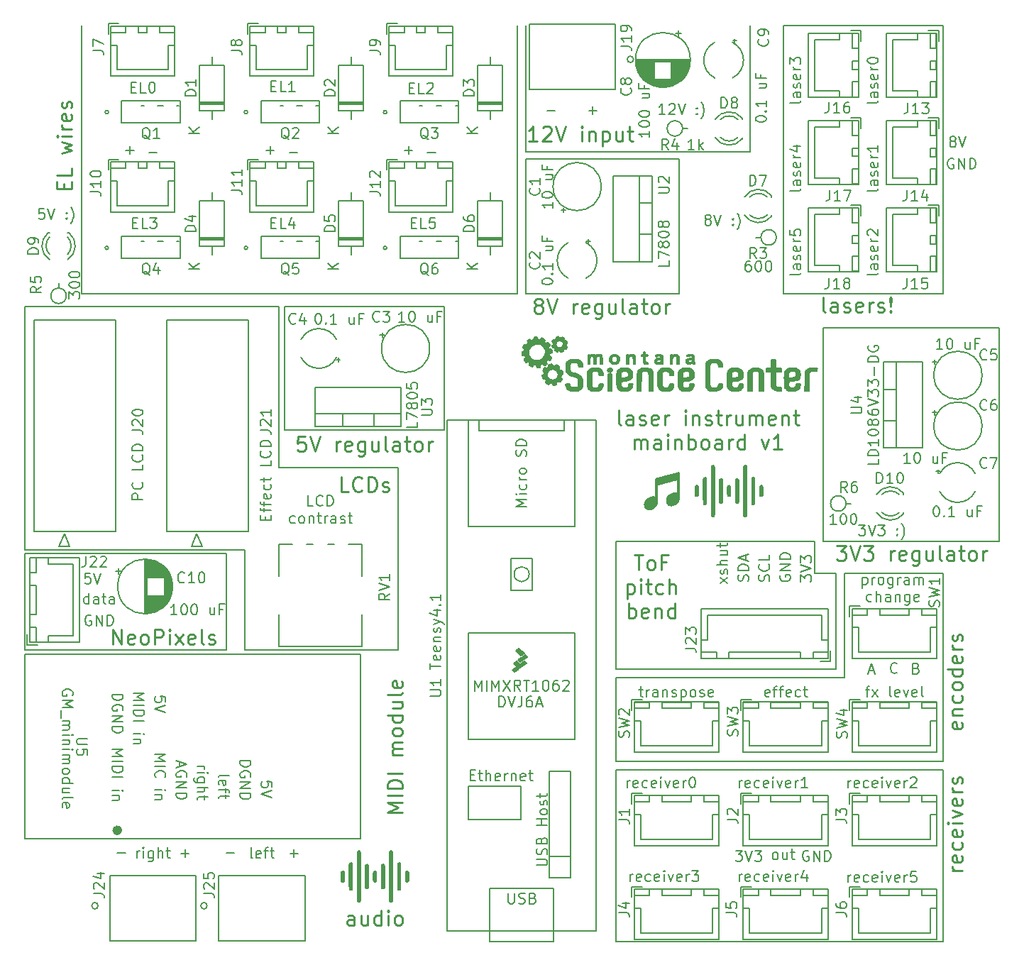
<source format=gto>
%TF.GenerationSoftware,KiCad,Pcbnew,6.0.5-a6ca702e91~116~ubuntu20.04.1*%
%TF.CreationDate,2022-05-31T08:03:47-06:00*%
%TF.ProjectId,mainboard,6d61696e-626f-4617-9264-2e6b69636164,rev?*%
%TF.SameCoordinates,Original*%
%TF.FileFunction,Legend,Top*%
%TF.FilePolarity,Positive*%
%FSLAX46Y46*%
G04 Gerber Fmt 4.6, Leading zero omitted, Abs format (unit mm)*
G04 Created by KiCad (PCBNEW 6.0.5-a6ca702e91~116~ubuntu20.04.1) date 2022-05-31 08:03:47*
%MOMM*%
%LPD*%
G01*
G04 APERTURE LIST*
%ADD10C,0.152400*%
%ADD11C,0.254000*%
%ADD12C,0.576200*%
G04 APERTURE END LIST*
D10*
X120750000Y-74000000D02*
X121000000Y-74000000D01*
X120750000Y-103000000D02*
X121250000Y-103000000D01*
X120750000Y-74000000D02*
X120750000Y-103000000D01*
X127500000Y-72500000D02*
X127500000Y-40500000D01*
X179500000Y-72500000D02*
X127500000Y-72500000D01*
X179500000Y-40500000D02*
X179500000Y-72500000D01*
X180500000Y-55500000D02*
X207250000Y-55500000D01*
X180500000Y-55500000D02*
X180500000Y-40500000D01*
X207250000Y-40500000D02*
X207250000Y-55500000D01*
X128632380Y-110865000D02*
X128511428Y-110804523D01*
X128330000Y-110804523D01*
X128148571Y-110865000D01*
X128027619Y-110985952D01*
X127967142Y-111106904D01*
X127906666Y-111348809D01*
X127906666Y-111530238D01*
X127967142Y-111772142D01*
X128027619Y-111893095D01*
X128148571Y-112014047D01*
X128330000Y-112074523D01*
X128450952Y-112074523D01*
X128632380Y-112014047D01*
X128692857Y-111953571D01*
X128692857Y-111530238D01*
X128450952Y-111530238D01*
X129237142Y-112074523D02*
X129237142Y-110804523D01*
X129962857Y-112074523D01*
X129962857Y-110804523D01*
X130567619Y-112074523D02*
X130567619Y-110804523D01*
X130870000Y-110804523D01*
X131051428Y-110865000D01*
X131172380Y-110985952D01*
X131232857Y-111106904D01*
X131293333Y-111348809D01*
X131293333Y-111530238D01*
X131232857Y-111772142D01*
X131172380Y-111893095D01*
X131051428Y-112014047D01*
X130870000Y-112074523D01*
X130567619Y-112074523D01*
X128360238Y-109474523D02*
X128360238Y-108204523D01*
X128360238Y-109414047D02*
X128239285Y-109474523D01*
X127997380Y-109474523D01*
X127876428Y-109414047D01*
X127815952Y-109353571D01*
X127755476Y-109232619D01*
X127755476Y-108869761D01*
X127815952Y-108748809D01*
X127876428Y-108688333D01*
X127997380Y-108627857D01*
X128239285Y-108627857D01*
X128360238Y-108688333D01*
X129509285Y-109474523D02*
X129509285Y-108809285D01*
X129448809Y-108688333D01*
X129327857Y-108627857D01*
X129085952Y-108627857D01*
X128965000Y-108688333D01*
X129509285Y-109414047D02*
X129388333Y-109474523D01*
X129085952Y-109474523D01*
X128965000Y-109414047D01*
X128904523Y-109293095D01*
X128904523Y-109172142D01*
X128965000Y-109051190D01*
X129085952Y-108990714D01*
X129388333Y-108990714D01*
X129509285Y-108930238D01*
X129932619Y-108627857D02*
X130416428Y-108627857D01*
X130114047Y-108204523D02*
X130114047Y-109293095D01*
X130174523Y-109414047D01*
X130295476Y-109474523D01*
X130416428Y-109474523D01*
X131384047Y-109474523D02*
X131384047Y-108809285D01*
X131323571Y-108688333D01*
X131202619Y-108627857D01*
X130960714Y-108627857D01*
X130839761Y-108688333D01*
X131384047Y-109414047D02*
X131263095Y-109474523D01*
X130960714Y-109474523D01*
X130839761Y-109414047D01*
X130779285Y-109293095D01*
X130779285Y-109172142D01*
X130839761Y-109051190D01*
X130960714Y-108990714D01*
X131263095Y-108990714D01*
X131384047Y-108930238D01*
X128558095Y-105804523D02*
X127953333Y-105804523D01*
X127892857Y-106409285D01*
X127953333Y-106348809D01*
X128074285Y-106288333D01*
X128376666Y-106288333D01*
X128497619Y-106348809D01*
X128558095Y-106409285D01*
X128618571Y-106530238D01*
X128618571Y-106832619D01*
X128558095Y-106953571D01*
X128497619Y-107014047D01*
X128376666Y-107074523D01*
X128074285Y-107074523D01*
X127953333Y-107014047D01*
X127892857Y-106953571D01*
X128981428Y-105804523D02*
X129404761Y-107074523D01*
X129828095Y-105804523D01*
X168766190Y-55590714D02*
X169733809Y-55590714D01*
X166016190Y-55340714D02*
X166983809Y-55340714D01*
X166500000Y-55824523D02*
X166500000Y-54856904D01*
X152266190Y-55590714D02*
X153233809Y-55590714D01*
X149516190Y-55340714D02*
X150483809Y-55340714D01*
X150000000Y-55824523D02*
X150000000Y-54856904D01*
X135516190Y-55590714D02*
X136483809Y-55590714D01*
X132766190Y-55340714D02*
X133733809Y-55340714D01*
X133250000Y-55824523D02*
X133250000Y-54856904D01*
X166859047Y-64009285D02*
X167282380Y-64009285D01*
X167463809Y-64674523D02*
X166859047Y-64674523D01*
X166859047Y-63404523D01*
X167463809Y-63404523D01*
X168612857Y-64674523D02*
X168008095Y-64674523D01*
X168008095Y-63404523D01*
X169640952Y-63404523D02*
X169036190Y-63404523D01*
X168975714Y-64009285D01*
X169036190Y-63948809D01*
X169157142Y-63888333D01*
X169459523Y-63888333D01*
X169580476Y-63948809D01*
X169640952Y-64009285D01*
X169701428Y-64130238D01*
X169701428Y-64432619D01*
X169640952Y-64553571D01*
X169580476Y-64614047D01*
X169459523Y-64674523D01*
X169157142Y-64674523D01*
X169036190Y-64614047D01*
X168975714Y-64553571D01*
X150109047Y-64009285D02*
X150532380Y-64009285D01*
X150713809Y-64674523D02*
X150109047Y-64674523D01*
X150109047Y-63404523D01*
X150713809Y-63404523D01*
X151862857Y-64674523D02*
X151258095Y-64674523D01*
X151258095Y-63404523D01*
X152830476Y-63827857D02*
X152830476Y-64674523D01*
X152528095Y-63344047D02*
X152225714Y-64251190D01*
X153011904Y-64251190D01*
X133609047Y-64009285D02*
X134032380Y-64009285D01*
X134213809Y-64674523D02*
X133609047Y-64674523D01*
X133609047Y-63404523D01*
X134213809Y-63404523D01*
X135362857Y-64674523D02*
X134758095Y-64674523D01*
X134758095Y-63404523D01*
X135665238Y-63404523D02*
X136451428Y-63404523D01*
X136028095Y-63888333D01*
X136209523Y-63888333D01*
X136330476Y-63948809D01*
X136390952Y-64009285D01*
X136451428Y-64130238D01*
X136451428Y-64432619D01*
X136390952Y-64553571D01*
X136330476Y-64614047D01*
X136209523Y-64674523D01*
X135846666Y-64674523D01*
X135725714Y-64614047D01*
X135665238Y-64553571D01*
X166609047Y-47909285D02*
X167032380Y-47909285D01*
X167213809Y-48574523D02*
X166609047Y-48574523D01*
X166609047Y-47304523D01*
X167213809Y-47304523D01*
X168362857Y-48574523D02*
X167758095Y-48574523D01*
X167758095Y-47304523D01*
X168725714Y-47425476D02*
X168786190Y-47365000D01*
X168907142Y-47304523D01*
X169209523Y-47304523D01*
X169330476Y-47365000D01*
X169390952Y-47425476D01*
X169451428Y-47546428D01*
X169451428Y-47667380D01*
X169390952Y-47848809D01*
X168665238Y-48574523D01*
X169451428Y-48574523D01*
X150109047Y-47709285D02*
X150532380Y-47709285D01*
X150713809Y-48374523D02*
X150109047Y-48374523D01*
X150109047Y-47104523D01*
X150713809Y-47104523D01*
X151862857Y-48374523D02*
X151258095Y-48374523D01*
X151258095Y-47104523D01*
X152951428Y-48374523D02*
X152225714Y-48374523D01*
X152588571Y-48374523D02*
X152588571Y-47104523D01*
X152467619Y-47285952D01*
X152346666Y-47406904D01*
X152225714Y-47467380D01*
X133409047Y-47809285D02*
X133832380Y-47809285D01*
X134013809Y-48474523D02*
X133409047Y-48474523D01*
X133409047Y-47204523D01*
X134013809Y-47204523D01*
X135162857Y-48474523D02*
X134558095Y-48474523D01*
X134558095Y-47204523D01*
X135828095Y-47204523D02*
X135949047Y-47204523D01*
X136070000Y-47265000D01*
X136130476Y-47325476D01*
X136190952Y-47446428D01*
X136251428Y-47688333D01*
X136251428Y-47990714D01*
X136190952Y-48232619D01*
X136130476Y-48353571D01*
X136070000Y-48414047D01*
X135949047Y-48474523D01*
X135828095Y-48474523D01*
X135707142Y-48414047D01*
X135646666Y-48353571D01*
X135586190Y-48232619D01*
X135525714Y-47990714D01*
X135525714Y-47688333D01*
X135586190Y-47446428D01*
X135646666Y-47325476D01*
X135707142Y-47265000D01*
X135828095Y-47204523D01*
X213304523Y-106822380D02*
X213304523Y-106036190D01*
X213788333Y-106459523D01*
X213788333Y-106278095D01*
X213848809Y-106157142D01*
X213909285Y-106096666D01*
X214030238Y-106036190D01*
X214332619Y-106036190D01*
X214453571Y-106096666D01*
X214514047Y-106157142D01*
X214574523Y-106278095D01*
X214574523Y-106640952D01*
X214514047Y-106761904D01*
X214453571Y-106822380D01*
X213304523Y-105673333D02*
X214574523Y-105250000D01*
X213304523Y-104826666D01*
X213304523Y-104524285D02*
X213304523Y-103738095D01*
X213788333Y-104161428D01*
X213788333Y-103980000D01*
X213848809Y-103859047D01*
X213909285Y-103798571D01*
X214030238Y-103738095D01*
X214332619Y-103738095D01*
X214453571Y-103798571D01*
X214514047Y-103859047D01*
X214574523Y-103980000D01*
X214574523Y-104342857D01*
X214514047Y-104463809D01*
X214453571Y-104524285D01*
X210865000Y-106074762D02*
X210804523Y-106195714D01*
X210804523Y-106377143D01*
X210865000Y-106558571D01*
X210985952Y-106679523D01*
X211106904Y-106740000D01*
X211348809Y-106800476D01*
X211530238Y-106800476D01*
X211772142Y-106740000D01*
X211893095Y-106679523D01*
X212014047Y-106558571D01*
X212074523Y-106377143D01*
X212074523Y-106256190D01*
X212014047Y-106074762D01*
X211953571Y-106014285D01*
X211530238Y-106014285D01*
X211530238Y-106256190D01*
X212074523Y-105470000D02*
X210804523Y-105470000D01*
X212074523Y-104744285D01*
X210804523Y-104744285D01*
X212074523Y-104139523D02*
X210804523Y-104139523D01*
X210804523Y-103837143D01*
X210865000Y-103655714D01*
X210985952Y-103534762D01*
X211106904Y-103474285D01*
X211348809Y-103413809D01*
X211530238Y-103413809D01*
X211772142Y-103474285D01*
X211893095Y-103534762D01*
X212014047Y-103655714D01*
X212074523Y-103837143D01*
X212074523Y-104139523D01*
X209514047Y-106761904D02*
X209574523Y-106580476D01*
X209574523Y-106278095D01*
X209514047Y-106157142D01*
X209453571Y-106096666D01*
X209332619Y-106036190D01*
X209211666Y-106036190D01*
X209090714Y-106096666D01*
X209030238Y-106157142D01*
X208969761Y-106278095D01*
X208909285Y-106520000D01*
X208848809Y-106640952D01*
X208788333Y-106701428D01*
X208667380Y-106761904D01*
X208546428Y-106761904D01*
X208425476Y-106701428D01*
X208365000Y-106640952D01*
X208304523Y-106520000D01*
X208304523Y-106217619D01*
X208365000Y-106036190D01*
X209453571Y-104766190D02*
X209514047Y-104826666D01*
X209574523Y-105008095D01*
X209574523Y-105129047D01*
X209514047Y-105310476D01*
X209393095Y-105431428D01*
X209272142Y-105491904D01*
X209030238Y-105552380D01*
X208848809Y-105552380D01*
X208606904Y-105491904D01*
X208485952Y-105431428D01*
X208365000Y-105310476D01*
X208304523Y-105129047D01*
X208304523Y-105008095D01*
X208365000Y-104826666D01*
X208425476Y-104766190D01*
X209574523Y-103617142D02*
X209574523Y-104221904D01*
X208304523Y-104221904D01*
X207014047Y-106768332D02*
X207074523Y-106586904D01*
X207074523Y-106284523D01*
X207014047Y-106163570D01*
X206953571Y-106103094D01*
X206832619Y-106042618D01*
X206711666Y-106042618D01*
X206590714Y-106103094D01*
X206530238Y-106163570D01*
X206469761Y-106284523D01*
X206409285Y-106526428D01*
X206348809Y-106647380D01*
X206288333Y-106707856D01*
X206167380Y-106768332D01*
X206046428Y-106768332D01*
X205925476Y-106707856D01*
X205865000Y-106647380D01*
X205804523Y-106526428D01*
X205804523Y-106224047D01*
X205865000Y-106042618D01*
X207074523Y-105498332D02*
X205804523Y-105498332D01*
X205804523Y-105195951D01*
X205865000Y-105014523D01*
X205985952Y-104893570D01*
X206106904Y-104833094D01*
X206348809Y-104772618D01*
X206530238Y-104772618D01*
X206772142Y-104833094D01*
X206893095Y-104893570D01*
X207014047Y-105014523D01*
X207074523Y-105195951D01*
X207074523Y-105498332D01*
X206711666Y-104288809D02*
X206711666Y-103684047D01*
X207074523Y-104409761D02*
X205804523Y-103986428D01*
X207074523Y-103563094D01*
X204574523Y-106989523D02*
X203727857Y-106324285D01*
X203727857Y-106989523D02*
X204574523Y-106324285D01*
X204514047Y-105900952D02*
X204574523Y-105779999D01*
X204574523Y-105538094D01*
X204514047Y-105417142D01*
X204393095Y-105356666D01*
X204332619Y-105356666D01*
X204211666Y-105417142D01*
X204151190Y-105538094D01*
X204151190Y-105719523D01*
X204090714Y-105840475D01*
X203969761Y-105900952D01*
X203909285Y-105900952D01*
X203788333Y-105840475D01*
X203727857Y-105719523D01*
X203727857Y-105538094D01*
X203788333Y-105417142D01*
X204574523Y-104812380D02*
X203304523Y-104812380D01*
X204574523Y-104268094D02*
X203909285Y-104268094D01*
X203788333Y-104328571D01*
X203727857Y-104449523D01*
X203727857Y-104630952D01*
X203788333Y-104751904D01*
X203848809Y-104812380D01*
X203727857Y-103119047D02*
X204574523Y-103119047D01*
X203727857Y-103663332D02*
X204393095Y-103663332D01*
X204514047Y-103602856D01*
X204574523Y-103481904D01*
X204574523Y-103300475D01*
X204514047Y-103179523D01*
X204453571Y-103119047D01*
X203727857Y-102695713D02*
X203727857Y-102211904D01*
X203304523Y-102514285D02*
X204393095Y-102514285D01*
X204514047Y-102453809D01*
X204574523Y-102332856D01*
X204574523Y-102211904D01*
X231532380Y-56365000D02*
X231411428Y-56304523D01*
X231230000Y-56304523D01*
X231048571Y-56365000D01*
X230927619Y-56485952D01*
X230867142Y-56606904D01*
X230806666Y-56848809D01*
X230806666Y-57030238D01*
X230867142Y-57272142D01*
X230927619Y-57393095D01*
X231048571Y-57514047D01*
X231230000Y-57574523D01*
X231350952Y-57574523D01*
X231532380Y-57514047D01*
X231592857Y-57453571D01*
X231592857Y-57030238D01*
X231350952Y-57030238D01*
X232137142Y-57574523D02*
X232137142Y-56304523D01*
X232862857Y-57574523D01*
X232862857Y-56304523D01*
X233467619Y-57574523D02*
X233467619Y-56304523D01*
X233770000Y-56304523D01*
X233951428Y-56365000D01*
X234072380Y-56485952D01*
X234132857Y-56606904D01*
X234193333Y-56848809D01*
X234193333Y-57030238D01*
X234132857Y-57272142D01*
X234072380Y-57393095D01*
X233951428Y-57514047D01*
X233770000Y-57574523D01*
X233467619Y-57574523D01*
X231334761Y-54248809D02*
X231213809Y-54188333D01*
X231153333Y-54127857D01*
X231092857Y-54006904D01*
X231092857Y-53946428D01*
X231153333Y-53825476D01*
X231213809Y-53765000D01*
X231334761Y-53704523D01*
X231576666Y-53704523D01*
X231697619Y-53765000D01*
X231758095Y-53825476D01*
X231818571Y-53946428D01*
X231818571Y-54006904D01*
X231758095Y-54127857D01*
X231697619Y-54188333D01*
X231576666Y-54248809D01*
X231334761Y-54248809D01*
X231213809Y-54309285D01*
X231153333Y-54369761D01*
X231092857Y-54490714D01*
X231092857Y-54732619D01*
X231153333Y-54853571D01*
X231213809Y-54914047D01*
X231334761Y-54974523D01*
X231576666Y-54974523D01*
X231697619Y-54914047D01*
X231758095Y-54853571D01*
X231818571Y-54732619D01*
X231818571Y-54490714D01*
X231758095Y-54369761D01*
X231697619Y-54309285D01*
X231576666Y-54248809D01*
X232181428Y-53704523D02*
X232604761Y-54974523D01*
X233028095Y-53704523D01*
X224793095Y-117653571D02*
X224732619Y-117714047D01*
X224551190Y-117774523D01*
X224430238Y-117774523D01*
X224248809Y-117714047D01*
X224127857Y-117593095D01*
X224067380Y-117472142D01*
X224006904Y-117230238D01*
X224006904Y-117048809D01*
X224067380Y-116806904D01*
X224127857Y-116685952D01*
X224248809Y-116565000D01*
X224430238Y-116504523D01*
X224551190Y-116504523D01*
X224732619Y-116565000D01*
X224793095Y-116625476D01*
X227090714Y-117159285D02*
X227272142Y-117219761D01*
X227332619Y-117280238D01*
X227393095Y-117401190D01*
X227393095Y-117582619D01*
X227332619Y-117703571D01*
X227272142Y-117764047D01*
X227151190Y-117824523D01*
X226667380Y-117824523D01*
X226667380Y-116554523D01*
X227090714Y-116554523D01*
X227211666Y-116615000D01*
X227272142Y-116675476D01*
X227332619Y-116796428D01*
X227332619Y-116917380D01*
X227272142Y-117038333D01*
X227211666Y-117098809D01*
X227090714Y-117159285D01*
X226667380Y-117159285D01*
X221447619Y-117461666D02*
X222052380Y-117461666D01*
X221326666Y-117824523D02*
X221750000Y-116554523D01*
X222173333Y-117824523D01*
X205527619Y-138904523D02*
X206313809Y-138904523D01*
X205890476Y-139388333D01*
X206071904Y-139388333D01*
X206192857Y-139448809D01*
X206253333Y-139509285D01*
X206313809Y-139630238D01*
X206313809Y-139932619D01*
X206253333Y-140053571D01*
X206192857Y-140114047D01*
X206071904Y-140174523D01*
X205709047Y-140174523D01*
X205588095Y-140114047D01*
X205527619Y-140053571D01*
X206676666Y-138904523D02*
X207100000Y-140174523D01*
X207523333Y-138904523D01*
X207825714Y-138904523D02*
X208611904Y-138904523D01*
X208188571Y-139388333D01*
X208370000Y-139388333D01*
X208490952Y-139448809D01*
X208551428Y-139509285D01*
X208611904Y-139630238D01*
X208611904Y-139932619D01*
X208551428Y-140053571D01*
X208490952Y-140114047D01*
X208370000Y-140174523D01*
X208007142Y-140174523D01*
X207886190Y-140114047D01*
X207825714Y-140053571D01*
X210171904Y-139974523D02*
X210050952Y-139914047D01*
X209990476Y-139853571D01*
X209930000Y-139732619D01*
X209930000Y-139369761D01*
X209990476Y-139248809D01*
X210050952Y-139188333D01*
X210171904Y-139127857D01*
X210353333Y-139127857D01*
X210474285Y-139188333D01*
X210534761Y-139248809D01*
X210595238Y-139369761D01*
X210595238Y-139732619D01*
X210534761Y-139853571D01*
X210474285Y-139914047D01*
X210353333Y-139974523D01*
X210171904Y-139974523D01*
X211683809Y-139127857D02*
X211683809Y-139974523D01*
X211139523Y-139127857D02*
X211139523Y-139793095D01*
X211200000Y-139914047D01*
X211320952Y-139974523D01*
X211502380Y-139974523D01*
X211623333Y-139914047D01*
X211683809Y-139853571D01*
X212107142Y-139127857D02*
X212590952Y-139127857D01*
X212288571Y-138704523D02*
X212288571Y-139793095D01*
X212349047Y-139914047D01*
X212470000Y-139974523D01*
X212590952Y-139974523D01*
X214232380Y-138965000D02*
X214111428Y-138904523D01*
X213930000Y-138904523D01*
X213748571Y-138965000D01*
X213627619Y-139085952D01*
X213567142Y-139206904D01*
X213506666Y-139448809D01*
X213506666Y-139630238D01*
X213567142Y-139872142D01*
X213627619Y-139993095D01*
X213748571Y-140114047D01*
X213930000Y-140174523D01*
X214050952Y-140174523D01*
X214232380Y-140114047D01*
X214292857Y-140053571D01*
X214292857Y-139630238D01*
X214050952Y-139630238D01*
X214837142Y-140174523D02*
X214837142Y-138904523D01*
X215562857Y-140174523D01*
X215562857Y-138904523D01*
X216167619Y-140174523D02*
X216167619Y-138904523D01*
X216470000Y-138904523D01*
X216651428Y-138965000D01*
X216772380Y-139085952D01*
X216832857Y-139206904D01*
X216893333Y-139448809D01*
X216893333Y-139630238D01*
X216832857Y-139872142D01*
X216772380Y-139993095D01*
X216651428Y-140114047D01*
X216470000Y-140174523D01*
X216167619Y-140174523D01*
X123048571Y-62304523D02*
X122443809Y-62304523D01*
X122383333Y-62909285D01*
X122443809Y-62848809D01*
X122564761Y-62788333D01*
X122867142Y-62788333D01*
X122988095Y-62848809D01*
X123048571Y-62909285D01*
X123109047Y-63030238D01*
X123109047Y-63332619D01*
X123048571Y-63453571D01*
X122988095Y-63514047D01*
X122867142Y-63574523D01*
X122564761Y-63574523D01*
X122443809Y-63514047D01*
X122383333Y-63453571D01*
X123471904Y-62304523D02*
X123895238Y-63574523D01*
X124318571Y-62304523D01*
X125709523Y-63453571D02*
X125770000Y-63514047D01*
X125709523Y-63574523D01*
X125649047Y-63514047D01*
X125709523Y-63453571D01*
X125709523Y-63574523D01*
X125709523Y-62788333D02*
X125770000Y-62848809D01*
X125709523Y-62909285D01*
X125649047Y-62848809D01*
X125709523Y-62788333D01*
X125709523Y-62909285D01*
X126193333Y-64058333D02*
X126253809Y-63997857D01*
X126374761Y-63816428D01*
X126435238Y-63695476D01*
X126495714Y-63514047D01*
X126556190Y-63211666D01*
X126556190Y-62969761D01*
X126495714Y-62667380D01*
X126435238Y-62485952D01*
X126374761Y-62365000D01*
X126253809Y-62183571D01*
X126193333Y-62123095D01*
X202125238Y-63598809D02*
X202004285Y-63538333D01*
X201943809Y-63477857D01*
X201883333Y-63356904D01*
X201883333Y-63296428D01*
X201943809Y-63175476D01*
X202004285Y-63115000D01*
X202125238Y-63054523D01*
X202367142Y-63054523D01*
X202488095Y-63115000D01*
X202548571Y-63175476D01*
X202609047Y-63296428D01*
X202609047Y-63356904D01*
X202548571Y-63477857D01*
X202488095Y-63538333D01*
X202367142Y-63598809D01*
X202125238Y-63598809D01*
X202004285Y-63659285D01*
X201943809Y-63719761D01*
X201883333Y-63840714D01*
X201883333Y-64082619D01*
X201943809Y-64203571D01*
X202004285Y-64264047D01*
X202125238Y-64324523D01*
X202367142Y-64324523D01*
X202488095Y-64264047D01*
X202548571Y-64203571D01*
X202609047Y-64082619D01*
X202609047Y-63840714D01*
X202548571Y-63719761D01*
X202488095Y-63659285D01*
X202367142Y-63598809D01*
X202971904Y-63054523D02*
X203395238Y-64324523D01*
X203818571Y-63054523D01*
X205209523Y-64203571D02*
X205270000Y-64264047D01*
X205209523Y-64324523D01*
X205149047Y-64264047D01*
X205209523Y-64203571D01*
X205209523Y-64324523D01*
X205209523Y-63538333D02*
X205270000Y-63598809D01*
X205209523Y-63659285D01*
X205149047Y-63598809D01*
X205209523Y-63538333D01*
X205209523Y-63659285D01*
X205693333Y-64808333D02*
X205753809Y-64747857D01*
X205874761Y-64566428D01*
X205935238Y-64445476D01*
X205995714Y-64264047D01*
X206056190Y-63961666D01*
X206056190Y-63719761D01*
X205995714Y-63417380D01*
X205935238Y-63235952D01*
X205874761Y-63115000D01*
X205753809Y-62933571D01*
X205693333Y-62873095D01*
X220218095Y-100054523D02*
X221004285Y-100054523D01*
X220580952Y-100538333D01*
X220762380Y-100538333D01*
X220883333Y-100598809D01*
X220943809Y-100659285D01*
X221004285Y-100780238D01*
X221004285Y-101082619D01*
X220943809Y-101203571D01*
X220883333Y-101264047D01*
X220762380Y-101324523D01*
X220399523Y-101324523D01*
X220278571Y-101264047D01*
X220218095Y-101203571D01*
X221367142Y-100054523D02*
X221790476Y-101324523D01*
X222213809Y-100054523D01*
X222516190Y-100054523D02*
X223302380Y-100054523D01*
X222879047Y-100538333D01*
X223060476Y-100538333D01*
X223181428Y-100598809D01*
X223241904Y-100659285D01*
X223302380Y-100780238D01*
X223302380Y-101082619D01*
X223241904Y-101203571D01*
X223181428Y-101264047D01*
X223060476Y-101324523D01*
X222697619Y-101324523D01*
X222576666Y-101264047D01*
X222516190Y-101203571D01*
X224814285Y-101203571D02*
X224874761Y-101264047D01*
X224814285Y-101324523D01*
X224753809Y-101264047D01*
X224814285Y-101203571D01*
X224814285Y-101324523D01*
X224814285Y-100538333D02*
X224874761Y-100598809D01*
X224814285Y-100659285D01*
X224753809Y-100598809D01*
X224814285Y-100538333D01*
X224814285Y-100659285D01*
X225298095Y-101808333D02*
X225358571Y-101747857D01*
X225479523Y-101566428D01*
X225540000Y-101445476D01*
X225600476Y-101264047D01*
X225660952Y-100961666D01*
X225660952Y-100719761D01*
X225600476Y-100417380D01*
X225540000Y-100235952D01*
X225479523Y-100115000D01*
X225358571Y-99933571D01*
X225298095Y-99873095D01*
X197104285Y-51074523D02*
X196378571Y-51074523D01*
X196741428Y-51074523D02*
X196741428Y-49804523D01*
X196620476Y-49985952D01*
X196499523Y-50106904D01*
X196378571Y-50167380D01*
X197588095Y-49925476D02*
X197648571Y-49865000D01*
X197769523Y-49804523D01*
X198071904Y-49804523D01*
X198192857Y-49865000D01*
X198253333Y-49925476D01*
X198313809Y-50046428D01*
X198313809Y-50167380D01*
X198253333Y-50348809D01*
X197527619Y-51074523D01*
X198313809Y-51074523D01*
X198676666Y-49804523D02*
X199100000Y-51074523D01*
X199523333Y-49804523D01*
X200914285Y-50953571D02*
X200974761Y-51014047D01*
X200914285Y-51074523D01*
X200853809Y-51014047D01*
X200914285Y-50953571D01*
X200914285Y-51074523D01*
X200914285Y-50288333D02*
X200974761Y-50348809D01*
X200914285Y-50409285D01*
X200853809Y-50348809D01*
X200914285Y-50288333D01*
X200914285Y-50409285D01*
X201398095Y-51558333D02*
X201458571Y-51497857D01*
X201579523Y-51316428D01*
X201640000Y-51195476D01*
X201700476Y-51014047D01*
X201760952Y-50711666D01*
X201760952Y-50469761D01*
X201700476Y-50167380D01*
X201640000Y-49985952D01*
X201579523Y-49865000D01*
X201458571Y-49683571D01*
X201398095Y-49623095D01*
D11*
X191878322Y-88123031D02*
X191708989Y-88038364D01*
X191624322Y-87869031D01*
X191624322Y-86345031D01*
X193317655Y-88123031D02*
X193317655Y-87191698D01*
X193232989Y-87022364D01*
X193063655Y-86937698D01*
X192724989Y-86937698D01*
X192555655Y-87022364D01*
X193317655Y-88038364D02*
X193148322Y-88123031D01*
X192724989Y-88123031D01*
X192555655Y-88038364D01*
X192470989Y-87869031D01*
X192470989Y-87699698D01*
X192555655Y-87530364D01*
X192724989Y-87445698D01*
X193148322Y-87445698D01*
X193317655Y-87361031D01*
X194079655Y-88038364D02*
X194248989Y-88123031D01*
X194587655Y-88123031D01*
X194756989Y-88038364D01*
X194841655Y-87869031D01*
X194841655Y-87784364D01*
X194756989Y-87615031D01*
X194587655Y-87530364D01*
X194333655Y-87530364D01*
X194164322Y-87445698D01*
X194079655Y-87276364D01*
X194079655Y-87191698D01*
X194164322Y-87022364D01*
X194333655Y-86937698D01*
X194587655Y-86937698D01*
X194756989Y-87022364D01*
X196280989Y-88038364D02*
X196111655Y-88123031D01*
X195772989Y-88123031D01*
X195603655Y-88038364D01*
X195518989Y-87869031D01*
X195518989Y-87191698D01*
X195603655Y-87022364D01*
X195772989Y-86937698D01*
X196111655Y-86937698D01*
X196280989Y-87022364D01*
X196365655Y-87191698D01*
X196365655Y-87361031D01*
X195518989Y-87530364D01*
X197127655Y-88123031D02*
X197127655Y-86937698D01*
X197127655Y-87276364D02*
X197212322Y-87107031D01*
X197296989Y-87022364D01*
X197466322Y-86937698D01*
X197635655Y-86937698D01*
X199582989Y-88123031D02*
X199582989Y-86937698D01*
X199582989Y-86345031D02*
X199498322Y-86429698D01*
X199582989Y-86514364D01*
X199667655Y-86429698D01*
X199582989Y-86345031D01*
X199582989Y-86514364D01*
X200429655Y-86937698D02*
X200429655Y-88123031D01*
X200429655Y-87107031D02*
X200514322Y-87022364D01*
X200683655Y-86937698D01*
X200937655Y-86937698D01*
X201106989Y-87022364D01*
X201191655Y-87191698D01*
X201191655Y-88123031D01*
X201953655Y-88038364D02*
X202122989Y-88123031D01*
X202461655Y-88123031D01*
X202630989Y-88038364D01*
X202715655Y-87869031D01*
X202715655Y-87784364D01*
X202630989Y-87615031D01*
X202461655Y-87530364D01*
X202207655Y-87530364D01*
X202038322Y-87445698D01*
X201953655Y-87276364D01*
X201953655Y-87191698D01*
X202038322Y-87022364D01*
X202207655Y-86937698D01*
X202461655Y-86937698D01*
X202630989Y-87022364D01*
X203223655Y-86937698D02*
X203900989Y-86937698D01*
X203477655Y-86345031D02*
X203477655Y-87869031D01*
X203562322Y-88038364D01*
X203731655Y-88123031D01*
X203900989Y-88123031D01*
X204493655Y-88123031D02*
X204493655Y-86937698D01*
X204493655Y-87276364D02*
X204578322Y-87107031D01*
X204662989Y-87022364D01*
X204832322Y-86937698D01*
X205001655Y-86937698D01*
X206356322Y-86937698D02*
X206356322Y-88123031D01*
X205594322Y-86937698D02*
X205594322Y-87869031D01*
X205678989Y-88038364D01*
X205848322Y-88123031D01*
X206102322Y-88123031D01*
X206271655Y-88038364D01*
X206356322Y-87953698D01*
X207202989Y-88123031D02*
X207202989Y-86937698D01*
X207202989Y-87107031D02*
X207287655Y-87022364D01*
X207456989Y-86937698D01*
X207710989Y-86937698D01*
X207880322Y-87022364D01*
X207964989Y-87191698D01*
X207964989Y-88123031D01*
X207964989Y-87191698D02*
X208049655Y-87022364D01*
X208218989Y-86937698D01*
X208472989Y-86937698D01*
X208642322Y-87022364D01*
X208726989Y-87191698D01*
X208726989Y-88123031D01*
X210250989Y-88038364D02*
X210081655Y-88123031D01*
X209742989Y-88123031D01*
X209573655Y-88038364D01*
X209488989Y-87869031D01*
X209488989Y-87191698D01*
X209573655Y-87022364D01*
X209742989Y-86937698D01*
X210081655Y-86937698D01*
X210250989Y-87022364D01*
X210335655Y-87191698D01*
X210335655Y-87361031D01*
X209488989Y-87530364D01*
X211097655Y-86937698D02*
X211097655Y-88123031D01*
X211097655Y-87107031D02*
X211182322Y-87022364D01*
X211351655Y-86937698D01*
X211605655Y-86937698D01*
X211774989Y-87022364D01*
X211859655Y-87191698D01*
X211859655Y-88123031D01*
X212452322Y-86937698D02*
X213129655Y-86937698D01*
X212706322Y-86345031D02*
X212706322Y-87869031D01*
X212790989Y-88038364D01*
X212960322Y-88123031D01*
X213129655Y-88123031D01*
X193486989Y-90985611D02*
X193486989Y-89800278D01*
X193486989Y-89969611D02*
X193571655Y-89884944D01*
X193740989Y-89800278D01*
X193994989Y-89800278D01*
X194164322Y-89884944D01*
X194248989Y-90054278D01*
X194248989Y-90985611D01*
X194248989Y-90054278D02*
X194333655Y-89884944D01*
X194502989Y-89800278D01*
X194756989Y-89800278D01*
X194926322Y-89884944D01*
X195010989Y-90054278D01*
X195010989Y-90985611D01*
X196619655Y-90985611D02*
X196619655Y-90054278D01*
X196534989Y-89884944D01*
X196365655Y-89800278D01*
X196026989Y-89800278D01*
X195857655Y-89884944D01*
X196619655Y-90900944D02*
X196450322Y-90985611D01*
X196026989Y-90985611D01*
X195857655Y-90900944D01*
X195772989Y-90731611D01*
X195772989Y-90562278D01*
X195857655Y-90392944D01*
X196026989Y-90308278D01*
X196450322Y-90308278D01*
X196619655Y-90223611D01*
X197466322Y-90985611D02*
X197466322Y-89800278D01*
X197466322Y-89207611D02*
X197381655Y-89292278D01*
X197466322Y-89376944D01*
X197550989Y-89292278D01*
X197466322Y-89207611D01*
X197466322Y-89376944D01*
X198312989Y-89800278D02*
X198312989Y-90985611D01*
X198312989Y-89969611D02*
X198397655Y-89884944D01*
X198566989Y-89800278D01*
X198820989Y-89800278D01*
X198990322Y-89884944D01*
X199074989Y-90054278D01*
X199074989Y-90985611D01*
X199921655Y-90985611D02*
X199921655Y-89207611D01*
X199921655Y-89884944D02*
X200090989Y-89800278D01*
X200429655Y-89800278D01*
X200598989Y-89884944D01*
X200683655Y-89969611D01*
X200768322Y-90138944D01*
X200768322Y-90646944D01*
X200683655Y-90816278D01*
X200598989Y-90900944D01*
X200429655Y-90985611D01*
X200090989Y-90985611D01*
X199921655Y-90900944D01*
X201784322Y-90985611D02*
X201614989Y-90900944D01*
X201530322Y-90816278D01*
X201445655Y-90646944D01*
X201445655Y-90138944D01*
X201530322Y-89969611D01*
X201614989Y-89884944D01*
X201784322Y-89800278D01*
X202038322Y-89800278D01*
X202207655Y-89884944D01*
X202292322Y-89969611D01*
X202376989Y-90138944D01*
X202376989Y-90646944D01*
X202292322Y-90816278D01*
X202207655Y-90900944D01*
X202038322Y-90985611D01*
X201784322Y-90985611D01*
X203900989Y-90985611D02*
X203900989Y-90054278D01*
X203816322Y-89884944D01*
X203646989Y-89800278D01*
X203308322Y-89800278D01*
X203138989Y-89884944D01*
X203900989Y-90900944D02*
X203731655Y-90985611D01*
X203308322Y-90985611D01*
X203138989Y-90900944D01*
X203054322Y-90731611D01*
X203054322Y-90562278D01*
X203138989Y-90392944D01*
X203308322Y-90308278D01*
X203731655Y-90308278D01*
X203900989Y-90223611D01*
X204747655Y-90985611D02*
X204747655Y-89800278D01*
X204747655Y-90138944D02*
X204832322Y-89969611D01*
X204916989Y-89884944D01*
X205086322Y-89800278D01*
X205255655Y-89800278D01*
X206610322Y-90985611D02*
X206610322Y-89207611D01*
X206610322Y-90900944D02*
X206440989Y-90985611D01*
X206102322Y-90985611D01*
X205932989Y-90900944D01*
X205848322Y-90816278D01*
X205763655Y-90646944D01*
X205763655Y-90138944D01*
X205848322Y-89969611D01*
X205932989Y-89884944D01*
X206102322Y-89800278D01*
X206440989Y-89800278D01*
X206610322Y-89884944D01*
X208642322Y-89800278D02*
X209065655Y-90985611D01*
X209488989Y-89800278D01*
X211097655Y-90985611D02*
X210081655Y-90985611D01*
X210589655Y-90985611D02*
X210589655Y-89207611D01*
X210420322Y-89461611D01*
X210250989Y-89630944D01*
X210081655Y-89715611D01*
D10*
X134095000Y-139824523D02*
X134095000Y-138977857D01*
X134095000Y-139219761D02*
X134155476Y-139098809D01*
X134215952Y-139038333D01*
X134336904Y-138977857D01*
X134457857Y-138977857D01*
X134881190Y-139824523D02*
X134881190Y-138977857D01*
X134881190Y-138554523D02*
X134820714Y-138615000D01*
X134881190Y-138675476D01*
X134941666Y-138615000D01*
X134881190Y-138554523D01*
X134881190Y-138675476D01*
X136030238Y-138977857D02*
X136030238Y-140005952D01*
X135969761Y-140126904D01*
X135909285Y-140187380D01*
X135788333Y-140247857D01*
X135606904Y-140247857D01*
X135485952Y-140187380D01*
X136030238Y-139764047D02*
X135909285Y-139824523D01*
X135667380Y-139824523D01*
X135546428Y-139764047D01*
X135485952Y-139703571D01*
X135425476Y-139582619D01*
X135425476Y-139219761D01*
X135485952Y-139098809D01*
X135546428Y-139038333D01*
X135667380Y-138977857D01*
X135909285Y-138977857D01*
X136030238Y-139038333D01*
X136635000Y-139824523D02*
X136635000Y-138554523D01*
X137179285Y-139824523D02*
X137179285Y-139159285D01*
X137118809Y-139038333D01*
X136997857Y-138977857D01*
X136816428Y-138977857D01*
X136695476Y-139038333D01*
X136635000Y-139098809D01*
X137602619Y-138977857D02*
X138086428Y-138977857D01*
X137784047Y-138554523D02*
X137784047Y-139643095D01*
X137844523Y-139764047D01*
X137965476Y-139824523D01*
X138086428Y-139824523D01*
X147881190Y-139824523D02*
X147760238Y-139764047D01*
X147699761Y-139643095D01*
X147699761Y-138554523D01*
X148848809Y-139764047D02*
X148727857Y-139824523D01*
X148485952Y-139824523D01*
X148365000Y-139764047D01*
X148304523Y-139643095D01*
X148304523Y-139159285D01*
X148365000Y-139038333D01*
X148485952Y-138977857D01*
X148727857Y-138977857D01*
X148848809Y-139038333D01*
X148909285Y-139159285D01*
X148909285Y-139280238D01*
X148304523Y-139401190D01*
X149272142Y-138977857D02*
X149755952Y-138977857D01*
X149453571Y-139824523D02*
X149453571Y-138735952D01*
X149514047Y-138615000D01*
X149635000Y-138554523D01*
X149755952Y-138554523D01*
X149997857Y-138977857D02*
X150481666Y-138977857D01*
X150179285Y-138554523D02*
X150179285Y-139643095D01*
X150239761Y-139764047D01*
X150360714Y-139824523D01*
X150481666Y-139824523D01*
D11*
X160044671Y-147804344D02*
X160044671Y-146873011D01*
X159960005Y-146703677D01*
X159790671Y-146619011D01*
X159452005Y-146619011D01*
X159282671Y-146703677D01*
X160044671Y-147719677D02*
X159875338Y-147804344D01*
X159452005Y-147804344D01*
X159282671Y-147719677D01*
X159198005Y-147550344D01*
X159198005Y-147381011D01*
X159282671Y-147211677D01*
X159452005Y-147127011D01*
X159875338Y-147127011D01*
X160044671Y-147042344D01*
X161653338Y-146619011D02*
X161653338Y-147804344D01*
X160891338Y-146619011D02*
X160891338Y-147550344D01*
X160976005Y-147719677D01*
X161145338Y-147804344D01*
X161399338Y-147804344D01*
X161568671Y-147719677D01*
X161653338Y-147635011D01*
X163262005Y-147804344D02*
X163262005Y-146026344D01*
X163262005Y-147719677D02*
X163092671Y-147804344D01*
X162754005Y-147804344D01*
X162584671Y-147719677D01*
X162500005Y-147635011D01*
X162415338Y-147465677D01*
X162415338Y-146957677D01*
X162500005Y-146788344D01*
X162584671Y-146703677D01*
X162754005Y-146619011D01*
X163092671Y-146619011D01*
X163262005Y-146703677D01*
X164108671Y-147804344D02*
X164108671Y-146619011D01*
X164108671Y-146026344D02*
X164024005Y-146111011D01*
X164108671Y-146195677D01*
X164193338Y-146111011D01*
X164108671Y-146026344D01*
X164108671Y-146195677D01*
X165209338Y-147804344D02*
X165040005Y-147719677D01*
X164955338Y-147635011D01*
X164870671Y-147465677D01*
X164870671Y-146957677D01*
X164955338Y-146788344D01*
X165040005Y-146703677D01*
X165209338Y-146619011D01*
X165463338Y-146619011D01*
X165632671Y-146703677D01*
X165717338Y-146788344D01*
X165802005Y-146957677D01*
X165802005Y-147465677D01*
X165717338Y-147635011D01*
X165632671Y-147719677D01*
X165463338Y-147804344D01*
X165209338Y-147804344D01*
X165804333Y-134331667D02*
X164026333Y-134331667D01*
X165296333Y-133739001D01*
X164026333Y-133146334D01*
X165804333Y-133146334D01*
X165804333Y-132299667D02*
X164026333Y-132299667D01*
X165804333Y-131453001D02*
X164026333Y-131453001D01*
X164026333Y-131029667D01*
X164111000Y-130775667D01*
X164280333Y-130606334D01*
X164449666Y-130521667D01*
X164788333Y-130437001D01*
X165042333Y-130437001D01*
X165381000Y-130521667D01*
X165550333Y-130606334D01*
X165719666Y-130775667D01*
X165804333Y-131029667D01*
X165804333Y-131453001D01*
X165804333Y-129675001D02*
X164026333Y-129675001D01*
X165804333Y-127473667D02*
X164619000Y-127473667D01*
X164788333Y-127473667D02*
X164703666Y-127389001D01*
X164619000Y-127219667D01*
X164619000Y-126965667D01*
X164703666Y-126796334D01*
X164873000Y-126711667D01*
X165804333Y-126711667D01*
X164873000Y-126711667D02*
X164703666Y-126627001D01*
X164619000Y-126457667D01*
X164619000Y-126203667D01*
X164703666Y-126034334D01*
X164873000Y-125949667D01*
X165804333Y-125949667D01*
X165804333Y-124849001D02*
X165719666Y-125018334D01*
X165635000Y-125103001D01*
X165465666Y-125187667D01*
X164957666Y-125187667D01*
X164788333Y-125103001D01*
X164703666Y-125018334D01*
X164619000Y-124849001D01*
X164619000Y-124595001D01*
X164703666Y-124425667D01*
X164788333Y-124341001D01*
X164957666Y-124256334D01*
X165465666Y-124256334D01*
X165635000Y-124341001D01*
X165719666Y-124425667D01*
X165804333Y-124595001D01*
X165804333Y-124849001D01*
X165804333Y-122732334D02*
X164026333Y-122732334D01*
X165719666Y-122732334D02*
X165804333Y-122901667D01*
X165804333Y-123240334D01*
X165719666Y-123409667D01*
X165635000Y-123494334D01*
X165465666Y-123579001D01*
X164957666Y-123579001D01*
X164788333Y-123494334D01*
X164703666Y-123409667D01*
X164619000Y-123240334D01*
X164619000Y-122901667D01*
X164703666Y-122732334D01*
X164619000Y-121123667D02*
X165804333Y-121123667D01*
X164619000Y-121885667D02*
X165550333Y-121885667D01*
X165719666Y-121801001D01*
X165804333Y-121631667D01*
X165804333Y-121377667D01*
X165719666Y-121208334D01*
X165635000Y-121123667D01*
X165804333Y-120023001D02*
X165719666Y-120192334D01*
X165550333Y-120277001D01*
X164026333Y-120277001D01*
X165719666Y-118668334D02*
X165804333Y-118837667D01*
X165804333Y-119176334D01*
X165719666Y-119345667D01*
X165550333Y-119430334D01*
X164873000Y-119430334D01*
X164703666Y-119345667D01*
X164619000Y-119176334D01*
X164619000Y-118837667D01*
X164703666Y-118668334D01*
X164873000Y-118583667D01*
X165042333Y-118583667D01*
X165211666Y-119430334D01*
D10*
X155123095Y-97802173D02*
X154518333Y-97802173D01*
X154518333Y-96532173D01*
X156272142Y-97681221D02*
X156211666Y-97741697D01*
X156030238Y-97802173D01*
X155909285Y-97802173D01*
X155727857Y-97741697D01*
X155606904Y-97620745D01*
X155546428Y-97499792D01*
X155485952Y-97257888D01*
X155485952Y-97076459D01*
X155546428Y-96834554D01*
X155606904Y-96713602D01*
X155727857Y-96592650D01*
X155909285Y-96532173D01*
X156030238Y-96532173D01*
X156211666Y-96592650D01*
X156272142Y-96653126D01*
X156816428Y-97802173D02*
X156816428Y-96532173D01*
X157118809Y-96532173D01*
X157300238Y-96592650D01*
X157421190Y-96713602D01*
X157481666Y-96834554D01*
X157542142Y-97076459D01*
X157542142Y-97257888D01*
X157481666Y-97499792D01*
X157421190Y-97620745D01*
X157300238Y-97741697D01*
X157118809Y-97802173D01*
X156816428Y-97802173D01*
X152945952Y-99786397D02*
X152825000Y-99846873D01*
X152583095Y-99846873D01*
X152462142Y-99786397D01*
X152401666Y-99725921D01*
X152341190Y-99604969D01*
X152341190Y-99242111D01*
X152401666Y-99121159D01*
X152462142Y-99060683D01*
X152583095Y-99000207D01*
X152825000Y-99000207D01*
X152945952Y-99060683D01*
X153671666Y-99846873D02*
X153550714Y-99786397D01*
X153490238Y-99725921D01*
X153429761Y-99604969D01*
X153429761Y-99242111D01*
X153490238Y-99121159D01*
X153550714Y-99060683D01*
X153671666Y-99000207D01*
X153853095Y-99000207D01*
X153974047Y-99060683D01*
X154034523Y-99121159D01*
X154095000Y-99242111D01*
X154095000Y-99604969D01*
X154034523Y-99725921D01*
X153974047Y-99786397D01*
X153853095Y-99846873D01*
X153671666Y-99846873D01*
X154639285Y-99000207D02*
X154639285Y-99846873D01*
X154639285Y-99121159D02*
X154699761Y-99060683D01*
X154820714Y-99000207D01*
X155002142Y-99000207D01*
X155123095Y-99060683D01*
X155183571Y-99181635D01*
X155183571Y-99846873D01*
X155606904Y-99000207D02*
X156090714Y-99000207D01*
X155788333Y-98576873D02*
X155788333Y-99665445D01*
X155848809Y-99786397D01*
X155969761Y-99846873D01*
X156090714Y-99846873D01*
X156514047Y-99846873D02*
X156514047Y-99000207D01*
X156514047Y-99242111D02*
X156574523Y-99121159D01*
X156635000Y-99060683D01*
X156755952Y-99000207D01*
X156876904Y-99000207D01*
X157844523Y-99846873D02*
X157844523Y-99181635D01*
X157784047Y-99060683D01*
X157663095Y-99000207D01*
X157421190Y-99000207D01*
X157300238Y-99060683D01*
X157844523Y-99786397D02*
X157723571Y-99846873D01*
X157421190Y-99846873D01*
X157300238Y-99786397D01*
X157239761Y-99665445D01*
X157239761Y-99544492D01*
X157300238Y-99423540D01*
X157421190Y-99363064D01*
X157723571Y-99363064D01*
X157844523Y-99302588D01*
X158388809Y-99786397D02*
X158509761Y-99846873D01*
X158751666Y-99846873D01*
X158872619Y-99786397D01*
X158933095Y-99665445D01*
X158933095Y-99604969D01*
X158872619Y-99484016D01*
X158751666Y-99423540D01*
X158570238Y-99423540D01*
X158449285Y-99363064D01*
X158388809Y-99242111D01*
X158388809Y-99181635D01*
X158449285Y-99060683D01*
X158570238Y-99000207D01*
X158751666Y-99000207D01*
X158872619Y-99060683D01*
X159295952Y-99000207D02*
X159779761Y-99000207D01*
X159477380Y-98576873D02*
X159477380Y-99665445D01*
X159537857Y-99786397D01*
X159658809Y-99846873D01*
X159779761Y-99846873D01*
X121250000Y-103000000D02*
X147000000Y-103000000D01*
X151000000Y-74000000D02*
X121000000Y-74000000D01*
X151000000Y-93250000D02*
X151000000Y-74000000D01*
X165250000Y-93250000D02*
X151000000Y-93250000D01*
X165250000Y-115000000D02*
X165250000Y-93250000D01*
X147000000Y-115000000D02*
X165250000Y-115000000D01*
X147000000Y-103000000D02*
X147000000Y-115000000D01*
D11*
X154180328Y-89526330D02*
X153333661Y-89526330D01*
X153248995Y-90372997D01*
X153333661Y-90288330D01*
X153502995Y-90203663D01*
X153926328Y-90203663D01*
X154095661Y-90288330D01*
X154180328Y-90372997D01*
X154264995Y-90542330D01*
X154264995Y-90965663D01*
X154180328Y-91134997D01*
X154095661Y-91219663D01*
X153926328Y-91304330D01*
X153502995Y-91304330D01*
X153333661Y-91219663D01*
X153248995Y-91134997D01*
X154772995Y-89526330D02*
X155365661Y-91304330D01*
X155958328Y-89526330D01*
X157905661Y-91304330D02*
X157905661Y-90118997D01*
X157905661Y-90457663D02*
X157990328Y-90288330D01*
X158074995Y-90203663D01*
X158244328Y-90118997D01*
X158413661Y-90118997D01*
X159683661Y-91219663D02*
X159514328Y-91304330D01*
X159175661Y-91304330D01*
X159006328Y-91219663D01*
X158921661Y-91050330D01*
X158921661Y-90372997D01*
X159006328Y-90203663D01*
X159175661Y-90118997D01*
X159514328Y-90118997D01*
X159683661Y-90203663D01*
X159768328Y-90372997D01*
X159768328Y-90542330D01*
X158921661Y-90711663D01*
X161292328Y-90118997D02*
X161292328Y-91558330D01*
X161207661Y-91727663D01*
X161122995Y-91812330D01*
X160953661Y-91896997D01*
X160699661Y-91896997D01*
X160530328Y-91812330D01*
X161292328Y-91219663D02*
X161122995Y-91304330D01*
X160784328Y-91304330D01*
X160614995Y-91219663D01*
X160530328Y-91134997D01*
X160445661Y-90965663D01*
X160445661Y-90457663D01*
X160530328Y-90288330D01*
X160614995Y-90203663D01*
X160784328Y-90118997D01*
X161122995Y-90118997D01*
X161292328Y-90203663D01*
X162900995Y-90118997D02*
X162900995Y-91304330D01*
X162138995Y-90118997D02*
X162138995Y-91050330D01*
X162223661Y-91219663D01*
X162392995Y-91304330D01*
X162646995Y-91304330D01*
X162816328Y-91219663D01*
X162900995Y-91134997D01*
X164001661Y-91304330D02*
X163832328Y-91219663D01*
X163747661Y-91050330D01*
X163747661Y-89526330D01*
X165440995Y-91304330D02*
X165440995Y-90372997D01*
X165356328Y-90203663D01*
X165186995Y-90118997D01*
X164848328Y-90118997D01*
X164678995Y-90203663D01*
X165440995Y-91219663D02*
X165271661Y-91304330D01*
X164848328Y-91304330D01*
X164678995Y-91219663D01*
X164594328Y-91050330D01*
X164594328Y-90880997D01*
X164678995Y-90711663D01*
X164848328Y-90626997D01*
X165271661Y-90626997D01*
X165440995Y-90542330D01*
X166033661Y-90118997D02*
X166710995Y-90118997D01*
X166287661Y-89526330D02*
X166287661Y-91050330D01*
X166372328Y-91219663D01*
X166541661Y-91304330D01*
X166710995Y-91304330D01*
X167557661Y-91304330D02*
X167388328Y-91219663D01*
X167303661Y-91134997D01*
X167218995Y-90965663D01*
X167218995Y-90457663D01*
X167303661Y-90288330D01*
X167388328Y-90203663D01*
X167557661Y-90118997D01*
X167811661Y-90118997D01*
X167980995Y-90203663D01*
X168065661Y-90288330D01*
X168150328Y-90457663D01*
X168150328Y-90965663D01*
X168065661Y-91134997D01*
X167980995Y-91219663D01*
X167811661Y-91304330D01*
X167557661Y-91304330D01*
X168912328Y-91304330D02*
X168912328Y-90118997D01*
X168912328Y-90457663D02*
X168996995Y-90288330D01*
X169081661Y-90203663D01*
X169250995Y-90118997D01*
X169420328Y-90118997D01*
D10*
X151750000Y-74000000D02*
X170750000Y-74000000D01*
X170750000Y-74000000D02*
X170750000Y-88750000D01*
X170750000Y-88750000D02*
X151750000Y-88750000D01*
X151750000Y-88750000D02*
X151750000Y-74000000D01*
D11*
X131196325Y-114304335D02*
X131196325Y-112526335D01*
X132212325Y-114304335D01*
X132212325Y-112526335D01*
X133736325Y-114219668D02*
X133566992Y-114304335D01*
X133228325Y-114304335D01*
X133058992Y-114219668D01*
X132974325Y-114050335D01*
X132974325Y-113373002D01*
X133058992Y-113203668D01*
X133228325Y-113119002D01*
X133566992Y-113119002D01*
X133736325Y-113203668D01*
X133820992Y-113373002D01*
X133820992Y-113542335D01*
X132974325Y-113711668D01*
X134836992Y-114304335D02*
X134667658Y-114219668D01*
X134582992Y-114135002D01*
X134498325Y-113965668D01*
X134498325Y-113457668D01*
X134582992Y-113288335D01*
X134667658Y-113203668D01*
X134836992Y-113119002D01*
X135090992Y-113119002D01*
X135260325Y-113203668D01*
X135344992Y-113288335D01*
X135429658Y-113457668D01*
X135429658Y-113965668D01*
X135344992Y-114135002D01*
X135260325Y-114219668D01*
X135090992Y-114304335D01*
X134836992Y-114304335D01*
X136191658Y-114304335D02*
X136191658Y-112526335D01*
X136868992Y-112526335D01*
X137038325Y-112611002D01*
X137122992Y-112695668D01*
X137207658Y-112865002D01*
X137207658Y-113119002D01*
X137122992Y-113288335D01*
X137038325Y-113373002D01*
X136868992Y-113457668D01*
X136191658Y-113457668D01*
X137969658Y-114304335D02*
X137969658Y-113119002D01*
X137969658Y-112526335D02*
X137884992Y-112611002D01*
X137969658Y-112695668D01*
X138054325Y-112611002D01*
X137969658Y-112526335D01*
X137969658Y-112695668D01*
X138646992Y-114304335D02*
X139578325Y-113119002D01*
X138646992Y-113119002D02*
X139578325Y-114304335D01*
X140932992Y-114219668D02*
X140763658Y-114304335D01*
X140424992Y-114304335D01*
X140255658Y-114219668D01*
X140170992Y-114050335D01*
X140170992Y-113373002D01*
X140255658Y-113203668D01*
X140424992Y-113119002D01*
X140763658Y-113119002D01*
X140932992Y-113203668D01*
X141017658Y-113373002D01*
X141017658Y-113542335D01*
X140170992Y-113711668D01*
X142033658Y-114304335D02*
X141864325Y-114219668D01*
X141779658Y-114050335D01*
X141779658Y-112526335D01*
X142626325Y-114219668D02*
X142795658Y-114304335D01*
X143134325Y-114304335D01*
X143303658Y-114219668D01*
X143388325Y-114050335D01*
X143388325Y-113965668D01*
X143303658Y-113796335D01*
X143134325Y-113711668D01*
X142880325Y-113711668D01*
X142710992Y-113627002D01*
X142626325Y-113457668D01*
X142626325Y-113373002D01*
X142710992Y-113203668D01*
X142880325Y-113119002D01*
X143134325Y-113119002D01*
X143303658Y-113203668D01*
X159302661Y-96054333D02*
X158455995Y-96054333D01*
X158455995Y-94276333D01*
X160911328Y-95885000D02*
X160826661Y-95969666D01*
X160572661Y-96054333D01*
X160403328Y-96054333D01*
X160149328Y-95969666D01*
X159979995Y-95800333D01*
X159895328Y-95631000D01*
X159810661Y-95292333D01*
X159810661Y-95038333D01*
X159895328Y-94699666D01*
X159979995Y-94530333D01*
X160149328Y-94361000D01*
X160403328Y-94276333D01*
X160572661Y-94276333D01*
X160826661Y-94361000D01*
X160911328Y-94445666D01*
X161673328Y-96054333D02*
X161673328Y-94276333D01*
X162096661Y-94276333D01*
X162350661Y-94361000D01*
X162519995Y-94530333D01*
X162604661Y-94699666D01*
X162689328Y-95038333D01*
X162689328Y-95292333D01*
X162604661Y-95631000D01*
X162519995Y-95800333D01*
X162350661Y-95969666D01*
X162096661Y-96054333D01*
X161673328Y-96054333D01*
X163366661Y-95969666D02*
X163535995Y-96054333D01*
X163874661Y-96054333D01*
X164043995Y-95969666D01*
X164128661Y-95800333D01*
X164128661Y-95715666D01*
X164043995Y-95546333D01*
X163874661Y-95461666D01*
X163620661Y-95461666D01*
X163451328Y-95377000D01*
X163366661Y-95207666D01*
X163366661Y-95123000D01*
X163451328Y-94953666D01*
X163620661Y-94869000D01*
X163874661Y-94869000D01*
X164043995Y-94953666D01*
D10*
X120750000Y-103500000D02*
X144750000Y-103500000D01*
X144750000Y-103500000D02*
X144750000Y-115000000D01*
X144750000Y-115000000D02*
X120750000Y-115000000D01*
X120750000Y-115000000D02*
X120750000Y-103500000D01*
X217500000Y-117250000D02*
X191250000Y-117250000D01*
X217500000Y-105800000D02*
X217500000Y-117250000D01*
X215000000Y-105800000D02*
X217500000Y-105800000D01*
X215000000Y-102000000D02*
X215000000Y-105800000D01*
X191250000Y-102000000D02*
X215000000Y-102000000D01*
X191250000Y-117250000D02*
X191250000Y-102000000D01*
D11*
X193425656Y-103663741D02*
X194441656Y-103663741D01*
X193933656Y-105441741D02*
X193933656Y-103663741D01*
X195288323Y-105441741D02*
X195118990Y-105357074D01*
X195034323Y-105272408D01*
X194949656Y-105103074D01*
X194949656Y-104595074D01*
X195034323Y-104425741D01*
X195118990Y-104341074D01*
X195288323Y-104256408D01*
X195542323Y-104256408D01*
X195711656Y-104341074D01*
X195796323Y-104425741D01*
X195880990Y-104595074D01*
X195880990Y-105103074D01*
X195796323Y-105272408D01*
X195711656Y-105357074D01*
X195542323Y-105441741D01*
X195288323Y-105441741D01*
X197235656Y-104510408D02*
X196642990Y-104510408D01*
X196642990Y-105441741D02*
X196642990Y-103663741D01*
X197489656Y-103663741D01*
X192621323Y-107118988D02*
X192621323Y-108896988D01*
X192621323Y-107203654D02*
X192790656Y-107118988D01*
X193129323Y-107118988D01*
X193298656Y-107203654D01*
X193383323Y-107288321D01*
X193467990Y-107457654D01*
X193467990Y-107965654D01*
X193383323Y-108134988D01*
X193298656Y-108219654D01*
X193129323Y-108304321D01*
X192790656Y-108304321D01*
X192621323Y-108219654D01*
X194229990Y-108304321D02*
X194229990Y-107118988D01*
X194229990Y-106526321D02*
X194145323Y-106610988D01*
X194229990Y-106695654D01*
X194314656Y-106610988D01*
X194229990Y-106526321D01*
X194229990Y-106695654D01*
X194822656Y-107118988D02*
X195499990Y-107118988D01*
X195076656Y-106526321D02*
X195076656Y-108050321D01*
X195161323Y-108219654D01*
X195330656Y-108304321D01*
X195499990Y-108304321D01*
X196854656Y-108219654D02*
X196685323Y-108304321D01*
X196346656Y-108304321D01*
X196177323Y-108219654D01*
X196092656Y-108134988D01*
X196007990Y-107965654D01*
X196007990Y-107457654D01*
X196092656Y-107288321D01*
X196177323Y-107203654D01*
X196346656Y-107118988D01*
X196685323Y-107118988D01*
X196854656Y-107203654D01*
X197616656Y-108304321D02*
X197616656Y-106526321D01*
X198378656Y-108304321D02*
X198378656Y-107372988D01*
X198293990Y-107203654D01*
X198124656Y-107118988D01*
X197870656Y-107118988D01*
X197701323Y-107203654D01*
X197616656Y-107288321D01*
X192748323Y-111166901D02*
X192748323Y-109388901D01*
X192748323Y-110066234D02*
X192917656Y-109981568D01*
X193256323Y-109981568D01*
X193425656Y-110066234D01*
X193510323Y-110150901D01*
X193594990Y-110320234D01*
X193594990Y-110828234D01*
X193510323Y-110997568D01*
X193425656Y-111082234D01*
X193256323Y-111166901D01*
X192917656Y-111166901D01*
X192748323Y-111082234D01*
X195034323Y-111082234D02*
X194864990Y-111166901D01*
X194526323Y-111166901D01*
X194356990Y-111082234D01*
X194272323Y-110912901D01*
X194272323Y-110235568D01*
X194356990Y-110066234D01*
X194526323Y-109981568D01*
X194864990Y-109981568D01*
X195034323Y-110066234D01*
X195118990Y-110235568D01*
X195118990Y-110404901D01*
X194272323Y-110574234D01*
X195880990Y-109981568D02*
X195880990Y-111166901D01*
X195880990Y-110150901D02*
X195965656Y-110066234D01*
X196134990Y-109981568D01*
X196388990Y-109981568D01*
X196558323Y-110066234D01*
X196642990Y-110235568D01*
X196642990Y-111166901D01*
X198251656Y-111166901D02*
X198251656Y-109388901D01*
X198251656Y-111082234D02*
X198082323Y-111166901D01*
X197743656Y-111166901D01*
X197574323Y-111082234D01*
X197489656Y-110997568D01*
X197404990Y-110828234D01*
X197404990Y-110320234D01*
X197489656Y-110150901D01*
X197574323Y-110066234D01*
X197743656Y-109981568D01*
X198082323Y-109981568D01*
X198251656Y-110066234D01*
D10*
X191250000Y-128250000D02*
X230250000Y-128250000D01*
X191250000Y-118250000D02*
X191250000Y-128250000D01*
X218500000Y-118250000D02*
X191250000Y-118250000D01*
X218500000Y-105800000D02*
X218500000Y-118250000D01*
X230250000Y-105800000D02*
X218500000Y-105800000D01*
X230250000Y-128250000D02*
X230250000Y-105800000D01*
D11*
X232469672Y-123618337D02*
X232554339Y-123787670D01*
X232554339Y-124126337D01*
X232469672Y-124295670D01*
X232300339Y-124380337D01*
X231623006Y-124380337D01*
X231453672Y-124295670D01*
X231369006Y-124126337D01*
X231369006Y-123787670D01*
X231453672Y-123618337D01*
X231623006Y-123533670D01*
X231792339Y-123533670D01*
X231961672Y-124380337D01*
X231369006Y-122771670D02*
X232554339Y-122771670D01*
X231538339Y-122771670D02*
X231453672Y-122687004D01*
X231369006Y-122517670D01*
X231369006Y-122263670D01*
X231453672Y-122094337D01*
X231623006Y-122009670D01*
X232554339Y-122009670D01*
X232469672Y-120401004D02*
X232554339Y-120570337D01*
X232554339Y-120909004D01*
X232469672Y-121078337D01*
X232385006Y-121163004D01*
X232215672Y-121247670D01*
X231707672Y-121247670D01*
X231538339Y-121163004D01*
X231453672Y-121078337D01*
X231369006Y-120909004D01*
X231369006Y-120570337D01*
X231453672Y-120401004D01*
X232554339Y-119385004D02*
X232469672Y-119554337D01*
X232385006Y-119639004D01*
X232215672Y-119723670D01*
X231707672Y-119723670D01*
X231538339Y-119639004D01*
X231453672Y-119554337D01*
X231369006Y-119385004D01*
X231369006Y-119131004D01*
X231453672Y-118961670D01*
X231538339Y-118877004D01*
X231707672Y-118792337D01*
X232215672Y-118792337D01*
X232385006Y-118877004D01*
X232469672Y-118961670D01*
X232554339Y-119131004D01*
X232554339Y-119385004D01*
X232554339Y-117268337D02*
X230776339Y-117268337D01*
X232469672Y-117268337D02*
X232554339Y-117437670D01*
X232554339Y-117776337D01*
X232469672Y-117945670D01*
X232385006Y-118030337D01*
X232215672Y-118115004D01*
X231707672Y-118115004D01*
X231538339Y-118030337D01*
X231453672Y-117945670D01*
X231369006Y-117776337D01*
X231369006Y-117437670D01*
X231453672Y-117268337D01*
X232469672Y-115744337D02*
X232554339Y-115913670D01*
X232554339Y-116252337D01*
X232469672Y-116421670D01*
X232300339Y-116506337D01*
X231623006Y-116506337D01*
X231453672Y-116421670D01*
X231369006Y-116252337D01*
X231369006Y-115913670D01*
X231453672Y-115744337D01*
X231623006Y-115659670D01*
X231792339Y-115659670D01*
X231961672Y-116506337D01*
X232554339Y-114897670D02*
X231369006Y-114897670D01*
X231707672Y-114897670D02*
X231538339Y-114813004D01*
X231453672Y-114728337D01*
X231369006Y-114559004D01*
X231369006Y-114389670D01*
X232469672Y-113881670D02*
X232554339Y-113712337D01*
X232554339Y-113373670D01*
X232469672Y-113204337D01*
X232300339Y-113119670D01*
X232215672Y-113119670D01*
X232046339Y-113204337D01*
X231961672Y-113373670D01*
X231961672Y-113627670D01*
X231877006Y-113797004D01*
X231707672Y-113881670D01*
X231623006Y-113881670D01*
X231453672Y-113797004D01*
X231369006Y-113627670D01*
X231369006Y-113373670D01*
X231453672Y-113204337D01*
X232554339Y-141295661D02*
X231369006Y-141295661D01*
X231707672Y-141295661D02*
X231538339Y-141210995D01*
X231453672Y-141126328D01*
X231369006Y-140956995D01*
X231369006Y-140787661D01*
X232469672Y-139517661D02*
X232554339Y-139686995D01*
X232554339Y-140025661D01*
X232469672Y-140194995D01*
X232300339Y-140279661D01*
X231623006Y-140279661D01*
X231453672Y-140194995D01*
X231369006Y-140025661D01*
X231369006Y-139686995D01*
X231453672Y-139517661D01*
X231623006Y-139432995D01*
X231792339Y-139432995D01*
X231961672Y-140279661D01*
X232469672Y-137908995D02*
X232554339Y-138078328D01*
X232554339Y-138416995D01*
X232469672Y-138586328D01*
X232385006Y-138670995D01*
X232215672Y-138755661D01*
X231707672Y-138755661D01*
X231538339Y-138670995D01*
X231453672Y-138586328D01*
X231369006Y-138416995D01*
X231369006Y-138078328D01*
X231453672Y-137908995D01*
X232469672Y-136469661D02*
X232554339Y-136638995D01*
X232554339Y-136977661D01*
X232469672Y-137146995D01*
X232300339Y-137231661D01*
X231623006Y-137231661D01*
X231453672Y-137146995D01*
X231369006Y-136977661D01*
X231369006Y-136638995D01*
X231453672Y-136469661D01*
X231623006Y-136384995D01*
X231792339Y-136384995D01*
X231961672Y-137231661D01*
X232554339Y-135622995D02*
X231369006Y-135622995D01*
X230776339Y-135622995D02*
X230861006Y-135707661D01*
X230945672Y-135622995D01*
X230861006Y-135538328D01*
X230776339Y-135622995D01*
X230945672Y-135622995D01*
X231369006Y-134945661D02*
X232554339Y-134522328D01*
X231369006Y-134098995D01*
X232469672Y-132744328D02*
X232554339Y-132913661D01*
X232554339Y-133252328D01*
X232469672Y-133421661D01*
X232300339Y-133506328D01*
X231623006Y-133506328D01*
X231453672Y-133421661D01*
X231369006Y-133252328D01*
X231369006Y-132913661D01*
X231453672Y-132744328D01*
X231623006Y-132659661D01*
X231792339Y-132659661D01*
X231961672Y-133506328D01*
X232554339Y-131897661D02*
X231369006Y-131897661D01*
X231707672Y-131897661D02*
X231538339Y-131812995D01*
X231453672Y-131728328D01*
X231369006Y-131558995D01*
X231369006Y-131389661D01*
X232469672Y-130881661D02*
X232554339Y-130712328D01*
X232554339Y-130373661D01*
X232469672Y-130204328D01*
X232300339Y-130119661D01*
X232215672Y-130119661D01*
X232046339Y-130204328D01*
X231961672Y-130373661D01*
X231961672Y-130627661D01*
X231877006Y-130796995D01*
X231707672Y-130881661D01*
X231623006Y-130881661D01*
X231453672Y-130796995D01*
X231369006Y-130627661D01*
X231369006Y-130373661D01*
X231453672Y-130204328D01*
D10*
X191250000Y-129250000D02*
X230250000Y-129250000D01*
X230250000Y-129250000D02*
X230250000Y-149750000D01*
X230250000Y-149750000D02*
X191250000Y-149750000D01*
X191250000Y-149750000D02*
X191250000Y-129250000D01*
D11*
X181877673Y-54304328D02*
X180861673Y-54304328D01*
X181369673Y-54304328D02*
X181369673Y-52526328D01*
X181200340Y-52780328D01*
X181031007Y-52949661D01*
X180861673Y-53034328D01*
X182555007Y-52695661D02*
X182639673Y-52610995D01*
X182809007Y-52526328D01*
X183232340Y-52526328D01*
X183401673Y-52610995D01*
X183486340Y-52695661D01*
X183571007Y-52864995D01*
X183571007Y-53034328D01*
X183486340Y-53288328D01*
X182470340Y-54304328D01*
X183571007Y-54304328D01*
X184079007Y-52526328D02*
X184671673Y-54304328D01*
X185264340Y-52526328D01*
X187211673Y-54304328D02*
X187211673Y-53118995D01*
X187211673Y-52526328D02*
X187127007Y-52610995D01*
X187211673Y-52695661D01*
X187296340Y-52610995D01*
X187211673Y-52526328D01*
X187211673Y-52695661D01*
X188058340Y-53118995D02*
X188058340Y-54304328D01*
X188058340Y-53288328D02*
X188143007Y-53203661D01*
X188312340Y-53118995D01*
X188566340Y-53118995D01*
X188735673Y-53203661D01*
X188820340Y-53372995D01*
X188820340Y-54304328D01*
X189667007Y-53118995D02*
X189667007Y-54896995D01*
X189667007Y-53203661D02*
X189836340Y-53118995D01*
X190175007Y-53118995D01*
X190344340Y-53203661D01*
X190429007Y-53288328D01*
X190513673Y-53457661D01*
X190513673Y-53965661D01*
X190429007Y-54134995D01*
X190344340Y-54219661D01*
X190175007Y-54304328D01*
X189836340Y-54304328D01*
X189667007Y-54219661D01*
X192037673Y-53118995D02*
X192037673Y-54304328D01*
X191275673Y-53118995D02*
X191275673Y-54050328D01*
X191360340Y-54219661D01*
X191529673Y-54304328D01*
X191783673Y-54304328D01*
X191953007Y-54219661D01*
X192037673Y-54134995D01*
X192630340Y-53118995D02*
X193307673Y-53118995D01*
X192884340Y-52526328D02*
X192884340Y-54050328D01*
X192969007Y-54219661D01*
X193138340Y-54304328D01*
X193307673Y-54304328D01*
X217567670Y-102526329D02*
X218668337Y-102526329D01*
X218075670Y-103203662D01*
X218329670Y-103203662D01*
X218499004Y-103288329D01*
X218583670Y-103372996D01*
X218668337Y-103542329D01*
X218668337Y-103965662D01*
X218583670Y-104134996D01*
X218499004Y-104219662D01*
X218329670Y-104304329D01*
X217821670Y-104304329D01*
X217652337Y-104219662D01*
X217567670Y-104134996D01*
X219176337Y-102526329D02*
X219769004Y-104304329D01*
X220361670Y-102526329D01*
X220785004Y-102526329D02*
X221885670Y-102526329D01*
X221293004Y-103203662D01*
X221547004Y-103203662D01*
X221716337Y-103288329D01*
X221801004Y-103372996D01*
X221885670Y-103542329D01*
X221885670Y-103965662D01*
X221801004Y-104134996D01*
X221716337Y-104219662D01*
X221547004Y-104304329D01*
X221039004Y-104304329D01*
X220869670Y-104219662D01*
X220785004Y-104134996D01*
X224002337Y-104304329D02*
X224002337Y-103118996D01*
X224002337Y-103457662D02*
X224087004Y-103288329D01*
X224171670Y-103203662D01*
X224341004Y-103118996D01*
X224510337Y-103118996D01*
X225780337Y-104219662D02*
X225611004Y-104304329D01*
X225272337Y-104304329D01*
X225103004Y-104219662D01*
X225018337Y-104050329D01*
X225018337Y-103372996D01*
X225103004Y-103203662D01*
X225272337Y-103118996D01*
X225611004Y-103118996D01*
X225780337Y-103203662D01*
X225865004Y-103372996D01*
X225865004Y-103542329D01*
X225018337Y-103711662D01*
X227389004Y-103118996D02*
X227389004Y-104558329D01*
X227304337Y-104727662D01*
X227219670Y-104812329D01*
X227050337Y-104896996D01*
X226796337Y-104896996D01*
X226627004Y-104812329D01*
X227389004Y-104219662D02*
X227219670Y-104304329D01*
X226881004Y-104304329D01*
X226711670Y-104219662D01*
X226627004Y-104134996D01*
X226542337Y-103965662D01*
X226542337Y-103457662D01*
X226627004Y-103288329D01*
X226711670Y-103203662D01*
X226881004Y-103118996D01*
X227219670Y-103118996D01*
X227389004Y-103203662D01*
X228997670Y-103118996D02*
X228997670Y-104304329D01*
X228235670Y-103118996D02*
X228235670Y-104050329D01*
X228320337Y-104219662D01*
X228489670Y-104304329D01*
X228743670Y-104304329D01*
X228913004Y-104219662D01*
X228997670Y-104134996D01*
X230098337Y-104304329D02*
X229929004Y-104219662D01*
X229844337Y-104050329D01*
X229844337Y-102526329D01*
X231537670Y-104304329D02*
X231537670Y-103372996D01*
X231453004Y-103203662D01*
X231283670Y-103118996D01*
X230945004Y-103118996D01*
X230775670Y-103203662D01*
X231537670Y-104219662D02*
X231368337Y-104304329D01*
X230945004Y-104304329D01*
X230775670Y-104219662D01*
X230691004Y-104050329D01*
X230691004Y-103880996D01*
X230775670Y-103711662D01*
X230945004Y-103626996D01*
X231368337Y-103626996D01*
X231537670Y-103542329D01*
X232130337Y-103118996D02*
X232807670Y-103118996D01*
X232384337Y-102526329D02*
X232384337Y-104050329D01*
X232469004Y-104219662D01*
X232638337Y-104304329D01*
X232807670Y-104304329D01*
X233654337Y-104304329D02*
X233485004Y-104219662D01*
X233400337Y-104134996D01*
X233315670Y-103965662D01*
X233315670Y-103457662D01*
X233400337Y-103288329D01*
X233485004Y-103203662D01*
X233654337Y-103118996D01*
X233908337Y-103118996D01*
X234077670Y-103203662D01*
X234162337Y-103288329D01*
X234247004Y-103457662D01*
X234247004Y-103965662D01*
X234162337Y-104134996D01*
X234077670Y-104219662D01*
X233908337Y-104304329D01*
X233654337Y-104304329D01*
X235009004Y-104304329D02*
X235009004Y-103118996D01*
X235009004Y-103457662D02*
X235093670Y-103288329D01*
X235178337Y-103203662D01*
X235347670Y-103118996D01*
X235517004Y-103118996D01*
D10*
X237000000Y-76500000D02*
X216000000Y-76500000D01*
X216000000Y-76500000D02*
X216000000Y-102000000D01*
X216000000Y-102000000D02*
X237000000Y-102000000D01*
X237000000Y-102000000D02*
X237000000Y-76500000D01*
X180500000Y-56400000D02*
X198750000Y-56400000D01*
X198750000Y-56400000D02*
X198750000Y-72500000D01*
X198750000Y-72500000D02*
X180500000Y-72500000D01*
X180500000Y-72500000D02*
X180500000Y-56400000D01*
X230250000Y-40500000D02*
X211250000Y-40500000D01*
X211250000Y-40500000D02*
X211250000Y-72500000D01*
X211250000Y-72500000D02*
X230250000Y-72500000D01*
X230250000Y-72500000D02*
X230250000Y-40500000D01*
D11*
X125373003Y-59964658D02*
X125373003Y-59371992D01*
X126304336Y-59117992D02*
X126304336Y-59964658D01*
X124526336Y-59964658D01*
X124526336Y-59117992D01*
X126304336Y-57509325D02*
X126304336Y-58355992D01*
X124526336Y-58355992D01*
X125119003Y-55731325D02*
X126304336Y-55392658D01*
X125457669Y-55053992D01*
X126304336Y-54715325D01*
X125119003Y-54376658D01*
X126304336Y-53699325D02*
X125119003Y-53699325D01*
X124526336Y-53699325D02*
X124611003Y-53783992D01*
X124695669Y-53699325D01*
X124611003Y-53614658D01*
X124526336Y-53699325D01*
X124695669Y-53699325D01*
X126304336Y-52852658D02*
X125119003Y-52852658D01*
X125457669Y-52852658D02*
X125288336Y-52767992D01*
X125203669Y-52683325D01*
X125119003Y-52513992D01*
X125119003Y-52344658D01*
X126219669Y-51074658D02*
X126304336Y-51243992D01*
X126304336Y-51582658D01*
X126219669Y-51751992D01*
X126050336Y-51836658D01*
X125373003Y-51836658D01*
X125203669Y-51751992D01*
X125119003Y-51582658D01*
X125119003Y-51243992D01*
X125203669Y-51074658D01*
X125373003Y-50989992D01*
X125542336Y-50989992D01*
X125711669Y-51836658D01*
X126219669Y-50312658D02*
X126304336Y-50143325D01*
X126304336Y-49804658D01*
X126219669Y-49635325D01*
X126050336Y-49550658D01*
X125965669Y-49550658D01*
X125796336Y-49635325D01*
X125711669Y-49804658D01*
X125711669Y-50058658D01*
X125627003Y-50227992D01*
X125457669Y-50312658D01*
X125373003Y-50312658D01*
X125203669Y-50227992D01*
X125119003Y-50058658D01*
X125119003Y-49804658D01*
X125203669Y-49635325D01*
D10*
X188016190Y-50590714D02*
X188983809Y-50590714D01*
X188500000Y-51074523D02*
X188500000Y-50106904D01*
X152840714Y-139733809D02*
X152840714Y-138766190D01*
X153324523Y-139250000D02*
X152356904Y-139250000D01*
X183016190Y-50590714D02*
X183983809Y-50590714D01*
D11*
X181837668Y-73788337D02*
X181668335Y-73703670D01*
X181583668Y-73619004D01*
X181499002Y-73449670D01*
X181499002Y-73365004D01*
X181583668Y-73195670D01*
X181668335Y-73111004D01*
X181837668Y-73026337D01*
X182176335Y-73026337D01*
X182345668Y-73111004D01*
X182430335Y-73195670D01*
X182515002Y-73365004D01*
X182515002Y-73449670D01*
X182430335Y-73619004D01*
X182345668Y-73703670D01*
X182176335Y-73788337D01*
X181837668Y-73788337D01*
X181668335Y-73873004D01*
X181583668Y-73957670D01*
X181499002Y-74127004D01*
X181499002Y-74465670D01*
X181583668Y-74635004D01*
X181668335Y-74719670D01*
X181837668Y-74804337D01*
X182176335Y-74804337D01*
X182345668Y-74719670D01*
X182430335Y-74635004D01*
X182515002Y-74465670D01*
X182515002Y-74127004D01*
X182430335Y-73957670D01*
X182345668Y-73873004D01*
X182176335Y-73788337D01*
X183023002Y-73026337D02*
X183615668Y-74804337D01*
X184208335Y-73026337D01*
X186155668Y-74804337D02*
X186155668Y-73619004D01*
X186155668Y-73957670D02*
X186240335Y-73788337D01*
X186325002Y-73703670D01*
X186494335Y-73619004D01*
X186663668Y-73619004D01*
X187933668Y-74719670D02*
X187764335Y-74804337D01*
X187425668Y-74804337D01*
X187256335Y-74719670D01*
X187171668Y-74550337D01*
X187171668Y-73873004D01*
X187256335Y-73703670D01*
X187425668Y-73619004D01*
X187764335Y-73619004D01*
X187933668Y-73703670D01*
X188018335Y-73873004D01*
X188018335Y-74042337D01*
X187171668Y-74211670D01*
X189542335Y-73619004D02*
X189542335Y-75058337D01*
X189457668Y-75227670D01*
X189373002Y-75312337D01*
X189203668Y-75397004D01*
X188949668Y-75397004D01*
X188780335Y-75312337D01*
X189542335Y-74719670D02*
X189373002Y-74804337D01*
X189034335Y-74804337D01*
X188865002Y-74719670D01*
X188780335Y-74635004D01*
X188695668Y-74465670D01*
X188695668Y-73957670D01*
X188780335Y-73788337D01*
X188865002Y-73703670D01*
X189034335Y-73619004D01*
X189373002Y-73619004D01*
X189542335Y-73703670D01*
X191151002Y-73619004D02*
X191151002Y-74804337D01*
X190389002Y-73619004D02*
X190389002Y-74550337D01*
X190473668Y-74719670D01*
X190643002Y-74804337D01*
X190897002Y-74804337D01*
X191066335Y-74719670D01*
X191151002Y-74635004D01*
X192251668Y-74804337D02*
X192082335Y-74719670D01*
X191997668Y-74550337D01*
X191997668Y-73026337D01*
X193691002Y-74804337D02*
X193691002Y-73873004D01*
X193606335Y-73703670D01*
X193437002Y-73619004D01*
X193098335Y-73619004D01*
X192929002Y-73703670D01*
X193691002Y-74719670D02*
X193521668Y-74804337D01*
X193098335Y-74804337D01*
X192929002Y-74719670D01*
X192844335Y-74550337D01*
X192844335Y-74381004D01*
X192929002Y-74211670D01*
X193098335Y-74127004D01*
X193521668Y-74127004D01*
X193691002Y-74042337D01*
X194283668Y-73619004D02*
X194961002Y-73619004D01*
X194537668Y-73026337D02*
X194537668Y-74550337D01*
X194622335Y-74719670D01*
X194791668Y-74804337D01*
X194961002Y-74804337D01*
X195807668Y-74804337D02*
X195638335Y-74719670D01*
X195553668Y-74635004D01*
X195469002Y-74465670D01*
X195469002Y-73957670D01*
X195553668Y-73788337D01*
X195638335Y-73703670D01*
X195807668Y-73619004D01*
X196061668Y-73619004D01*
X196231002Y-73703670D01*
X196315668Y-73788337D01*
X196400335Y-73957670D01*
X196400335Y-74465670D01*
X196315668Y-74635004D01*
X196231002Y-74719670D01*
X196061668Y-74804337D01*
X195807668Y-74804337D01*
X197162335Y-74804337D02*
X197162335Y-73619004D01*
X197162335Y-73957670D02*
X197247002Y-73788337D01*
X197331668Y-73703670D01*
X197501002Y-73619004D01*
X197670335Y-73619004D01*
D10*
X132733809Y-139159285D02*
X131766190Y-139159285D01*
D11*
X216232325Y-74704338D02*
X216062992Y-74619671D01*
X215978325Y-74450338D01*
X215978325Y-72926338D01*
X217671658Y-74704338D02*
X217671658Y-73773005D01*
X217586992Y-73603671D01*
X217417658Y-73519005D01*
X217078992Y-73519005D01*
X216909658Y-73603671D01*
X217671658Y-74619671D02*
X217502325Y-74704338D01*
X217078992Y-74704338D01*
X216909658Y-74619671D01*
X216824992Y-74450338D01*
X216824992Y-74281005D01*
X216909658Y-74111671D01*
X217078992Y-74027005D01*
X217502325Y-74027005D01*
X217671658Y-73942338D01*
X218433658Y-74619671D02*
X218602992Y-74704338D01*
X218941658Y-74704338D01*
X219110992Y-74619671D01*
X219195658Y-74450338D01*
X219195658Y-74365671D01*
X219110992Y-74196338D01*
X218941658Y-74111671D01*
X218687658Y-74111671D01*
X218518325Y-74027005D01*
X218433658Y-73857671D01*
X218433658Y-73773005D01*
X218518325Y-73603671D01*
X218687658Y-73519005D01*
X218941658Y-73519005D01*
X219110992Y-73603671D01*
X220634992Y-74619671D02*
X220465658Y-74704338D01*
X220126992Y-74704338D01*
X219957658Y-74619671D01*
X219872992Y-74450338D01*
X219872992Y-73773005D01*
X219957658Y-73603671D01*
X220126992Y-73519005D01*
X220465658Y-73519005D01*
X220634992Y-73603671D01*
X220719658Y-73773005D01*
X220719658Y-73942338D01*
X219872992Y-74111671D01*
X221481658Y-74704338D02*
X221481658Y-73519005D01*
X221481658Y-73857671D02*
X221566325Y-73688338D01*
X221650992Y-73603671D01*
X221820325Y-73519005D01*
X221989658Y-73519005D01*
X222497658Y-74619671D02*
X222666992Y-74704338D01*
X223005658Y-74704338D01*
X223174992Y-74619671D01*
X223259658Y-74450338D01*
X223259658Y-74365671D01*
X223174992Y-74196338D01*
X223005658Y-74111671D01*
X222751658Y-74111671D01*
X222582325Y-74027005D01*
X222497658Y-73857671D01*
X222497658Y-73773005D01*
X222582325Y-73603671D01*
X222751658Y-73519005D01*
X223005658Y-73519005D01*
X223174992Y-73603671D01*
X224021658Y-74535005D02*
X224106325Y-74619671D01*
X224021658Y-74704338D01*
X223936992Y-74619671D01*
X224021658Y-74535005D01*
X224021658Y-74704338D01*
X224021658Y-74027005D02*
X223936992Y-73011005D01*
X224021658Y-72926338D01*
X224106325Y-73011005D01*
X224021658Y-74027005D01*
X224021658Y-72926338D01*
D10*
X220671428Y-106305507D02*
X220671428Y-107575507D01*
X220671428Y-106365983D02*
X220792380Y-106305507D01*
X221034285Y-106305507D01*
X221155238Y-106365983D01*
X221215714Y-106426459D01*
X221276190Y-106547411D01*
X221276190Y-106910269D01*
X221215714Y-107031221D01*
X221155238Y-107091697D01*
X221034285Y-107152173D01*
X220792380Y-107152173D01*
X220671428Y-107091697D01*
X221820476Y-107152173D02*
X221820476Y-106305507D01*
X221820476Y-106547411D02*
X221880952Y-106426459D01*
X221941428Y-106365983D01*
X222062380Y-106305507D01*
X222183333Y-106305507D01*
X222788095Y-107152173D02*
X222667142Y-107091697D01*
X222606666Y-107031221D01*
X222546190Y-106910269D01*
X222546190Y-106547411D01*
X222606666Y-106426459D01*
X222667142Y-106365983D01*
X222788095Y-106305507D01*
X222969523Y-106305507D01*
X223090476Y-106365983D01*
X223150952Y-106426459D01*
X223211428Y-106547411D01*
X223211428Y-106910269D01*
X223150952Y-107031221D01*
X223090476Y-107091697D01*
X222969523Y-107152173D01*
X222788095Y-107152173D01*
X224300000Y-106305507D02*
X224300000Y-107333602D01*
X224239523Y-107454554D01*
X224179047Y-107515030D01*
X224058095Y-107575507D01*
X223876666Y-107575507D01*
X223755714Y-107515030D01*
X224300000Y-107091697D02*
X224179047Y-107152173D01*
X223937142Y-107152173D01*
X223816190Y-107091697D01*
X223755714Y-107031221D01*
X223695238Y-106910269D01*
X223695238Y-106547411D01*
X223755714Y-106426459D01*
X223816190Y-106365983D01*
X223937142Y-106305507D01*
X224179047Y-106305507D01*
X224300000Y-106365983D01*
X224904761Y-107152173D02*
X224904761Y-106305507D01*
X224904761Y-106547411D02*
X224965238Y-106426459D01*
X225025714Y-106365983D01*
X225146666Y-106305507D01*
X225267619Y-106305507D01*
X226235238Y-107152173D02*
X226235238Y-106486935D01*
X226174761Y-106365983D01*
X226053809Y-106305507D01*
X225811904Y-106305507D01*
X225690952Y-106365983D01*
X226235238Y-107091697D02*
X226114285Y-107152173D01*
X225811904Y-107152173D01*
X225690952Y-107091697D01*
X225630476Y-106970745D01*
X225630476Y-106849792D01*
X225690952Y-106728840D01*
X225811904Y-106668364D01*
X226114285Y-106668364D01*
X226235238Y-106607888D01*
X226840000Y-107152173D02*
X226840000Y-106305507D01*
X226840000Y-106426459D02*
X226900476Y-106365983D01*
X227021428Y-106305507D01*
X227202857Y-106305507D01*
X227323809Y-106365983D01*
X227384285Y-106486935D01*
X227384285Y-107152173D01*
X227384285Y-106486935D02*
X227444761Y-106365983D01*
X227565714Y-106305507D01*
X227747142Y-106305507D01*
X227868095Y-106365983D01*
X227928571Y-106486935D01*
X227928571Y-107152173D01*
X221760000Y-109136397D02*
X221639047Y-109196873D01*
X221397142Y-109196873D01*
X221276190Y-109136397D01*
X221215714Y-109075921D01*
X221155238Y-108954969D01*
X221155238Y-108592111D01*
X221215714Y-108471159D01*
X221276190Y-108410683D01*
X221397142Y-108350207D01*
X221639047Y-108350207D01*
X221760000Y-108410683D01*
X222304285Y-109196873D02*
X222304285Y-107926873D01*
X222848571Y-109196873D02*
X222848571Y-108531635D01*
X222788095Y-108410683D01*
X222667142Y-108350207D01*
X222485714Y-108350207D01*
X222364761Y-108410683D01*
X222304285Y-108471159D01*
X223997619Y-109196873D02*
X223997619Y-108531635D01*
X223937142Y-108410683D01*
X223816190Y-108350207D01*
X223574285Y-108350207D01*
X223453333Y-108410683D01*
X223997619Y-109136397D02*
X223876666Y-109196873D01*
X223574285Y-109196873D01*
X223453333Y-109136397D01*
X223392857Y-109015445D01*
X223392857Y-108894492D01*
X223453333Y-108773540D01*
X223574285Y-108713064D01*
X223876666Y-108713064D01*
X223997619Y-108652588D01*
X224602380Y-108350207D02*
X224602380Y-109196873D01*
X224602380Y-108471159D02*
X224662857Y-108410683D01*
X224783809Y-108350207D01*
X224965238Y-108350207D01*
X225086190Y-108410683D01*
X225146666Y-108531635D01*
X225146666Y-109196873D01*
X226295714Y-108350207D02*
X226295714Y-109378302D01*
X226235238Y-109499254D01*
X226174761Y-109559730D01*
X226053809Y-109620207D01*
X225872380Y-109620207D01*
X225751428Y-109559730D01*
X226295714Y-109136397D02*
X226174761Y-109196873D01*
X225932857Y-109196873D01*
X225811904Y-109136397D01*
X225751428Y-109075921D01*
X225690952Y-108954969D01*
X225690952Y-108592111D01*
X225751428Y-108471159D01*
X225811904Y-108410683D01*
X225932857Y-108350207D01*
X226174761Y-108350207D01*
X226295714Y-108410683D01*
X227384285Y-109136397D02*
X227263333Y-109196873D01*
X227021428Y-109196873D01*
X226900476Y-109136397D01*
X226840000Y-109015445D01*
X226840000Y-108531635D01*
X226900476Y-108410683D01*
X227021428Y-108350207D01*
X227263333Y-108350207D01*
X227384285Y-108410683D01*
X227444761Y-108531635D01*
X227444761Y-108652588D01*
X226840000Y-108773540D01*
X193994523Y-119727857D02*
X194478333Y-119727857D01*
X194175952Y-119304523D02*
X194175952Y-120393095D01*
X194236428Y-120514047D01*
X194357380Y-120574523D01*
X194478333Y-120574523D01*
X194901666Y-120574523D02*
X194901666Y-119727857D01*
X194901666Y-119969761D02*
X194962142Y-119848809D01*
X195022619Y-119788333D01*
X195143571Y-119727857D01*
X195264523Y-119727857D01*
X196232142Y-120574523D02*
X196232142Y-119909285D01*
X196171666Y-119788333D01*
X196050714Y-119727857D01*
X195808809Y-119727857D01*
X195687857Y-119788333D01*
X196232142Y-120514047D02*
X196111190Y-120574523D01*
X195808809Y-120574523D01*
X195687857Y-120514047D01*
X195627380Y-120393095D01*
X195627380Y-120272142D01*
X195687857Y-120151190D01*
X195808809Y-120090714D01*
X196111190Y-120090714D01*
X196232142Y-120030238D01*
X196836904Y-119727857D02*
X196836904Y-120574523D01*
X196836904Y-119848809D02*
X196897380Y-119788333D01*
X197018333Y-119727857D01*
X197199761Y-119727857D01*
X197320714Y-119788333D01*
X197381190Y-119909285D01*
X197381190Y-120574523D01*
X197925476Y-120514047D02*
X198046428Y-120574523D01*
X198288333Y-120574523D01*
X198409285Y-120514047D01*
X198469761Y-120393095D01*
X198469761Y-120332619D01*
X198409285Y-120211666D01*
X198288333Y-120151190D01*
X198106904Y-120151190D01*
X197985952Y-120090714D01*
X197925476Y-119969761D01*
X197925476Y-119909285D01*
X197985952Y-119788333D01*
X198106904Y-119727857D01*
X198288333Y-119727857D01*
X198409285Y-119788333D01*
X199014047Y-119727857D02*
X199014047Y-120997857D01*
X199014047Y-119788333D02*
X199135000Y-119727857D01*
X199376904Y-119727857D01*
X199497857Y-119788333D01*
X199558333Y-119848809D01*
X199618809Y-119969761D01*
X199618809Y-120332619D01*
X199558333Y-120453571D01*
X199497857Y-120514047D01*
X199376904Y-120574523D01*
X199135000Y-120574523D01*
X199014047Y-120514047D01*
X200344523Y-120574523D02*
X200223571Y-120514047D01*
X200163095Y-120453571D01*
X200102619Y-120332619D01*
X200102619Y-119969761D01*
X200163095Y-119848809D01*
X200223571Y-119788333D01*
X200344523Y-119727857D01*
X200525952Y-119727857D01*
X200646904Y-119788333D01*
X200707380Y-119848809D01*
X200767857Y-119969761D01*
X200767857Y-120332619D01*
X200707380Y-120453571D01*
X200646904Y-120514047D01*
X200525952Y-120574523D01*
X200344523Y-120574523D01*
X201251666Y-120514047D02*
X201372619Y-120574523D01*
X201614523Y-120574523D01*
X201735476Y-120514047D01*
X201795952Y-120393095D01*
X201795952Y-120332619D01*
X201735476Y-120211666D01*
X201614523Y-120151190D01*
X201433095Y-120151190D01*
X201312142Y-120090714D01*
X201251666Y-119969761D01*
X201251666Y-119909285D01*
X201312142Y-119788333D01*
X201433095Y-119727857D01*
X201614523Y-119727857D01*
X201735476Y-119788333D01*
X202824047Y-120514047D02*
X202703095Y-120574523D01*
X202461190Y-120574523D01*
X202340238Y-120514047D01*
X202279761Y-120393095D01*
X202279761Y-119909285D01*
X202340238Y-119788333D01*
X202461190Y-119727857D01*
X202703095Y-119727857D01*
X202824047Y-119788333D01*
X202884523Y-119909285D01*
X202884523Y-120030238D01*
X202279761Y-120151190D01*
X209564761Y-120514047D02*
X209443809Y-120574523D01*
X209201904Y-120574523D01*
X209080952Y-120514047D01*
X209020476Y-120393095D01*
X209020476Y-119909285D01*
X209080952Y-119788333D01*
X209201904Y-119727857D01*
X209443809Y-119727857D01*
X209564761Y-119788333D01*
X209625238Y-119909285D01*
X209625238Y-120030238D01*
X209020476Y-120151190D01*
X209988095Y-119727857D02*
X210471904Y-119727857D01*
X210169523Y-120574523D02*
X210169523Y-119485952D01*
X210230000Y-119365000D01*
X210350952Y-119304523D01*
X210471904Y-119304523D01*
X210713809Y-119727857D02*
X211197619Y-119727857D01*
X210895238Y-120574523D02*
X210895238Y-119485952D01*
X210955714Y-119365000D01*
X211076666Y-119304523D01*
X211197619Y-119304523D01*
X212104761Y-120514047D02*
X211983809Y-120574523D01*
X211741904Y-120574523D01*
X211620952Y-120514047D01*
X211560476Y-120393095D01*
X211560476Y-119909285D01*
X211620952Y-119788333D01*
X211741904Y-119727857D01*
X211983809Y-119727857D01*
X212104761Y-119788333D01*
X212165238Y-119909285D01*
X212165238Y-120030238D01*
X211560476Y-120151190D01*
X213253809Y-120514047D02*
X213132857Y-120574523D01*
X212890952Y-120574523D01*
X212770000Y-120514047D01*
X212709523Y-120453571D01*
X212649047Y-120332619D01*
X212649047Y-119969761D01*
X212709523Y-119848809D01*
X212770000Y-119788333D01*
X212890952Y-119727857D01*
X213132857Y-119727857D01*
X213253809Y-119788333D01*
X213616666Y-119727857D02*
X214100476Y-119727857D01*
X213798095Y-119304523D02*
X213798095Y-120393095D01*
X213858571Y-120514047D01*
X213979523Y-120574523D01*
X214100476Y-120574523D01*
X221022619Y-119727857D02*
X221506428Y-119727857D01*
X221204047Y-120574523D02*
X221204047Y-119485952D01*
X221264523Y-119365000D01*
X221385476Y-119304523D01*
X221506428Y-119304523D01*
X221808809Y-120574523D02*
X222474047Y-119727857D01*
X221808809Y-119727857D02*
X222474047Y-120574523D01*
X224106904Y-120574523D02*
X223985952Y-120514047D01*
X223925476Y-120393095D01*
X223925476Y-119304523D01*
X225074523Y-120514047D02*
X224953571Y-120574523D01*
X224711666Y-120574523D01*
X224590714Y-120514047D01*
X224530238Y-120393095D01*
X224530238Y-119909285D01*
X224590714Y-119788333D01*
X224711666Y-119727857D01*
X224953571Y-119727857D01*
X225074523Y-119788333D01*
X225135000Y-119909285D01*
X225135000Y-120030238D01*
X224530238Y-120151190D01*
X225558333Y-119727857D02*
X225860714Y-120574523D01*
X226163095Y-119727857D01*
X227130714Y-120514047D02*
X227009761Y-120574523D01*
X226767857Y-120574523D01*
X226646904Y-120514047D01*
X226586428Y-120393095D01*
X226586428Y-119909285D01*
X226646904Y-119788333D01*
X226767857Y-119727857D01*
X227009761Y-119727857D01*
X227130714Y-119788333D01*
X227191190Y-119909285D01*
X227191190Y-120030238D01*
X226586428Y-120151190D01*
X227916904Y-120574523D02*
X227795952Y-120514047D01*
X227735476Y-120393095D01*
X227735476Y-119304523D01*
X139840714Y-139733809D02*
X139840714Y-138766190D01*
X140324523Y-139250000D02*
X139356904Y-139250000D01*
X145733809Y-139159285D02*
X144766190Y-139159285D01*
%TO.C,U5*%
X128195479Y-125532381D02*
X127167383Y-125532381D01*
X127046431Y-125592858D01*
X126985955Y-125653334D01*
X126925479Y-125774286D01*
X126925479Y-126016191D01*
X126985955Y-126137143D01*
X127046431Y-126197620D01*
X127167383Y-126258096D01*
X128195479Y-126258096D01*
X128195479Y-127467620D02*
X128195479Y-126862858D01*
X127590717Y-126802381D01*
X127651193Y-126862858D01*
X127711669Y-126983810D01*
X127711669Y-127286191D01*
X127651193Y-127407143D01*
X127590717Y-127467620D01*
X127469764Y-127528096D01*
X127167383Y-127528096D01*
X127046431Y-127467620D01*
X126985955Y-127407143D01*
X126925479Y-127286191D01*
X126925479Y-126983810D01*
X126985955Y-126862858D01*
X127046431Y-126802381D01*
X126385003Y-120400001D02*
X126445479Y-120279048D01*
X126445479Y-120097620D01*
X126385003Y-119916191D01*
X126264050Y-119795239D01*
X126143098Y-119734762D01*
X125901193Y-119674286D01*
X125719764Y-119674286D01*
X125477860Y-119734762D01*
X125356907Y-119795239D01*
X125235955Y-119916191D01*
X125175479Y-120097620D01*
X125175479Y-120218572D01*
X125235955Y-120400001D01*
X125296431Y-120460477D01*
X125719764Y-120460477D01*
X125719764Y-120218572D01*
X125175479Y-121004762D02*
X126445479Y-121004762D01*
X125538336Y-121428096D01*
X126445479Y-121851429D01*
X125175479Y-121851429D01*
X125054526Y-122153810D02*
X125054526Y-123121429D01*
X125175479Y-123423810D02*
X126022145Y-123423810D01*
X125901193Y-123423810D02*
X125961669Y-123484286D01*
X126022145Y-123605239D01*
X126022145Y-123786667D01*
X125961669Y-123907620D01*
X125840717Y-123968096D01*
X125175479Y-123968096D01*
X125840717Y-123968096D02*
X125961669Y-124028572D01*
X126022145Y-124149524D01*
X126022145Y-124330953D01*
X125961669Y-124451905D01*
X125840717Y-124512381D01*
X125175479Y-124512381D01*
X125175479Y-125117143D02*
X126022145Y-125117143D01*
X126445479Y-125117143D02*
X126385003Y-125056667D01*
X126324526Y-125117143D01*
X126385003Y-125177620D01*
X126445479Y-125117143D01*
X126324526Y-125117143D01*
X126022145Y-125721905D02*
X125175479Y-125721905D01*
X125901193Y-125721905D02*
X125961669Y-125782381D01*
X126022145Y-125903334D01*
X126022145Y-126084762D01*
X125961669Y-126205715D01*
X125840717Y-126266191D01*
X125175479Y-126266191D01*
X125175479Y-126870953D02*
X126022145Y-126870953D01*
X126445479Y-126870953D02*
X126385003Y-126810477D01*
X126324526Y-126870953D01*
X126385003Y-126931429D01*
X126445479Y-126870953D01*
X126324526Y-126870953D01*
X125175479Y-127475715D02*
X126022145Y-127475715D01*
X125901193Y-127475715D02*
X125961669Y-127536191D01*
X126022145Y-127657143D01*
X126022145Y-127838572D01*
X125961669Y-127959524D01*
X125840717Y-128020001D01*
X125175479Y-128020001D01*
X125840717Y-128020001D02*
X125961669Y-128080477D01*
X126022145Y-128201429D01*
X126022145Y-128382858D01*
X125961669Y-128503810D01*
X125840717Y-128564286D01*
X125175479Y-128564286D01*
X125175479Y-129350477D02*
X125235955Y-129229524D01*
X125296431Y-129169048D01*
X125417383Y-129108572D01*
X125780241Y-129108572D01*
X125901193Y-129169048D01*
X125961669Y-129229524D01*
X126022145Y-129350477D01*
X126022145Y-129531905D01*
X125961669Y-129652858D01*
X125901193Y-129713334D01*
X125780241Y-129773810D01*
X125417383Y-129773810D01*
X125296431Y-129713334D01*
X125235955Y-129652858D01*
X125175479Y-129531905D01*
X125175479Y-129350477D01*
X125175479Y-130862381D02*
X126445479Y-130862381D01*
X125235955Y-130862381D02*
X125175479Y-130741429D01*
X125175479Y-130499524D01*
X125235955Y-130378572D01*
X125296431Y-130318096D01*
X125417383Y-130257620D01*
X125780241Y-130257620D01*
X125901193Y-130318096D01*
X125961669Y-130378572D01*
X126022145Y-130499524D01*
X126022145Y-130741429D01*
X125961669Y-130862381D01*
X126022145Y-132011429D02*
X125175479Y-132011429D01*
X126022145Y-131467143D02*
X125356907Y-131467143D01*
X125235955Y-131527620D01*
X125175479Y-131648572D01*
X125175479Y-131830001D01*
X125235955Y-131950953D01*
X125296431Y-132011429D01*
X125175479Y-132797620D02*
X125235955Y-132676667D01*
X125356907Y-132616191D01*
X126445479Y-132616191D01*
X125235955Y-133765239D02*
X125175479Y-133644286D01*
X125175479Y-133402381D01*
X125235955Y-133281429D01*
X125356907Y-133220953D01*
X125840717Y-133220953D01*
X125961669Y-133281429D01*
X126022145Y-133402381D01*
X126022145Y-133644286D01*
X125961669Y-133765239D01*
X125840717Y-133825715D01*
X125719764Y-133825715D01*
X125598812Y-133220953D01*
X143875479Y-130104048D02*
X143935955Y-129983096D01*
X144056907Y-129922619D01*
X145145479Y-129922619D01*
X143935955Y-131071667D02*
X143875479Y-130950715D01*
X143875479Y-130708810D01*
X143935955Y-130587858D01*
X144056907Y-130527381D01*
X144540717Y-130527381D01*
X144661669Y-130587858D01*
X144722145Y-130708810D01*
X144722145Y-130950715D01*
X144661669Y-131071667D01*
X144540717Y-131132143D01*
X144419764Y-131132143D01*
X144298812Y-130527381D01*
X144722145Y-131495000D02*
X144722145Y-131978810D01*
X143875479Y-131676429D02*
X144964050Y-131676429D01*
X145085003Y-131736905D01*
X145145479Y-131857858D01*
X145145479Y-131978810D01*
X144722145Y-132220715D02*
X144722145Y-132704524D01*
X145145479Y-132402143D02*
X144056907Y-132402143D01*
X143935955Y-132462619D01*
X143875479Y-132583572D01*
X143875479Y-132704524D01*
X136255479Y-127382381D02*
X137525479Y-127382381D01*
X136618336Y-127805714D01*
X137525479Y-128229048D01*
X136255479Y-128229048D01*
X136255479Y-128833810D02*
X137525479Y-128833810D01*
X136376431Y-130164286D02*
X136315955Y-130103810D01*
X136255479Y-129922381D01*
X136255479Y-129801429D01*
X136315955Y-129620000D01*
X136436907Y-129499048D01*
X136557860Y-129438571D01*
X136799764Y-129378095D01*
X136981193Y-129378095D01*
X137223098Y-129438571D01*
X137344050Y-129499048D01*
X137465003Y-129620000D01*
X137525479Y-129801429D01*
X137525479Y-129922381D01*
X137465003Y-130103810D01*
X137404526Y-130164286D01*
X136255479Y-131676190D02*
X137102145Y-131676190D01*
X137525479Y-131676190D02*
X137465003Y-131615714D01*
X137404526Y-131676190D01*
X137465003Y-131736667D01*
X137525479Y-131676190D01*
X137404526Y-131676190D01*
X137102145Y-132280952D02*
X136255479Y-132280952D01*
X136981193Y-132280952D02*
X137041669Y-132341429D01*
X137102145Y-132462381D01*
X137102145Y-132643810D01*
X137041669Y-132764762D01*
X136920717Y-132825238D01*
X136255479Y-132825238D01*
X141335479Y-128841668D02*
X142182145Y-128841668D01*
X141940241Y-128841668D02*
X142061193Y-128902144D01*
X142121669Y-128962620D01*
X142182145Y-129083572D01*
X142182145Y-129204525D01*
X141335479Y-129627858D02*
X142182145Y-129627858D01*
X142605479Y-129627858D02*
X142545003Y-129567382D01*
X142484526Y-129627858D01*
X142545003Y-129688334D01*
X142605479Y-129627858D01*
X142484526Y-129627858D01*
X142182145Y-130776906D02*
X141154050Y-130776906D01*
X141033098Y-130716429D01*
X140972622Y-130655953D01*
X140912145Y-130535001D01*
X140912145Y-130353572D01*
X140972622Y-130232620D01*
X141395955Y-130776906D02*
X141335479Y-130655953D01*
X141335479Y-130414048D01*
X141395955Y-130293096D01*
X141456431Y-130232620D01*
X141577383Y-130172144D01*
X141940241Y-130172144D01*
X142061193Y-130232620D01*
X142121669Y-130293096D01*
X142182145Y-130414048D01*
X142182145Y-130655953D01*
X142121669Y-130776906D01*
X141335479Y-131381668D02*
X142605479Y-131381668D01*
X141335479Y-131925953D02*
X142000717Y-131925953D01*
X142121669Y-131865477D01*
X142182145Y-131744525D01*
X142182145Y-131563096D01*
X142121669Y-131442144D01*
X142061193Y-131381668D01*
X142182145Y-132349287D02*
X142182145Y-132833096D01*
X142605479Y-132530715D02*
X141516907Y-132530715D01*
X141395955Y-132591191D01*
X141335479Y-132712144D01*
X141335479Y-132833096D01*
X137525479Y-121178096D02*
X137525479Y-120573334D01*
X136920717Y-120512858D01*
X136981193Y-120573334D01*
X137041669Y-120694286D01*
X137041669Y-120996667D01*
X136981193Y-121117620D01*
X136920717Y-121178096D01*
X136799764Y-121238572D01*
X136497383Y-121238572D01*
X136376431Y-121178096D01*
X136315955Y-121117620D01*
X136255479Y-120996667D01*
X136255479Y-120694286D01*
X136315955Y-120573334D01*
X136376431Y-120512858D01*
X137525479Y-121601429D02*
X136255479Y-122024762D01*
X137525479Y-122448096D01*
X133715479Y-120110476D02*
X134985479Y-120110476D01*
X134078336Y-120533809D01*
X134985479Y-120957143D01*
X133715479Y-120957143D01*
X133715479Y-121561905D02*
X134985479Y-121561905D01*
X133715479Y-122166666D02*
X134985479Y-122166666D01*
X134985479Y-122469047D01*
X134925003Y-122650476D01*
X134804050Y-122771428D01*
X134683098Y-122831905D01*
X134441193Y-122892381D01*
X134259764Y-122892381D01*
X134017860Y-122831905D01*
X133896907Y-122771428D01*
X133775955Y-122650476D01*
X133715479Y-122469047D01*
X133715479Y-122166666D01*
X133715479Y-123436666D02*
X134985479Y-123436666D01*
X133715479Y-125009047D02*
X134562145Y-125009047D01*
X134985479Y-125009047D02*
X134925003Y-124948571D01*
X134864526Y-125009047D01*
X134925003Y-125069524D01*
X134985479Y-125009047D01*
X134864526Y-125009047D01*
X134562145Y-125613809D02*
X133715479Y-125613809D01*
X134441193Y-125613809D02*
X134501669Y-125674286D01*
X134562145Y-125795238D01*
X134562145Y-125976666D01*
X134501669Y-126097619D01*
X134380717Y-126158095D01*
X133715479Y-126158095D01*
X131175479Y-126841905D02*
X132445479Y-126841905D01*
X131538336Y-127265238D01*
X132445479Y-127688572D01*
X131175479Y-127688572D01*
X131175479Y-128293334D02*
X132445479Y-128293334D01*
X131175479Y-128898095D02*
X132445479Y-128898095D01*
X132445479Y-129200476D01*
X132385003Y-129381905D01*
X132264050Y-129502857D01*
X132143098Y-129563334D01*
X131901193Y-129623810D01*
X131719764Y-129623810D01*
X131477860Y-129563334D01*
X131356907Y-129502857D01*
X131235955Y-129381905D01*
X131175479Y-129200476D01*
X131175479Y-128898095D01*
X131175479Y-130168095D02*
X132445479Y-130168095D01*
X131175479Y-131740476D02*
X132022145Y-131740476D01*
X132445479Y-131740476D02*
X132385003Y-131680000D01*
X132324526Y-131740476D01*
X132385003Y-131800953D01*
X132445479Y-131740476D01*
X132324526Y-131740476D01*
X132022145Y-132345238D02*
X131175479Y-132345238D01*
X131901193Y-132345238D02*
X131961669Y-132405715D01*
X132022145Y-132526667D01*
X132022145Y-132708095D01*
X131961669Y-132829048D01*
X131840717Y-132889524D01*
X131175479Y-132889524D01*
X139158336Y-128294762D02*
X139158336Y-128899524D01*
X138795479Y-128173810D02*
X140065479Y-128597143D01*
X138795479Y-129020477D01*
X140005003Y-130109048D02*
X140065479Y-129988096D01*
X140065479Y-129806667D01*
X140005003Y-129625239D01*
X139884050Y-129504286D01*
X139763098Y-129443810D01*
X139521193Y-129383334D01*
X139339764Y-129383334D01*
X139097860Y-129443810D01*
X138976907Y-129504286D01*
X138855955Y-129625239D01*
X138795479Y-129806667D01*
X138795479Y-129927620D01*
X138855955Y-130109048D01*
X138916431Y-130169524D01*
X139339764Y-130169524D01*
X139339764Y-129927620D01*
X138795479Y-130713810D02*
X140065479Y-130713810D01*
X138795479Y-131439524D01*
X140065479Y-131439524D01*
X138795479Y-132044286D02*
X140065479Y-132044286D01*
X140065479Y-132346667D01*
X140005003Y-132528096D01*
X139884050Y-132649048D01*
X139763098Y-132709524D01*
X139521193Y-132770001D01*
X139339764Y-132770001D01*
X139097860Y-132709524D01*
X138976907Y-132649048D01*
X138855955Y-132528096D01*
X138795479Y-132346667D01*
X138795479Y-132044286D01*
X146415479Y-128193095D02*
X147685479Y-128193095D01*
X147685479Y-128495476D01*
X147625003Y-128676905D01*
X147504050Y-128797857D01*
X147383098Y-128858333D01*
X147141193Y-128918810D01*
X146959764Y-128918810D01*
X146717860Y-128858333D01*
X146596907Y-128797857D01*
X146475955Y-128676905D01*
X146415479Y-128495476D01*
X146415479Y-128193095D01*
X147625003Y-130128333D02*
X147685479Y-130007381D01*
X147685479Y-129825953D01*
X147625003Y-129644524D01*
X147504050Y-129523572D01*
X147383098Y-129463095D01*
X147141193Y-129402619D01*
X146959764Y-129402619D01*
X146717860Y-129463095D01*
X146596907Y-129523572D01*
X146475955Y-129644524D01*
X146415479Y-129825953D01*
X146415479Y-129946905D01*
X146475955Y-130128333D01*
X146536431Y-130188810D01*
X146959764Y-130188810D01*
X146959764Y-129946905D01*
X146415479Y-130733095D02*
X147685479Y-130733095D01*
X146415479Y-131458810D01*
X147685479Y-131458810D01*
X146415479Y-132063572D02*
X147685479Y-132063572D01*
X147685479Y-132365953D01*
X147625003Y-132547381D01*
X147504050Y-132668333D01*
X147383098Y-132728810D01*
X147141193Y-132789286D01*
X146959764Y-132789286D01*
X146717860Y-132728810D01*
X146596907Y-132668333D01*
X146475955Y-132547381D01*
X146415479Y-132365953D01*
X146415479Y-132063572D01*
X150225479Y-131338096D02*
X150225479Y-130733334D01*
X149620717Y-130672858D01*
X149681193Y-130733334D01*
X149741669Y-130854286D01*
X149741669Y-131156667D01*
X149681193Y-131277620D01*
X149620717Y-131338096D01*
X149499764Y-131398572D01*
X149197383Y-131398572D01*
X149076431Y-131338096D01*
X149015955Y-131277620D01*
X148955479Y-131156667D01*
X148955479Y-130854286D01*
X149015955Y-130733334D01*
X149076431Y-130672858D01*
X150225479Y-131761429D02*
X148955479Y-132184762D01*
X150225479Y-132608096D01*
X131175479Y-120271190D02*
X132445479Y-120271190D01*
X132445479Y-120573571D01*
X132385003Y-120755000D01*
X132264050Y-120875952D01*
X132143098Y-120936428D01*
X131901193Y-120996905D01*
X131719764Y-120996905D01*
X131477860Y-120936428D01*
X131356907Y-120875952D01*
X131235955Y-120755000D01*
X131175479Y-120573571D01*
X131175479Y-120271190D01*
X132385003Y-122206428D02*
X132445479Y-122085476D01*
X132445479Y-121904048D01*
X132385003Y-121722619D01*
X132264050Y-121601667D01*
X132143098Y-121541190D01*
X131901193Y-121480714D01*
X131719764Y-121480714D01*
X131477860Y-121541190D01*
X131356907Y-121601667D01*
X131235955Y-121722619D01*
X131175479Y-121904048D01*
X131175479Y-122025000D01*
X131235955Y-122206428D01*
X131296431Y-122266905D01*
X131719764Y-122266905D01*
X131719764Y-122025000D01*
X131175479Y-122811190D02*
X132445479Y-122811190D01*
X131175479Y-123536905D01*
X132445479Y-123536905D01*
X131175479Y-124141667D02*
X132445479Y-124141667D01*
X132445479Y-124444048D01*
X132385003Y-124625476D01*
X132264050Y-124746428D01*
X132143098Y-124806905D01*
X131901193Y-124867381D01*
X131719764Y-124867381D01*
X131477860Y-124806905D01*
X131356907Y-124746428D01*
X131235955Y-124625476D01*
X131175479Y-124444048D01*
X131175479Y-124141667D01*
%TO.C,J20*%
X133534519Y-88756595D02*
X134441662Y-88756595D01*
X134623091Y-88817071D01*
X134744043Y-88938023D01*
X134804519Y-89119452D01*
X134804519Y-89240404D01*
X133655472Y-88212309D02*
X133594996Y-88151833D01*
X133534519Y-88030880D01*
X133534519Y-87728500D01*
X133594996Y-87607547D01*
X133655472Y-87547071D01*
X133776424Y-87486595D01*
X133897376Y-87486595D01*
X134078805Y-87547071D01*
X134804519Y-88272785D01*
X134804519Y-87486595D01*
X133534519Y-86700404D02*
X133534519Y-86579452D01*
X133594996Y-86458500D01*
X133655472Y-86398023D01*
X133776424Y-86337547D01*
X134018329Y-86277071D01*
X134320710Y-86277071D01*
X134562615Y-86337547D01*
X134683567Y-86398023D01*
X134744043Y-86458500D01*
X134804519Y-86579452D01*
X134804519Y-86700404D01*
X134744043Y-86821357D01*
X134683567Y-86881833D01*
X134562615Y-86942309D01*
X134320710Y-87002785D01*
X134018329Y-87002785D01*
X133776424Y-86942309D01*
X133655472Y-86881833D01*
X133594996Y-86821357D01*
X133534519Y-86700404D01*
X134804519Y-96985476D02*
X133534519Y-96985476D01*
X133534519Y-96501666D01*
X133594996Y-96380714D01*
X133655472Y-96320238D01*
X133776424Y-96259761D01*
X133957853Y-96259761D01*
X134078805Y-96320238D01*
X134139281Y-96380714D01*
X134199757Y-96501666D01*
X134199757Y-96985476D01*
X134683567Y-94989761D02*
X134744043Y-95050238D01*
X134804519Y-95231666D01*
X134804519Y-95352619D01*
X134744043Y-95534047D01*
X134623091Y-95655000D01*
X134502138Y-95715476D01*
X134260234Y-95775952D01*
X134078805Y-95775952D01*
X133836900Y-95715476D01*
X133715948Y-95655000D01*
X133594996Y-95534047D01*
X133534519Y-95352619D01*
X133534519Y-95231666D01*
X133594996Y-95050238D01*
X133655472Y-94989761D01*
X134804519Y-92873095D02*
X134804519Y-93477857D01*
X133534519Y-93477857D01*
X134683567Y-91724047D02*
X134744043Y-91784523D01*
X134804519Y-91965952D01*
X134804519Y-92086904D01*
X134744043Y-92268333D01*
X134623091Y-92389285D01*
X134502138Y-92449761D01*
X134260234Y-92510238D01*
X134078805Y-92510238D01*
X133836900Y-92449761D01*
X133715948Y-92389285D01*
X133594996Y-92268333D01*
X133534519Y-92086904D01*
X133534519Y-91965952D01*
X133594996Y-91784523D01*
X133655472Y-91724047D01*
X134804519Y-91179761D02*
X133534519Y-91179761D01*
X133534519Y-90877380D01*
X133594996Y-90695952D01*
X133715948Y-90575000D01*
X133836900Y-90514523D01*
X134078805Y-90454047D01*
X134260234Y-90454047D01*
X134502138Y-90514523D01*
X134623091Y-90575000D01*
X134744043Y-90695952D01*
X134804519Y-90877380D01*
X134804519Y-91179761D01*
%TO.C,J21*%
X148804523Y-88756595D02*
X149711666Y-88756595D01*
X149893095Y-88817071D01*
X150014047Y-88938023D01*
X150074523Y-89119452D01*
X150074523Y-89240404D01*
X148925476Y-88212309D02*
X148865000Y-88151833D01*
X148804523Y-88030880D01*
X148804523Y-87728500D01*
X148865000Y-87607547D01*
X148925476Y-87547071D01*
X149046428Y-87486595D01*
X149167380Y-87486595D01*
X149348809Y-87547071D01*
X150074523Y-88272785D01*
X150074523Y-87486595D01*
X150074523Y-86277071D02*
X150074523Y-87002785D01*
X150074523Y-86639928D02*
X148804523Y-86639928D01*
X148985952Y-86760880D01*
X149106904Y-86881833D01*
X149167380Y-87002785D01*
X149409285Y-99467142D02*
X149409285Y-99043809D01*
X150074523Y-98862380D02*
X150074523Y-99467142D01*
X148804523Y-99467142D01*
X148804523Y-98862380D01*
X149227857Y-98499523D02*
X149227857Y-98015714D01*
X150074523Y-98318095D02*
X148985952Y-98318095D01*
X148865000Y-98257619D01*
X148804523Y-98136666D01*
X148804523Y-98015714D01*
X149227857Y-97773809D02*
X149227857Y-97290000D01*
X150074523Y-97592380D02*
X148985952Y-97592380D01*
X148865000Y-97531904D01*
X148804523Y-97410952D01*
X148804523Y-97290000D01*
X150014047Y-96382857D02*
X150074523Y-96503809D01*
X150074523Y-96745714D01*
X150014047Y-96866666D01*
X149893095Y-96927142D01*
X149409285Y-96927142D01*
X149288333Y-96866666D01*
X149227857Y-96745714D01*
X149227857Y-96503809D01*
X149288333Y-96382857D01*
X149409285Y-96322380D01*
X149530238Y-96322380D01*
X149651190Y-96927142D01*
X150014047Y-95233809D02*
X150074523Y-95354761D01*
X150074523Y-95596666D01*
X150014047Y-95717619D01*
X149953571Y-95778095D01*
X149832619Y-95838571D01*
X149469761Y-95838571D01*
X149348809Y-95778095D01*
X149288333Y-95717619D01*
X149227857Y-95596666D01*
X149227857Y-95354761D01*
X149288333Y-95233809D01*
X149227857Y-94870952D02*
X149227857Y-94387142D01*
X148804523Y-94689523D02*
X149893095Y-94689523D01*
X150014047Y-94629047D01*
X150074523Y-94508095D01*
X150074523Y-94387142D01*
X150074523Y-92391428D02*
X150074523Y-92996190D01*
X148804523Y-92996190D01*
X149953571Y-91242380D02*
X150014047Y-91302857D01*
X150074523Y-91484285D01*
X150074523Y-91605238D01*
X150014047Y-91786666D01*
X149893095Y-91907619D01*
X149772142Y-91968095D01*
X149530238Y-92028571D01*
X149348809Y-92028571D01*
X149106904Y-91968095D01*
X148985952Y-91907619D01*
X148865000Y-91786666D01*
X148804523Y-91605238D01*
X148804523Y-91484285D01*
X148865000Y-91302857D01*
X148925476Y-91242380D01*
X150074523Y-90698095D02*
X148804523Y-90698095D01*
X148804523Y-90395714D01*
X148865000Y-90214285D01*
X148985952Y-90093333D01*
X149106904Y-90032857D01*
X149348809Y-89972380D01*
X149530238Y-89972380D01*
X149772142Y-90032857D01*
X149893095Y-90093333D01*
X150014047Y-90214285D01*
X150074523Y-90395714D01*
X150074523Y-90698095D01*
%TO.C,J25*%
X142054535Y-144028083D02*
X142961678Y-144028083D01*
X143143107Y-144088559D01*
X143264059Y-144209511D01*
X143324535Y-144390940D01*
X143324535Y-144511892D01*
X142175488Y-143483797D02*
X142115012Y-143423321D01*
X142054535Y-143302368D01*
X142054535Y-142999988D01*
X142115012Y-142879035D01*
X142175488Y-142818559D01*
X142296440Y-142758083D01*
X142417392Y-142758083D01*
X142598821Y-142818559D01*
X143324535Y-143544273D01*
X143324535Y-142758083D01*
X142054535Y-141609035D02*
X142054535Y-142213797D01*
X142659297Y-142274273D01*
X142598821Y-142213797D01*
X142538345Y-142092845D01*
X142538345Y-141790464D01*
X142598821Y-141669511D01*
X142659297Y-141609035D01*
X142780250Y-141548559D01*
X143082631Y-141548559D01*
X143203583Y-141609035D01*
X143264059Y-141669511D01*
X143324535Y-141790464D01*
X143324535Y-142092845D01*
X143264059Y-142213797D01*
X143203583Y-142274273D01*
%TO.C,J19*%
X191804523Y-42928095D02*
X192711666Y-42928095D01*
X192893095Y-42988571D01*
X193014047Y-43109523D01*
X193074523Y-43290952D01*
X193074523Y-43411904D01*
X193074523Y-41658095D02*
X193074523Y-42383809D01*
X193074523Y-42020952D02*
X191804523Y-42020952D01*
X191985952Y-42141904D01*
X192106904Y-42262857D01*
X192167380Y-42383809D01*
X193074523Y-41053333D02*
X193074523Y-40811428D01*
X193014047Y-40690476D01*
X192953571Y-40630000D01*
X192772142Y-40509047D01*
X192530238Y-40448571D01*
X192046428Y-40448571D01*
X191925476Y-40509047D01*
X191865000Y-40569523D01*
X191804523Y-40690476D01*
X191804523Y-40932380D01*
X191865000Y-41053333D01*
X191925476Y-41113809D01*
X192046428Y-41174285D01*
X192348809Y-41174285D01*
X192469761Y-41113809D01*
X192530238Y-41053333D01*
X192590714Y-40932380D01*
X192590714Y-40690476D01*
X192530238Y-40569523D01*
X192469761Y-40509047D01*
X192348809Y-40448571D01*
%TO.C,J24*%
X128904523Y-144028095D02*
X129811666Y-144028095D01*
X129993095Y-144088571D01*
X130114047Y-144209523D01*
X130174523Y-144390952D01*
X130174523Y-144511904D01*
X129025476Y-143483809D02*
X128965000Y-143423333D01*
X128904523Y-143302380D01*
X128904523Y-143000000D01*
X128965000Y-142879047D01*
X129025476Y-142818571D01*
X129146428Y-142758095D01*
X129267380Y-142758095D01*
X129448809Y-142818571D01*
X130174523Y-143544285D01*
X130174523Y-142758095D01*
X129327857Y-141669523D02*
X130174523Y-141669523D01*
X128844047Y-141971904D02*
X129751190Y-142274285D01*
X129751190Y-141488095D01*
%TO.C,Q4*%
X135650251Y-70235469D02*
X135529299Y-70174993D01*
X135408346Y-70054040D01*
X135226918Y-69872612D01*
X135105965Y-69812135D01*
X134985013Y-69812135D01*
X135045489Y-70114516D02*
X134924537Y-70054040D01*
X134803584Y-69933088D01*
X134743108Y-69691183D01*
X134743108Y-69267850D01*
X134803584Y-69025945D01*
X134924537Y-68904993D01*
X135045489Y-68844516D01*
X135287394Y-68844516D01*
X135408346Y-68904993D01*
X135529299Y-69025945D01*
X135589775Y-69267850D01*
X135589775Y-69691183D01*
X135529299Y-69933088D01*
X135408346Y-70054040D01*
X135287394Y-70114516D01*
X135045489Y-70114516D01*
X136678346Y-69267850D02*
X136678346Y-70114516D01*
X136375965Y-68784040D02*
X136073584Y-69691183D01*
X136859775Y-69691183D01*
%TO.C,Q5*%
X152256447Y-70235476D02*
X152135495Y-70175000D01*
X152014542Y-70054047D01*
X151833114Y-69872619D01*
X151712161Y-69812142D01*
X151591209Y-69812142D01*
X151651685Y-70114523D02*
X151530733Y-70054047D01*
X151409780Y-69933095D01*
X151349304Y-69691190D01*
X151349304Y-69267857D01*
X151409780Y-69025952D01*
X151530733Y-68905000D01*
X151651685Y-68844523D01*
X151893590Y-68844523D01*
X152014542Y-68905000D01*
X152135495Y-69025952D01*
X152195971Y-69267857D01*
X152195971Y-69691190D01*
X152135495Y-69933095D01*
X152014542Y-70054047D01*
X151893590Y-70114523D01*
X151651685Y-70114523D01*
X153345019Y-68844523D02*
X152740257Y-68844523D01*
X152679780Y-69449285D01*
X152740257Y-69388809D01*
X152861209Y-69328333D01*
X153163590Y-69328333D01*
X153284542Y-69388809D01*
X153345019Y-69449285D01*
X153405495Y-69570238D01*
X153405495Y-69872619D01*
X153345019Y-69993571D01*
X153284542Y-70054047D01*
X153163590Y-70114523D01*
X152861209Y-70114523D01*
X152740257Y-70054047D01*
X152679780Y-69993571D01*
%TO.C,Q1*%
X135650247Y-54041676D02*
X135529295Y-53981200D01*
X135408342Y-53860247D01*
X135226914Y-53678819D01*
X135105961Y-53618342D01*
X134985009Y-53618342D01*
X135045485Y-53920723D02*
X134924533Y-53860247D01*
X134803580Y-53739295D01*
X134743104Y-53497390D01*
X134743104Y-53074057D01*
X134803580Y-52832152D01*
X134924533Y-52711200D01*
X135045485Y-52650723D01*
X135287390Y-52650723D01*
X135408342Y-52711200D01*
X135529295Y-52832152D01*
X135589771Y-53074057D01*
X135589771Y-53497390D01*
X135529295Y-53739295D01*
X135408342Y-53860247D01*
X135287390Y-53920723D01*
X135045485Y-53920723D01*
X136799295Y-53920723D02*
X136073580Y-53920723D01*
X136436438Y-53920723D02*
X136436438Y-52650723D01*
X136315485Y-52832152D01*
X136194533Y-52953104D01*
X136073580Y-53013580D01*
%TO.C,Q3*%
X168862647Y-54041669D02*
X168741695Y-53981193D01*
X168620742Y-53860240D01*
X168439314Y-53678812D01*
X168318361Y-53618335D01*
X168197409Y-53618335D01*
X168257885Y-53920716D02*
X168136933Y-53860240D01*
X168015980Y-53739288D01*
X167955504Y-53497383D01*
X167955504Y-53074050D01*
X168015980Y-52832145D01*
X168136933Y-52711193D01*
X168257885Y-52650716D01*
X168499790Y-52650716D01*
X168620742Y-52711193D01*
X168741695Y-52832145D01*
X168802171Y-53074050D01*
X168802171Y-53497383D01*
X168741695Y-53739288D01*
X168620742Y-53860240D01*
X168499790Y-53920716D01*
X168257885Y-53920716D01*
X169225504Y-52650716D02*
X170011695Y-52650716D01*
X169588361Y-53134526D01*
X169769790Y-53134526D01*
X169890742Y-53195002D01*
X169951219Y-53255478D01*
X170011695Y-53376431D01*
X170011695Y-53678812D01*
X169951219Y-53799764D01*
X169890742Y-53860240D01*
X169769790Y-53920716D01*
X169406933Y-53920716D01*
X169285980Y-53860240D01*
X169225504Y-53799764D01*
%TO.C,Q6*%
X168862647Y-70235476D02*
X168741695Y-70175000D01*
X168620742Y-70054047D01*
X168439314Y-69872619D01*
X168318361Y-69812142D01*
X168197409Y-69812142D01*
X168257885Y-70114523D02*
X168136933Y-70054047D01*
X168015980Y-69933095D01*
X167955504Y-69691190D01*
X167955504Y-69267857D01*
X168015980Y-69025952D01*
X168136933Y-68905000D01*
X168257885Y-68844523D01*
X168499790Y-68844523D01*
X168620742Y-68905000D01*
X168741695Y-69025952D01*
X168802171Y-69267857D01*
X168802171Y-69691190D01*
X168741695Y-69933095D01*
X168620742Y-70054047D01*
X168499790Y-70114523D01*
X168257885Y-70114523D01*
X169890742Y-68844523D02*
X169648838Y-68844523D01*
X169527885Y-68905000D01*
X169467409Y-68965476D01*
X169346457Y-69146904D01*
X169285980Y-69388809D01*
X169285980Y-69872619D01*
X169346457Y-69993571D01*
X169406933Y-70054047D01*
X169527885Y-70114523D01*
X169769790Y-70114523D01*
X169890742Y-70054047D01*
X169951219Y-69993571D01*
X170011695Y-69872619D01*
X170011695Y-69570238D01*
X169951219Y-69449285D01*
X169890742Y-69388809D01*
X169769790Y-69328333D01*
X169527885Y-69328333D01*
X169406933Y-69388809D01*
X169346457Y-69449285D01*
X169285980Y-69570238D01*
%TO.C,Q2*%
X152256447Y-54041676D02*
X152135495Y-53981200D01*
X152014542Y-53860247D01*
X151833114Y-53678819D01*
X151712161Y-53618342D01*
X151591209Y-53618342D01*
X151651685Y-53920723D02*
X151530733Y-53860247D01*
X151409780Y-53739295D01*
X151349304Y-53497390D01*
X151349304Y-53074057D01*
X151409780Y-52832152D01*
X151530733Y-52711200D01*
X151651685Y-52650723D01*
X151893590Y-52650723D01*
X152014542Y-52711200D01*
X152135495Y-52832152D01*
X152195971Y-53074057D01*
X152195971Y-53497390D01*
X152135495Y-53739295D01*
X152014542Y-53860247D01*
X151893590Y-53920723D01*
X151651685Y-53920723D01*
X152679780Y-52771676D02*
X152740257Y-52711200D01*
X152861209Y-52650723D01*
X153163590Y-52650723D01*
X153284542Y-52711200D01*
X153345019Y-52771676D01*
X153405495Y-52892628D01*
X153405495Y-53013580D01*
X153345019Y-53195009D01*
X152619304Y-53920723D01*
X153405495Y-53920723D01*
%TO.C,R6*%
X218838333Y-96154523D02*
X218415000Y-95549761D01*
X218112619Y-96154523D02*
X218112619Y-94884523D01*
X218596428Y-94884523D01*
X218717380Y-94945000D01*
X218777857Y-95005476D01*
X218838333Y-95126428D01*
X218838333Y-95307857D01*
X218777857Y-95428809D01*
X218717380Y-95489285D01*
X218596428Y-95549761D01*
X218112619Y-95549761D01*
X219926904Y-94884523D02*
X219685000Y-94884523D01*
X219564047Y-94945000D01*
X219503571Y-95005476D01*
X219382619Y-95186904D01*
X219322142Y-95428809D01*
X219322142Y-95912619D01*
X219382619Y-96033571D01*
X219443095Y-96094047D01*
X219564047Y-96154523D01*
X219805952Y-96154523D01*
X219926904Y-96094047D01*
X219987380Y-96033571D01*
X220047857Y-95912619D01*
X220047857Y-95610238D01*
X219987380Y-95489285D01*
X219926904Y-95428809D01*
X219805952Y-95368333D01*
X219564047Y-95368333D01*
X219443095Y-95428809D01*
X219382619Y-95489285D01*
X219322142Y-95610238D01*
X217553333Y-99974523D02*
X216827619Y-99974523D01*
X217190476Y-99974523D02*
X217190476Y-98704523D01*
X217069523Y-98885952D01*
X216948571Y-99006904D01*
X216827619Y-99067380D01*
X218339523Y-98704523D02*
X218460476Y-98704523D01*
X218581428Y-98765000D01*
X218641904Y-98825476D01*
X218702380Y-98946428D01*
X218762857Y-99188333D01*
X218762857Y-99490714D01*
X218702380Y-99732619D01*
X218641904Y-99853571D01*
X218581428Y-99914047D01*
X218460476Y-99974523D01*
X218339523Y-99974523D01*
X218218571Y-99914047D01*
X218158095Y-99853571D01*
X218097619Y-99732619D01*
X218037142Y-99490714D01*
X218037142Y-99188333D01*
X218097619Y-98946428D01*
X218158095Y-98825476D01*
X218218571Y-98765000D01*
X218339523Y-98704523D01*
X219549047Y-98704523D02*
X219670000Y-98704523D01*
X219790952Y-98765000D01*
X219851428Y-98825476D01*
X219911904Y-98946428D01*
X219972380Y-99188333D01*
X219972380Y-99490714D01*
X219911904Y-99732619D01*
X219851428Y-99853571D01*
X219790952Y-99914047D01*
X219670000Y-99974523D01*
X219549047Y-99974523D01*
X219428095Y-99914047D01*
X219367619Y-99853571D01*
X219307142Y-99732619D01*
X219246666Y-99490714D01*
X219246666Y-99188333D01*
X219307142Y-98946428D01*
X219367619Y-98825476D01*
X219428095Y-98765000D01*
X219549047Y-98704523D01*
%TO.C,R5*%
X122674523Y-71611666D02*
X122069761Y-72035000D01*
X122674523Y-72337380D02*
X121404523Y-72337380D01*
X121404523Y-71853571D01*
X121465000Y-71732619D01*
X121525476Y-71672142D01*
X121646428Y-71611666D01*
X121827857Y-71611666D01*
X121948809Y-71672142D01*
X122009285Y-71732619D01*
X122069761Y-71853571D01*
X122069761Y-72337380D01*
X121404523Y-70462619D02*
X121404523Y-71067380D01*
X122009285Y-71127857D01*
X121948809Y-71067380D01*
X121888333Y-70946428D01*
X121888333Y-70644047D01*
X121948809Y-70523095D01*
X122009285Y-70462619D01*
X122130238Y-70402142D01*
X122432619Y-70402142D01*
X122553571Y-70462619D01*
X122614047Y-70523095D01*
X122674523Y-70644047D01*
X122674523Y-70946428D01*
X122614047Y-71067380D01*
X122553571Y-71127857D01*
X126004523Y-73032857D02*
X126004523Y-72246666D01*
X126488333Y-72670000D01*
X126488333Y-72488571D01*
X126548809Y-72367619D01*
X126609285Y-72307142D01*
X126730238Y-72246666D01*
X127032619Y-72246666D01*
X127153571Y-72307142D01*
X127214047Y-72367619D01*
X127274523Y-72488571D01*
X127274523Y-72851428D01*
X127214047Y-72972380D01*
X127153571Y-73032857D01*
X126004523Y-71460476D02*
X126004523Y-71339523D01*
X126065000Y-71218571D01*
X126125476Y-71158095D01*
X126246428Y-71097619D01*
X126488333Y-71037142D01*
X126790714Y-71037142D01*
X127032619Y-71097619D01*
X127153571Y-71158095D01*
X127214047Y-71218571D01*
X127274523Y-71339523D01*
X127274523Y-71460476D01*
X127214047Y-71581428D01*
X127153571Y-71641904D01*
X127032619Y-71702380D01*
X126790714Y-71762857D01*
X126488333Y-71762857D01*
X126246428Y-71702380D01*
X126125476Y-71641904D01*
X126065000Y-71581428D01*
X126004523Y-71460476D01*
X126004523Y-70250952D02*
X126004523Y-70130000D01*
X126065000Y-70009047D01*
X126125476Y-69948571D01*
X126246428Y-69888095D01*
X126488333Y-69827619D01*
X126790714Y-69827619D01*
X127032619Y-69888095D01*
X127153571Y-69948571D01*
X127214047Y-70009047D01*
X127274523Y-70130000D01*
X127274523Y-70250952D01*
X127214047Y-70371904D01*
X127153571Y-70432380D01*
X127032619Y-70492857D01*
X126790714Y-70553333D01*
X126488333Y-70553333D01*
X126246428Y-70492857D01*
X126125476Y-70432380D01*
X126065000Y-70371904D01*
X126004523Y-70250952D01*
%TO.C,R4*%
X197488333Y-55274523D02*
X197065000Y-54669761D01*
X196762619Y-55274523D02*
X196762619Y-54004523D01*
X197246428Y-54004523D01*
X197367380Y-54065000D01*
X197427857Y-54125476D01*
X197488333Y-54246428D01*
X197488333Y-54427857D01*
X197427857Y-54548809D01*
X197367380Y-54609285D01*
X197246428Y-54669761D01*
X196762619Y-54669761D01*
X198576904Y-54427857D02*
X198576904Y-55274523D01*
X198274523Y-53944047D02*
X197972142Y-54851190D01*
X198758333Y-54851190D01*
X200598809Y-55244523D02*
X199873095Y-55244523D01*
X200235952Y-55244523D02*
X200235952Y-53974523D01*
X200115000Y-54155952D01*
X199994047Y-54276904D01*
X199873095Y-54337380D01*
X201143095Y-55244523D02*
X201143095Y-53974523D01*
X201264047Y-54760714D02*
X201626904Y-55244523D01*
X201626904Y-54397857D02*
X201143095Y-54881666D01*
%TO.C,R3*%
X207988333Y-68244523D02*
X207565000Y-67639761D01*
X207262619Y-68244523D02*
X207262619Y-66974523D01*
X207746428Y-66974523D01*
X207867380Y-67035000D01*
X207927857Y-67095476D01*
X207988333Y-67216428D01*
X207988333Y-67397857D01*
X207927857Y-67518809D01*
X207867380Y-67579285D01*
X207746428Y-67639761D01*
X207262619Y-67639761D01*
X208411666Y-66974523D02*
X209197857Y-66974523D01*
X208774523Y-67458333D01*
X208955952Y-67458333D01*
X209076904Y-67518809D01*
X209137380Y-67579285D01*
X209197857Y-67700238D01*
X209197857Y-68002619D01*
X209137380Y-68123571D01*
X209076904Y-68184047D01*
X208955952Y-68244523D01*
X208593095Y-68244523D01*
X208472142Y-68184047D01*
X208411666Y-68123571D01*
X207282380Y-68554523D02*
X207040476Y-68554523D01*
X206919523Y-68615000D01*
X206859047Y-68675476D01*
X206738095Y-68856904D01*
X206677619Y-69098809D01*
X206677619Y-69582619D01*
X206738095Y-69703571D01*
X206798571Y-69764047D01*
X206919523Y-69824523D01*
X207161428Y-69824523D01*
X207282380Y-69764047D01*
X207342857Y-69703571D01*
X207403333Y-69582619D01*
X207403333Y-69280238D01*
X207342857Y-69159285D01*
X207282380Y-69098809D01*
X207161428Y-69038333D01*
X206919523Y-69038333D01*
X206798571Y-69098809D01*
X206738095Y-69159285D01*
X206677619Y-69280238D01*
X208189523Y-68554523D02*
X208310476Y-68554523D01*
X208431428Y-68615000D01*
X208491904Y-68675476D01*
X208552380Y-68796428D01*
X208612857Y-69038333D01*
X208612857Y-69340714D01*
X208552380Y-69582619D01*
X208491904Y-69703571D01*
X208431428Y-69764047D01*
X208310476Y-69824523D01*
X208189523Y-69824523D01*
X208068571Y-69764047D01*
X208008095Y-69703571D01*
X207947619Y-69582619D01*
X207887142Y-69340714D01*
X207887142Y-69038333D01*
X207947619Y-68796428D01*
X208008095Y-68675476D01*
X208068571Y-68615000D01*
X208189523Y-68554523D01*
X209399047Y-68554523D02*
X209520000Y-68554523D01*
X209640952Y-68615000D01*
X209701428Y-68675476D01*
X209761904Y-68796428D01*
X209822380Y-69038333D01*
X209822380Y-69340714D01*
X209761904Y-69582619D01*
X209701428Y-69703571D01*
X209640952Y-69764047D01*
X209520000Y-69824523D01*
X209399047Y-69824523D01*
X209278095Y-69764047D01*
X209217619Y-69703571D01*
X209157142Y-69582619D01*
X209096666Y-69340714D01*
X209096666Y-69038333D01*
X209157142Y-68796428D01*
X209217619Y-68675476D01*
X209278095Y-68615000D01*
X209399047Y-68554523D01*
%TO.C,D10*%
X222366370Y-95074523D02*
X222366370Y-93804523D01*
X222668751Y-93804523D01*
X222850179Y-93865000D01*
X222971132Y-93985952D01*
X223031608Y-94106904D01*
X223092084Y-94348809D01*
X223092084Y-94530238D01*
X223031608Y-94772142D01*
X222971132Y-94893095D01*
X222850179Y-95014047D01*
X222668751Y-95074523D01*
X222366370Y-95074523D01*
X224301608Y-95074523D02*
X223575893Y-95074523D01*
X223938751Y-95074523D02*
X223938751Y-93804523D01*
X223817798Y-93985952D01*
X223696846Y-94106904D01*
X223575893Y-94167380D01*
X225087798Y-93804523D02*
X225208751Y-93804523D01*
X225329703Y-93865000D01*
X225390179Y-93925476D01*
X225450655Y-94046428D01*
X225511132Y-94288333D01*
X225511132Y-94590714D01*
X225450655Y-94832619D01*
X225390179Y-94953571D01*
X225329703Y-95014047D01*
X225208751Y-95074523D01*
X225087798Y-95074523D01*
X224966846Y-95014047D01*
X224906370Y-94953571D01*
X224845893Y-94832619D01*
X224785417Y-94590714D01*
X224785417Y-94288333D01*
X224845893Y-94046428D01*
X224906370Y-93925476D01*
X224966846Y-93865000D01*
X225087798Y-93804523D01*
%TO.C,D9*%
X122374523Y-67737380D02*
X121104523Y-67737380D01*
X121104523Y-67435000D01*
X121165000Y-67253571D01*
X121285952Y-67132619D01*
X121406904Y-67072142D01*
X121648809Y-67011666D01*
X121830238Y-67011666D01*
X122072142Y-67072142D01*
X122193095Y-67132619D01*
X122314047Y-67253571D01*
X122374523Y-67435000D01*
X122374523Y-67737380D01*
X122374523Y-66406904D02*
X122374523Y-66165000D01*
X122314047Y-66044047D01*
X122253571Y-65983571D01*
X122072142Y-65862619D01*
X121830238Y-65802142D01*
X121346428Y-65802142D01*
X121225476Y-65862619D01*
X121165000Y-65923095D01*
X121104523Y-66044047D01*
X121104523Y-66285952D01*
X121165000Y-66406904D01*
X121225476Y-66467380D01*
X121346428Y-66527857D01*
X121648809Y-66527857D01*
X121769761Y-66467380D01*
X121830238Y-66406904D01*
X121890714Y-66285952D01*
X121890714Y-66044047D01*
X121830238Y-65923095D01*
X121769761Y-65862619D01*
X121648809Y-65802142D01*
%TO.C,D8*%
X203812619Y-50324523D02*
X203812619Y-49054523D01*
X204115000Y-49054523D01*
X204296428Y-49115000D01*
X204417380Y-49235952D01*
X204477857Y-49356904D01*
X204538333Y-49598809D01*
X204538333Y-49780238D01*
X204477857Y-50022142D01*
X204417380Y-50143095D01*
X204296428Y-50264047D01*
X204115000Y-50324523D01*
X203812619Y-50324523D01*
X205264047Y-49598809D02*
X205143095Y-49538333D01*
X205082619Y-49477857D01*
X205022142Y-49356904D01*
X205022142Y-49296428D01*
X205082619Y-49175476D01*
X205143095Y-49115000D01*
X205264047Y-49054523D01*
X205505952Y-49054523D01*
X205626904Y-49115000D01*
X205687380Y-49175476D01*
X205747857Y-49296428D01*
X205747857Y-49356904D01*
X205687380Y-49477857D01*
X205626904Y-49538333D01*
X205505952Y-49598809D01*
X205264047Y-49598809D01*
X205143095Y-49659285D01*
X205082619Y-49719761D01*
X205022142Y-49840714D01*
X205022142Y-50082619D01*
X205082619Y-50203571D01*
X205143095Y-50264047D01*
X205264047Y-50324523D01*
X205505952Y-50324523D01*
X205626904Y-50264047D01*
X205687380Y-50203571D01*
X205747857Y-50082619D01*
X205747857Y-49840714D01*
X205687380Y-49719761D01*
X205626904Y-49659285D01*
X205505952Y-49598809D01*
%TO.C,D7*%
X207221132Y-59574523D02*
X207221132Y-58304523D01*
X207523513Y-58304523D01*
X207704941Y-58365000D01*
X207825893Y-58485952D01*
X207886370Y-58606904D01*
X207946846Y-58848809D01*
X207946846Y-59030238D01*
X207886370Y-59272142D01*
X207825893Y-59393095D01*
X207704941Y-59514047D01*
X207523513Y-59574523D01*
X207221132Y-59574523D01*
X208370179Y-58304523D02*
X209216846Y-58304523D01*
X208672560Y-59574523D01*
%TO.C,U4*%
X219304523Y-86717619D02*
X220332619Y-86717619D01*
X220453571Y-86657142D01*
X220514047Y-86596666D01*
X220574523Y-86475714D01*
X220574523Y-86233809D01*
X220514047Y-86112857D01*
X220453571Y-86052380D01*
X220332619Y-85991904D01*
X219304523Y-85991904D01*
X219727857Y-84842857D02*
X220574523Y-84842857D01*
X219244047Y-85145238D02*
X220151190Y-85447619D01*
X220151190Y-84661428D01*
X222574523Y-92220952D02*
X222574523Y-92825714D01*
X221304523Y-92825714D01*
X222574523Y-91797619D02*
X221304523Y-91797619D01*
X221304523Y-91495238D01*
X221365000Y-91313809D01*
X221485952Y-91192857D01*
X221606904Y-91132380D01*
X221848809Y-91071904D01*
X222030238Y-91071904D01*
X222272142Y-91132380D01*
X222393095Y-91192857D01*
X222514047Y-91313809D01*
X222574523Y-91495238D01*
X222574523Y-91797619D01*
X222574523Y-89862380D02*
X222574523Y-90588095D01*
X222574523Y-90225238D02*
X221304523Y-90225238D01*
X221485952Y-90346190D01*
X221606904Y-90467142D01*
X221667380Y-90588095D01*
X221304523Y-89076190D02*
X221304523Y-88955238D01*
X221365000Y-88834285D01*
X221425476Y-88773809D01*
X221546428Y-88713333D01*
X221788333Y-88652857D01*
X222090714Y-88652857D01*
X222332619Y-88713333D01*
X222453571Y-88773809D01*
X222514047Y-88834285D01*
X222574523Y-88955238D01*
X222574523Y-89076190D01*
X222514047Y-89197142D01*
X222453571Y-89257619D01*
X222332619Y-89318095D01*
X222090714Y-89378571D01*
X221788333Y-89378571D01*
X221546428Y-89318095D01*
X221425476Y-89257619D01*
X221365000Y-89197142D01*
X221304523Y-89076190D01*
X221848809Y-87927142D02*
X221788333Y-88048095D01*
X221727857Y-88108571D01*
X221606904Y-88169047D01*
X221546428Y-88169047D01*
X221425476Y-88108571D01*
X221365000Y-88048095D01*
X221304523Y-87927142D01*
X221304523Y-87685238D01*
X221365000Y-87564285D01*
X221425476Y-87503809D01*
X221546428Y-87443333D01*
X221606904Y-87443333D01*
X221727857Y-87503809D01*
X221788333Y-87564285D01*
X221848809Y-87685238D01*
X221848809Y-87927142D01*
X221909285Y-88048095D01*
X221969761Y-88108571D01*
X222090714Y-88169047D01*
X222332619Y-88169047D01*
X222453571Y-88108571D01*
X222514047Y-88048095D01*
X222574523Y-87927142D01*
X222574523Y-87685238D01*
X222514047Y-87564285D01*
X222453571Y-87503809D01*
X222332619Y-87443333D01*
X222090714Y-87443333D01*
X221969761Y-87503809D01*
X221909285Y-87564285D01*
X221848809Y-87685238D01*
X221304523Y-86354761D02*
X221304523Y-86596666D01*
X221365000Y-86717619D01*
X221425476Y-86778095D01*
X221606904Y-86899047D01*
X221848809Y-86959523D01*
X222332619Y-86959523D01*
X222453571Y-86899047D01*
X222514047Y-86838571D01*
X222574523Y-86717619D01*
X222574523Y-86475714D01*
X222514047Y-86354761D01*
X222453571Y-86294285D01*
X222332619Y-86233809D01*
X222030238Y-86233809D01*
X221909285Y-86294285D01*
X221848809Y-86354761D01*
X221788333Y-86475714D01*
X221788333Y-86717619D01*
X221848809Y-86838571D01*
X221909285Y-86899047D01*
X222030238Y-86959523D01*
X221304523Y-85870952D02*
X222574523Y-85447619D01*
X221304523Y-85024285D01*
X221304523Y-84721904D02*
X221304523Y-83935714D01*
X221788333Y-84359047D01*
X221788333Y-84177619D01*
X221848809Y-84056666D01*
X221909285Y-83996190D01*
X222030238Y-83935714D01*
X222332619Y-83935714D01*
X222453571Y-83996190D01*
X222514047Y-84056666D01*
X222574523Y-84177619D01*
X222574523Y-84540476D01*
X222514047Y-84661428D01*
X222453571Y-84721904D01*
X221304523Y-83512380D02*
X221304523Y-82726190D01*
X221788333Y-83149523D01*
X221788333Y-82968095D01*
X221848809Y-82847142D01*
X221909285Y-82786666D01*
X222030238Y-82726190D01*
X222332619Y-82726190D01*
X222453571Y-82786666D01*
X222514047Y-82847142D01*
X222574523Y-82968095D01*
X222574523Y-83330952D01*
X222514047Y-83451904D01*
X222453571Y-83512380D01*
X222090714Y-82181904D02*
X222090714Y-81214285D01*
X222574523Y-80609523D02*
X221304523Y-80609523D01*
X221304523Y-80307142D01*
X221365000Y-80125714D01*
X221485952Y-80004761D01*
X221606904Y-79944285D01*
X221848809Y-79883809D01*
X222030238Y-79883809D01*
X222272142Y-79944285D01*
X222393095Y-80004761D01*
X222514047Y-80125714D01*
X222574523Y-80307142D01*
X222574523Y-80609523D01*
X221365000Y-78674285D02*
X221304523Y-78795238D01*
X221304523Y-78976666D01*
X221365000Y-79158095D01*
X221485952Y-79279047D01*
X221606904Y-79339523D01*
X221848809Y-79400000D01*
X222030238Y-79400000D01*
X222272142Y-79339523D01*
X222393095Y-79279047D01*
X222514047Y-79158095D01*
X222574523Y-78976666D01*
X222574523Y-78855714D01*
X222514047Y-78674285D01*
X222453571Y-78613809D01*
X222030238Y-78613809D01*
X222030238Y-78855714D01*
%TO.C,U2*%
X196304523Y-60467619D02*
X197332619Y-60467619D01*
X197453571Y-60407142D01*
X197514047Y-60346666D01*
X197574523Y-60225714D01*
X197574523Y-59983809D01*
X197514047Y-59862857D01*
X197453571Y-59802380D01*
X197332619Y-59741904D01*
X196304523Y-59741904D01*
X196425476Y-59197619D02*
X196365000Y-59137142D01*
X196304523Y-59016190D01*
X196304523Y-58713809D01*
X196365000Y-58592857D01*
X196425476Y-58532380D01*
X196546428Y-58471904D01*
X196667380Y-58471904D01*
X196848809Y-58532380D01*
X197574523Y-59258095D01*
X197574523Y-58471904D01*
X197574523Y-68525952D02*
X197574523Y-69130714D01*
X196304523Y-69130714D01*
X196304523Y-68223571D02*
X196304523Y-67376904D01*
X197574523Y-67921190D01*
X196848809Y-66711666D02*
X196788333Y-66832619D01*
X196727857Y-66893095D01*
X196606904Y-66953571D01*
X196546428Y-66953571D01*
X196425476Y-66893095D01*
X196365000Y-66832619D01*
X196304523Y-66711666D01*
X196304523Y-66469761D01*
X196365000Y-66348809D01*
X196425476Y-66288333D01*
X196546428Y-66227857D01*
X196606904Y-66227857D01*
X196727857Y-66288333D01*
X196788333Y-66348809D01*
X196848809Y-66469761D01*
X196848809Y-66711666D01*
X196909285Y-66832619D01*
X196969761Y-66893095D01*
X197090714Y-66953571D01*
X197332619Y-66953571D01*
X197453571Y-66893095D01*
X197514047Y-66832619D01*
X197574523Y-66711666D01*
X197574523Y-66469761D01*
X197514047Y-66348809D01*
X197453571Y-66288333D01*
X197332619Y-66227857D01*
X197090714Y-66227857D01*
X196969761Y-66288333D01*
X196909285Y-66348809D01*
X196848809Y-66469761D01*
X196304523Y-65441666D02*
X196304523Y-65320714D01*
X196365000Y-65199761D01*
X196425476Y-65139285D01*
X196546428Y-65078809D01*
X196788333Y-65018333D01*
X197090714Y-65018333D01*
X197332619Y-65078809D01*
X197453571Y-65139285D01*
X197514047Y-65199761D01*
X197574523Y-65320714D01*
X197574523Y-65441666D01*
X197514047Y-65562619D01*
X197453571Y-65623095D01*
X197332619Y-65683571D01*
X197090714Y-65744047D01*
X196788333Y-65744047D01*
X196546428Y-65683571D01*
X196425476Y-65623095D01*
X196365000Y-65562619D01*
X196304523Y-65441666D01*
X196848809Y-64292619D02*
X196788333Y-64413571D01*
X196727857Y-64474047D01*
X196606904Y-64534523D01*
X196546428Y-64534523D01*
X196425476Y-64474047D01*
X196365000Y-64413571D01*
X196304523Y-64292619D01*
X196304523Y-64050714D01*
X196365000Y-63929761D01*
X196425476Y-63869285D01*
X196546428Y-63808809D01*
X196606904Y-63808809D01*
X196727857Y-63869285D01*
X196788333Y-63929761D01*
X196848809Y-64050714D01*
X196848809Y-64292619D01*
X196909285Y-64413571D01*
X196969761Y-64474047D01*
X197090714Y-64534523D01*
X197332619Y-64534523D01*
X197453571Y-64474047D01*
X197514047Y-64413571D01*
X197574523Y-64292619D01*
X197574523Y-64050714D01*
X197514047Y-63929761D01*
X197453571Y-63869285D01*
X197332619Y-63808809D01*
X197090714Y-63808809D01*
X196969761Y-63869285D01*
X196909285Y-63929761D01*
X196848809Y-64050714D01*
%TO.C,U3*%
X168054523Y-86967619D02*
X169082619Y-86967619D01*
X169203571Y-86907142D01*
X169264047Y-86846666D01*
X169324523Y-86725714D01*
X169324523Y-86483809D01*
X169264047Y-86362857D01*
X169203571Y-86302380D01*
X169082619Y-86241904D01*
X168054523Y-86241904D01*
X168054523Y-85758095D02*
X168054523Y-84971904D01*
X168538333Y-85395238D01*
X168538333Y-85213809D01*
X168598809Y-85092857D01*
X168659285Y-85032380D01*
X168780238Y-84971904D01*
X169082619Y-84971904D01*
X169203571Y-85032380D01*
X169264047Y-85092857D01*
X169324523Y-85213809D01*
X169324523Y-85576666D01*
X169264047Y-85697619D01*
X169203571Y-85758095D01*
X167574523Y-87775952D02*
X167574523Y-88380714D01*
X166304523Y-88380714D01*
X166304523Y-87473571D02*
X166304523Y-86626904D01*
X167574523Y-87171190D01*
X166848809Y-85961666D02*
X166788333Y-86082619D01*
X166727857Y-86143095D01*
X166606904Y-86203571D01*
X166546428Y-86203571D01*
X166425476Y-86143095D01*
X166365000Y-86082619D01*
X166304523Y-85961666D01*
X166304523Y-85719761D01*
X166365000Y-85598809D01*
X166425476Y-85538333D01*
X166546428Y-85477857D01*
X166606904Y-85477857D01*
X166727857Y-85538333D01*
X166788333Y-85598809D01*
X166848809Y-85719761D01*
X166848809Y-85961666D01*
X166909285Y-86082619D01*
X166969761Y-86143095D01*
X167090714Y-86203571D01*
X167332619Y-86203571D01*
X167453571Y-86143095D01*
X167514047Y-86082619D01*
X167574523Y-85961666D01*
X167574523Y-85719761D01*
X167514047Y-85598809D01*
X167453571Y-85538333D01*
X167332619Y-85477857D01*
X167090714Y-85477857D01*
X166969761Y-85538333D01*
X166909285Y-85598809D01*
X166848809Y-85719761D01*
X166304523Y-84691666D02*
X166304523Y-84570714D01*
X166365000Y-84449761D01*
X166425476Y-84389285D01*
X166546428Y-84328809D01*
X166788333Y-84268333D01*
X167090714Y-84268333D01*
X167332619Y-84328809D01*
X167453571Y-84389285D01*
X167514047Y-84449761D01*
X167574523Y-84570714D01*
X167574523Y-84691666D01*
X167514047Y-84812619D01*
X167453571Y-84873095D01*
X167332619Y-84933571D01*
X167090714Y-84994047D01*
X166788333Y-84994047D01*
X166546428Y-84933571D01*
X166425476Y-84873095D01*
X166365000Y-84812619D01*
X166304523Y-84691666D01*
X166304523Y-83119285D02*
X166304523Y-83724047D01*
X166909285Y-83784523D01*
X166848809Y-83724047D01*
X166788333Y-83603095D01*
X166788333Y-83300714D01*
X166848809Y-83179761D01*
X166909285Y-83119285D01*
X167030238Y-83058809D01*
X167332619Y-83058809D01*
X167453571Y-83119285D01*
X167514047Y-83179761D01*
X167574523Y-83300714D01*
X167574523Y-83603095D01*
X167514047Y-83724047D01*
X167453571Y-83784523D01*
%TO.C,U1*%
X169104523Y-120467619D02*
X170132619Y-120467619D01*
X170253571Y-120407142D01*
X170314047Y-120346666D01*
X170374523Y-120225714D01*
X170374523Y-119983809D01*
X170314047Y-119862857D01*
X170253571Y-119802380D01*
X170132619Y-119741904D01*
X169104523Y-119741904D01*
X170374523Y-118471904D02*
X170374523Y-119197619D01*
X170374523Y-118834761D02*
X169104523Y-118834761D01*
X169285952Y-118955714D01*
X169406904Y-119076666D01*
X169467380Y-119197619D01*
X169054523Y-117285714D02*
X169054523Y-116560000D01*
X170324523Y-116922857D02*
X169054523Y-116922857D01*
X170264047Y-115652857D02*
X170324523Y-115773809D01*
X170324523Y-116015714D01*
X170264047Y-116136666D01*
X170143095Y-116197142D01*
X169659285Y-116197142D01*
X169538333Y-116136666D01*
X169477857Y-116015714D01*
X169477857Y-115773809D01*
X169538333Y-115652857D01*
X169659285Y-115592380D01*
X169780238Y-115592380D01*
X169901190Y-116197142D01*
X170264047Y-114564285D02*
X170324523Y-114685238D01*
X170324523Y-114927142D01*
X170264047Y-115048095D01*
X170143095Y-115108571D01*
X169659285Y-115108571D01*
X169538333Y-115048095D01*
X169477857Y-114927142D01*
X169477857Y-114685238D01*
X169538333Y-114564285D01*
X169659285Y-114503809D01*
X169780238Y-114503809D01*
X169901190Y-115108571D01*
X169477857Y-113959523D02*
X170324523Y-113959523D01*
X169598809Y-113959523D02*
X169538333Y-113899047D01*
X169477857Y-113778095D01*
X169477857Y-113596666D01*
X169538333Y-113475714D01*
X169659285Y-113415238D01*
X170324523Y-113415238D01*
X170264047Y-112870952D02*
X170324523Y-112750000D01*
X170324523Y-112508095D01*
X170264047Y-112387142D01*
X170143095Y-112326666D01*
X170082619Y-112326666D01*
X169961666Y-112387142D01*
X169901190Y-112508095D01*
X169901190Y-112689523D01*
X169840714Y-112810476D01*
X169719761Y-112870952D01*
X169659285Y-112870952D01*
X169538333Y-112810476D01*
X169477857Y-112689523D01*
X169477857Y-112508095D01*
X169538333Y-112387142D01*
X169477857Y-111903333D02*
X170324523Y-111600952D01*
X169477857Y-111298571D02*
X170324523Y-111600952D01*
X170626904Y-111721904D01*
X170687380Y-111782380D01*
X170747857Y-111903333D01*
X169477857Y-110270476D02*
X170324523Y-110270476D01*
X168994047Y-110572857D02*
X169901190Y-110875238D01*
X169901190Y-110089047D01*
X170203571Y-109605238D02*
X170264047Y-109544761D01*
X170324523Y-109605238D01*
X170264047Y-109665714D01*
X170203571Y-109605238D01*
X170324523Y-109605238D01*
X170324523Y-108335238D02*
X170324523Y-109060952D01*
X170324523Y-108698095D02*
X169054523Y-108698095D01*
X169235952Y-108819047D01*
X169356904Y-108940000D01*
X169417380Y-109060952D01*
X178397380Y-143974523D02*
X178397380Y-145002619D01*
X178457857Y-145123571D01*
X178518333Y-145184047D01*
X178639285Y-145244523D01*
X178881190Y-145244523D01*
X179002142Y-145184047D01*
X179062619Y-145123571D01*
X179123095Y-145002619D01*
X179123095Y-143974523D01*
X179667380Y-145184047D02*
X179848809Y-145244523D01*
X180151190Y-145244523D01*
X180272142Y-145184047D01*
X180332619Y-145123571D01*
X180393095Y-145002619D01*
X180393095Y-144881666D01*
X180332619Y-144760714D01*
X180272142Y-144700238D01*
X180151190Y-144639761D01*
X179909285Y-144579285D01*
X179788333Y-144518809D01*
X179727857Y-144458333D01*
X179667380Y-144337380D01*
X179667380Y-144216428D01*
X179727857Y-144095476D01*
X179788333Y-144035000D01*
X179909285Y-143974523D01*
X180211666Y-143974523D01*
X180393095Y-144035000D01*
X181360714Y-144579285D02*
X181542142Y-144639761D01*
X181602619Y-144700238D01*
X181663095Y-144821190D01*
X181663095Y-145002619D01*
X181602619Y-145123571D01*
X181542142Y-145184047D01*
X181421190Y-145244523D01*
X180937380Y-145244523D01*
X180937380Y-143974523D01*
X181360714Y-143974523D01*
X181481666Y-144035000D01*
X181542142Y-144095476D01*
X181602619Y-144216428D01*
X181602619Y-144337380D01*
X181542142Y-144458333D01*
X181481666Y-144518809D01*
X181360714Y-144579285D01*
X180937380Y-144579285D01*
X181793723Y-140668895D02*
X182821819Y-140668895D01*
X182942771Y-140608419D01*
X183003247Y-140547942D01*
X183063723Y-140426990D01*
X183063723Y-140185085D01*
X183003247Y-140064133D01*
X182942771Y-140003657D01*
X182821819Y-139943180D01*
X181793723Y-139943180D01*
X183003247Y-139398895D02*
X183063723Y-139217466D01*
X183063723Y-138915085D01*
X183003247Y-138794133D01*
X182942771Y-138733657D01*
X182821819Y-138673180D01*
X182700866Y-138673180D01*
X182579914Y-138733657D01*
X182519438Y-138794133D01*
X182458961Y-138915085D01*
X182398485Y-139156990D01*
X182338009Y-139277942D01*
X182277533Y-139338419D01*
X182156580Y-139398895D01*
X182035628Y-139398895D01*
X181914676Y-139338419D01*
X181854200Y-139277942D01*
X181793723Y-139156990D01*
X181793723Y-138854609D01*
X181854200Y-138673180D01*
X182398485Y-137705561D02*
X182458961Y-137524133D01*
X182519438Y-137463657D01*
X182640390Y-137403180D01*
X182821819Y-137403180D01*
X182942771Y-137463657D01*
X183003247Y-137524133D01*
X183063723Y-137645085D01*
X183063723Y-138128895D01*
X181793723Y-138128895D01*
X181793723Y-137705561D01*
X181854200Y-137584609D01*
X181914676Y-137524133D01*
X182035628Y-137463657D01*
X182156580Y-137463657D01*
X182277533Y-137524133D01*
X182338009Y-137584609D01*
X182398485Y-137705561D01*
X182398485Y-138128895D01*
X183063723Y-135891276D02*
X181793723Y-135891276D01*
X182398485Y-135891276D02*
X182398485Y-135165561D01*
X183063723Y-135165561D02*
X181793723Y-135165561D01*
X183063723Y-134379371D02*
X183003247Y-134500323D01*
X182942771Y-134560800D01*
X182821819Y-134621276D01*
X182458961Y-134621276D01*
X182338009Y-134560800D01*
X182277533Y-134500323D01*
X182217057Y-134379371D01*
X182217057Y-134197942D01*
X182277533Y-134076990D01*
X182338009Y-134016514D01*
X182458961Y-133956038D01*
X182821819Y-133956038D01*
X182942771Y-134016514D01*
X183003247Y-134076990D01*
X183063723Y-134197942D01*
X183063723Y-134379371D01*
X183003247Y-133472228D02*
X183063723Y-133351276D01*
X183063723Y-133109371D01*
X183003247Y-132988419D01*
X182882295Y-132927942D01*
X182821819Y-132927942D01*
X182700866Y-132988419D01*
X182640390Y-133109371D01*
X182640390Y-133290800D01*
X182579914Y-133411752D01*
X182458961Y-133472228D01*
X182398485Y-133472228D01*
X182277533Y-133411752D01*
X182217057Y-133290800D01*
X182217057Y-133109371D01*
X182277533Y-132988419D01*
X182217057Y-132565085D02*
X182217057Y-132081276D01*
X181793723Y-132383657D02*
X182882295Y-132383657D01*
X183003247Y-132323180D01*
X183063723Y-132202228D01*
X183063723Y-132081276D01*
X173871428Y-129909285D02*
X174294761Y-129909285D01*
X174476190Y-130574523D02*
X173871428Y-130574523D01*
X173871428Y-129304523D01*
X174476190Y-129304523D01*
X174839047Y-129727857D02*
X175322857Y-129727857D01*
X175020476Y-129304523D02*
X175020476Y-130393095D01*
X175080952Y-130514047D01*
X175201904Y-130574523D01*
X175322857Y-130574523D01*
X175746190Y-130574523D02*
X175746190Y-129304523D01*
X176290476Y-130574523D02*
X176290476Y-129909285D01*
X176230000Y-129788333D01*
X176109047Y-129727857D01*
X175927619Y-129727857D01*
X175806666Y-129788333D01*
X175746190Y-129848809D01*
X177379047Y-130514047D02*
X177258095Y-130574523D01*
X177016190Y-130574523D01*
X176895238Y-130514047D01*
X176834761Y-130393095D01*
X176834761Y-129909285D01*
X176895238Y-129788333D01*
X177016190Y-129727857D01*
X177258095Y-129727857D01*
X177379047Y-129788333D01*
X177439523Y-129909285D01*
X177439523Y-130030238D01*
X176834761Y-130151190D01*
X177983809Y-130574523D02*
X177983809Y-129727857D01*
X177983809Y-129969761D02*
X178044285Y-129848809D01*
X178104761Y-129788333D01*
X178225714Y-129727857D01*
X178346666Y-129727857D01*
X178770000Y-129727857D02*
X178770000Y-130574523D01*
X178770000Y-129848809D02*
X178830476Y-129788333D01*
X178951428Y-129727857D01*
X179132857Y-129727857D01*
X179253809Y-129788333D01*
X179314285Y-129909285D01*
X179314285Y-130574523D01*
X180402857Y-130514047D02*
X180281904Y-130574523D01*
X180040000Y-130574523D01*
X179919047Y-130514047D01*
X179858571Y-130393095D01*
X179858571Y-129909285D01*
X179919047Y-129788333D01*
X180040000Y-129727857D01*
X180281904Y-129727857D01*
X180402857Y-129788333D01*
X180463333Y-129909285D01*
X180463333Y-130030238D01*
X179858571Y-130151190D01*
X180826190Y-129727857D02*
X181310000Y-129727857D01*
X181007619Y-129304523D02*
X181007619Y-130393095D01*
X181068095Y-130514047D01*
X181189047Y-130574523D01*
X181310000Y-130574523D01*
X174405952Y-119844523D02*
X174405952Y-118574523D01*
X174829285Y-119481666D01*
X175252619Y-118574523D01*
X175252619Y-119844523D01*
X175857380Y-119844523D02*
X175857380Y-118574523D01*
X176462142Y-119844523D02*
X176462142Y-118574523D01*
X176885476Y-119481666D01*
X177308809Y-118574523D01*
X177308809Y-119844523D01*
X177792619Y-118574523D02*
X178639285Y-119844523D01*
X178639285Y-118574523D02*
X177792619Y-119844523D01*
X179848809Y-119844523D02*
X179425476Y-119239761D01*
X179123095Y-119844523D02*
X179123095Y-118574523D01*
X179606904Y-118574523D01*
X179727857Y-118635000D01*
X179788333Y-118695476D01*
X179848809Y-118816428D01*
X179848809Y-118997857D01*
X179788333Y-119118809D01*
X179727857Y-119179285D01*
X179606904Y-119239761D01*
X179123095Y-119239761D01*
X180211666Y-118574523D02*
X180937380Y-118574523D01*
X180574523Y-119844523D02*
X180574523Y-118574523D01*
X182025952Y-119844523D02*
X181300238Y-119844523D01*
X181663095Y-119844523D02*
X181663095Y-118574523D01*
X181542142Y-118755952D01*
X181421190Y-118876904D01*
X181300238Y-118937380D01*
X182812142Y-118574523D02*
X182933095Y-118574523D01*
X183054047Y-118635000D01*
X183114523Y-118695476D01*
X183175000Y-118816428D01*
X183235476Y-119058333D01*
X183235476Y-119360714D01*
X183175000Y-119602619D01*
X183114523Y-119723571D01*
X183054047Y-119784047D01*
X182933095Y-119844523D01*
X182812142Y-119844523D01*
X182691190Y-119784047D01*
X182630714Y-119723571D01*
X182570238Y-119602619D01*
X182509761Y-119360714D01*
X182509761Y-119058333D01*
X182570238Y-118816428D01*
X182630714Y-118695476D01*
X182691190Y-118635000D01*
X182812142Y-118574523D01*
X184324047Y-118574523D02*
X184082142Y-118574523D01*
X183961190Y-118635000D01*
X183900714Y-118695476D01*
X183779761Y-118876904D01*
X183719285Y-119118809D01*
X183719285Y-119602619D01*
X183779761Y-119723571D01*
X183840238Y-119784047D01*
X183961190Y-119844523D01*
X184203095Y-119844523D01*
X184324047Y-119784047D01*
X184384523Y-119723571D01*
X184445000Y-119602619D01*
X184445000Y-119300238D01*
X184384523Y-119179285D01*
X184324047Y-119118809D01*
X184203095Y-119058333D01*
X183961190Y-119058333D01*
X183840238Y-119118809D01*
X183779761Y-119179285D01*
X183719285Y-119300238D01*
X184928809Y-118695476D02*
X184989285Y-118635000D01*
X185110238Y-118574523D01*
X185412619Y-118574523D01*
X185533571Y-118635000D01*
X185594047Y-118695476D01*
X185654523Y-118816428D01*
X185654523Y-118937380D01*
X185594047Y-119118809D01*
X184868333Y-119844523D01*
X185654523Y-119844523D01*
X177290238Y-121774523D02*
X177290238Y-120504523D01*
X177592619Y-120504523D01*
X177774047Y-120565000D01*
X177895000Y-120685952D01*
X177955476Y-120806904D01*
X178015952Y-121048809D01*
X178015952Y-121230238D01*
X177955476Y-121472142D01*
X177895000Y-121593095D01*
X177774047Y-121714047D01*
X177592619Y-121774523D01*
X177290238Y-121774523D01*
X178378809Y-120504523D02*
X178802142Y-121774523D01*
X179225476Y-120504523D01*
X180011666Y-120504523D02*
X180011666Y-121411666D01*
X179951190Y-121593095D01*
X179830238Y-121714047D01*
X179648809Y-121774523D01*
X179527857Y-121774523D01*
X181160714Y-120504523D02*
X180918809Y-120504523D01*
X180797857Y-120565000D01*
X180737380Y-120625476D01*
X180616428Y-120806904D01*
X180555952Y-121048809D01*
X180555952Y-121532619D01*
X180616428Y-121653571D01*
X180676904Y-121714047D01*
X180797857Y-121774523D01*
X181039761Y-121774523D01*
X181160714Y-121714047D01*
X181221190Y-121653571D01*
X181281666Y-121532619D01*
X181281666Y-121230238D01*
X181221190Y-121109285D01*
X181160714Y-121048809D01*
X181039761Y-120988333D01*
X180797857Y-120988333D01*
X180676904Y-121048809D01*
X180616428Y-121109285D01*
X180555952Y-121230238D01*
X181765476Y-121411666D02*
X182370238Y-121411666D01*
X181644523Y-121774523D02*
X182067857Y-120504523D01*
X182491190Y-121774523D01*
X180574523Y-97831190D02*
X179304523Y-97831190D01*
X180211666Y-97407857D01*
X179304523Y-96984523D01*
X180574523Y-96984523D01*
X180574523Y-96379761D02*
X179727857Y-96379761D01*
X179304523Y-96379761D02*
X179365000Y-96440238D01*
X179425476Y-96379761D01*
X179365000Y-96319285D01*
X179304523Y-96379761D01*
X179425476Y-96379761D01*
X180514047Y-95230714D02*
X180574523Y-95351666D01*
X180574523Y-95593571D01*
X180514047Y-95714523D01*
X180453571Y-95775000D01*
X180332619Y-95835476D01*
X179969761Y-95835476D01*
X179848809Y-95775000D01*
X179788333Y-95714523D01*
X179727857Y-95593571D01*
X179727857Y-95351666D01*
X179788333Y-95230714D01*
X180574523Y-94686428D02*
X179727857Y-94686428D01*
X179969761Y-94686428D02*
X179848809Y-94625952D01*
X179788333Y-94565476D01*
X179727857Y-94444523D01*
X179727857Y-94323571D01*
X180574523Y-93718809D02*
X180514047Y-93839761D01*
X180453571Y-93900238D01*
X180332619Y-93960714D01*
X179969761Y-93960714D01*
X179848809Y-93900238D01*
X179788333Y-93839761D01*
X179727857Y-93718809D01*
X179727857Y-93537380D01*
X179788333Y-93416428D01*
X179848809Y-93355952D01*
X179969761Y-93295476D01*
X180332619Y-93295476D01*
X180453571Y-93355952D01*
X180514047Y-93416428D01*
X180574523Y-93537380D01*
X180574523Y-93718809D01*
X180514047Y-91844047D02*
X180574523Y-91662619D01*
X180574523Y-91360238D01*
X180514047Y-91239285D01*
X180453571Y-91178809D01*
X180332619Y-91118333D01*
X180211666Y-91118333D01*
X180090714Y-91178809D01*
X180030238Y-91239285D01*
X179969761Y-91360238D01*
X179909285Y-91602142D01*
X179848809Y-91723095D01*
X179788333Y-91783571D01*
X179667380Y-91844047D01*
X179546428Y-91844047D01*
X179425476Y-91783571D01*
X179365000Y-91723095D01*
X179304523Y-91602142D01*
X179304523Y-91299761D01*
X179365000Y-91118333D01*
X180574523Y-90574047D02*
X179304523Y-90574047D01*
X179304523Y-90271666D01*
X179365000Y-90090238D01*
X179485952Y-89969285D01*
X179606904Y-89908809D01*
X179848809Y-89848333D01*
X180030238Y-89848333D01*
X180272142Y-89908809D01*
X180393095Y-89969285D01*
X180514047Y-90090238D01*
X180574523Y-90271666D01*
X180574523Y-90574047D01*
%TO.C,J18*%
X216671904Y-70604523D02*
X216671904Y-71511666D01*
X216611428Y-71693095D01*
X216490476Y-71814047D01*
X216309047Y-71874523D01*
X216188095Y-71874523D01*
X217941904Y-71874523D02*
X217216190Y-71874523D01*
X217579047Y-71874523D02*
X217579047Y-70604523D01*
X217458095Y-70785952D01*
X217337142Y-70906904D01*
X217216190Y-70967380D01*
X218667619Y-71148809D02*
X218546666Y-71088333D01*
X218486190Y-71027857D01*
X218425714Y-70906904D01*
X218425714Y-70846428D01*
X218486190Y-70725476D01*
X218546666Y-70665000D01*
X218667619Y-70604523D01*
X218909523Y-70604523D01*
X219030476Y-70665000D01*
X219090952Y-70725476D01*
X219151428Y-70846428D01*
X219151428Y-70906904D01*
X219090952Y-71027857D01*
X219030476Y-71088333D01*
X218909523Y-71148809D01*
X218667619Y-71148809D01*
X218546666Y-71209285D01*
X218486190Y-71269761D01*
X218425714Y-71390714D01*
X218425714Y-71632619D01*
X218486190Y-71753571D01*
X218546666Y-71814047D01*
X218667619Y-71874523D01*
X218909523Y-71874523D01*
X219030476Y-71814047D01*
X219090952Y-71753571D01*
X219151428Y-71632619D01*
X219151428Y-71390714D01*
X219090952Y-71269761D01*
X219030476Y-71209285D01*
X218909523Y-71148809D01*
X213299523Y-69979523D02*
X213239047Y-70100476D01*
X213118095Y-70160952D01*
X212029523Y-70160952D01*
X213299523Y-68951428D02*
X212634285Y-68951428D01*
X212513333Y-69011904D01*
X212452857Y-69132857D01*
X212452857Y-69374761D01*
X212513333Y-69495714D01*
X213239047Y-68951428D02*
X213299523Y-69072380D01*
X213299523Y-69374761D01*
X213239047Y-69495714D01*
X213118095Y-69556190D01*
X212997142Y-69556190D01*
X212876190Y-69495714D01*
X212815714Y-69374761D01*
X212815714Y-69072380D01*
X212755238Y-68951428D01*
X213239047Y-68407142D02*
X213299523Y-68286190D01*
X213299523Y-68044285D01*
X213239047Y-67923333D01*
X213118095Y-67862857D01*
X213057619Y-67862857D01*
X212936666Y-67923333D01*
X212876190Y-68044285D01*
X212876190Y-68225714D01*
X212815714Y-68346666D01*
X212694761Y-68407142D01*
X212634285Y-68407142D01*
X212513333Y-68346666D01*
X212452857Y-68225714D01*
X212452857Y-68044285D01*
X212513333Y-67923333D01*
X213239047Y-66834761D02*
X213299523Y-66955714D01*
X213299523Y-67197619D01*
X213239047Y-67318571D01*
X213118095Y-67379047D01*
X212634285Y-67379047D01*
X212513333Y-67318571D01*
X212452857Y-67197619D01*
X212452857Y-66955714D01*
X212513333Y-66834761D01*
X212634285Y-66774285D01*
X212755238Y-66774285D01*
X212876190Y-67379047D01*
X213299523Y-66230000D02*
X212452857Y-66230000D01*
X212694761Y-66230000D02*
X212573809Y-66169523D01*
X212513333Y-66109047D01*
X212452857Y-65988095D01*
X212452857Y-65867142D01*
X212029523Y-64839047D02*
X212029523Y-65443809D01*
X212634285Y-65504285D01*
X212573809Y-65443809D01*
X212513333Y-65322857D01*
X212513333Y-65020476D01*
X212573809Y-64899523D01*
X212634285Y-64839047D01*
X212755238Y-64778571D01*
X213057619Y-64778571D01*
X213178571Y-64839047D01*
X213239047Y-64899523D01*
X213299523Y-65020476D01*
X213299523Y-65322857D01*
X213239047Y-65443809D01*
X213178571Y-65504285D01*
%TO.C,J5*%
X204404523Y-146323333D02*
X205311666Y-146323333D01*
X205493095Y-146383809D01*
X205614047Y-146504761D01*
X205674523Y-146686190D01*
X205674523Y-146807142D01*
X204404523Y-145113809D02*
X204404523Y-145718571D01*
X205009285Y-145779047D01*
X204948809Y-145718571D01*
X204888333Y-145597619D01*
X204888333Y-145295238D01*
X204948809Y-145174285D01*
X205009285Y-145113809D01*
X205130238Y-145053333D01*
X205432619Y-145053333D01*
X205553571Y-145113809D01*
X205614047Y-145174285D01*
X205674523Y-145295238D01*
X205674523Y-145597619D01*
X205614047Y-145718571D01*
X205553571Y-145779047D01*
X205948095Y-142574523D02*
X205948095Y-141727857D01*
X205948095Y-141969761D02*
X206008571Y-141848809D01*
X206069047Y-141788333D01*
X206190000Y-141727857D01*
X206310952Y-141727857D01*
X207218095Y-142514047D02*
X207097142Y-142574523D01*
X206855238Y-142574523D01*
X206734285Y-142514047D01*
X206673809Y-142393095D01*
X206673809Y-141909285D01*
X206734285Y-141788333D01*
X206855238Y-141727857D01*
X207097142Y-141727857D01*
X207218095Y-141788333D01*
X207278571Y-141909285D01*
X207278571Y-142030238D01*
X206673809Y-142151190D01*
X208367142Y-142514047D02*
X208246190Y-142574523D01*
X208004285Y-142574523D01*
X207883333Y-142514047D01*
X207822857Y-142453571D01*
X207762380Y-142332619D01*
X207762380Y-141969761D01*
X207822857Y-141848809D01*
X207883333Y-141788333D01*
X208004285Y-141727857D01*
X208246190Y-141727857D01*
X208367142Y-141788333D01*
X209395238Y-142514047D02*
X209274285Y-142574523D01*
X209032380Y-142574523D01*
X208911428Y-142514047D01*
X208850952Y-142393095D01*
X208850952Y-141909285D01*
X208911428Y-141788333D01*
X209032380Y-141727857D01*
X209274285Y-141727857D01*
X209395238Y-141788333D01*
X209455714Y-141909285D01*
X209455714Y-142030238D01*
X208850952Y-142151190D01*
X210000000Y-142574523D02*
X210000000Y-141727857D01*
X210000000Y-141304523D02*
X209939523Y-141365000D01*
X210000000Y-141425476D01*
X210060476Y-141365000D01*
X210000000Y-141304523D01*
X210000000Y-141425476D01*
X210483809Y-141727857D02*
X210786190Y-142574523D01*
X211088571Y-141727857D01*
X212056190Y-142514047D02*
X211935238Y-142574523D01*
X211693333Y-142574523D01*
X211572380Y-142514047D01*
X211511904Y-142393095D01*
X211511904Y-141909285D01*
X211572380Y-141788333D01*
X211693333Y-141727857D01*
X211935238Y-141727857D01*
X212056190Y-141788333D01*
X212116666Y-141909285D01*
X212116666Y-142030238D01*
X211511904Y-142151190D01*
X212660952Y-142574523D02*
X212660952Y-141727857D01*
X212660952Y-141969761D02*
X212721428Y-141848809D01*
X212781904Y-141788333D01*
X212902857Y-141727857D01*
X213023809Y-141727857D01*
X213991428Y-141727857D02*
X213991428Y-142574523D01*
X213689047Y-141244047D02*
X213386666Y-142151190D01*
X214172857Y-142151190D01*
%TO.C,D4*%
X141142123Y-65051180D02*
X139872123Y-65051180D01*
X139872123Y-64748800D01*
X139932600Y-64567371D01*
X140053552Y-64446419D01*
X140174504Y-64385942D01*
X140416409Y-64325466D01*
X140597838Y-64325466D01*
X140839742Y-64385942D01*
X140960695Y-64446419D01*
X141081647Y-64567371D01*
X141142123Y-64748800D01*
X141142123Y-65051180D01*
X140295457Y-63236895D02*
X141142123Y-63236895D01*
X139811647Y-63539276D02*
X140718790Y-63841657D01*
X140718790Y-63055466D01*
X141512123Y-69526419D02*
X140242123Y-69526419D01*
X141512123Y-68800704D02*
X140786409Y-69344990D01*
X140242123Y-68800704D02*
X140967838Y-69526419D01*
%TO.C,J11*%
X145342123Y-60119895D02*
X146249266Y-60119895D01*
X146430695Y-60180371D01*
X146551647Y-60301323D01*
X146612123Y-60482752D01*
X146612123Y-60603704D01*
X146612123Y-58849895D02*
X146612123Y-59575609D01*
X146612123Y-59212752D02*
X145342123Y-59212752D01*
X145523552Y-59333704D01*
X145644504Y-59454657D01*
X145704980Y-59575609D01*
X146612123Y-57640371D02*
X146612123Y-58366085D01*
X146612123Y-58003228D02*
X145342123Y-58003228D01*
X145523552Y-58124180D01*
X145644504Y-58245133D01*
X145704980Y-58366085D01*
%TO.C,J9*%
X161842123Y-43423326D02*
X162749266Y-43423326D01*
X162930695Y-43483802D01*
X163051647Y-43604754D01*
X163112123Y-43786183D01*
X163112123Y-43907135D01*
X163112123Y-42758088D02*
X163112123Y-42516183D01*
X163051647Y-42395231D01*
X162991171Y-42334754D01*
X162809742Y-42213802D01*
X162567838Y-42153326D01*
X162084028Y-42153326D01*
X161963076Y-42213802D01*
X161902600Y-42274278D01*
X161842123Y-42395231D01*
X161842123Y-42637135D01*
X161902600Y-42758088D01*
X161963076Y-42818564D01*
X162084028Y-42879040D01*
X162386409Y-42879040D01*
X162507361Y-42818564D01*
X162567838Y-42758088D01*
X162628314Y-42637135D01*
X162628314Y-42395231D01*
X162567838Y-42274278D01*
X162507361Y-42213802D01*
X162386409Y-42153326D01*
%TO.C,C7*%
X235488333Y-93153571D02*
X235427857Y-93214047D01*
X235246428Y-93274523D01*
X235125476Y-93274523D01*
X234944047Y-93214047D01*
X234823095Y-93093095D01*
X234762619Y-92972142D01*
X234702142Y-92730238D01*
X234702142Y-92548809D01*
X234762619Y-92306904D01*
X234823095Y-92185952D01*
X234944047Y-92065000D01*
X235125476Y-92004523D01*
X235246428Y-92004523D01*
X235427857Y-92065000D01*
X235488333Y-92125476D01*
X235911666Y-92004523D02*
X236758333Y-92004523D01*
X236214047Y-93274523D01*
X229429761Y-97804523D02*
X229550714Y-97804523D01*
X229671666Y-97865000D01*
X229732142Y-97925476D01*
X229792619Y-98046428D01*
X229853095Y-98288333D01*
X229853095Y-98590714D01*
X229792619Y-98832619D01*
X229732142Y-98953571D01*
X229671666Y-99014047D01*
X229550714Y-99074523D01*
X229429761Y-99074523D01*
X229308809Y-99014047D01*
X229248333Y-98953571D01*
X229187857Y-98832619D01*
X229127380Y-98590714D01*
X229127380Y-98288333D01*
X229187857Y-98046428D01*
X229248333Y-97925476D01*
X229308809Y-97865000D01*
X229429761Y-97804523D01*
X230397380Y-98953571D02*
X230457857Y-99014047D01*
X230397380Y-99074523D01*
X230336904Y-99014047D01*
X230397380Y-98953571D01*
X230397380Y-99074523D01*
X231667380Y-99074523D02*
X230941666Y-99074523D01*
X231304523Y-99074523D02*
X231304523Y-97804523D01*
X231183571Y-97985952D01*
X231062619Y-98106904D01*
X230941666Y-98167380D01*
X233723571Y-98227857D02*
X233723571Y-99074523D01*
X233179285Y-98227857D02*
X233179285Y-98893095D01*
X233239761Y-99014047D01*
X233360714Y-99074523D01*
X233542142Y-99074523D01*
X233663095Y-99014047D01*
X233723571Y-98953571D01*
X234751666Y-98409285D02*
X234328333Y-98409285D01*
X234328333Y-99074523D02*
X234328333Y-97804523D01*
X234933095Y-97804523D01*
%TO.C,D2*%
X157748323Y-48857380D02*
X156478323Y-48857380D01*
X156478323Y-48555000D01*
X156538800Y-48373571D01*
X156659752Y-48252619D01*
X156780704Y-48192142D01*
X157022609Y-48131666D01*
X157204038Y-48131666D01*
X157445942Y-48192142D01*
X157566895Y-48252619D01*
X157687847Y-48373571D01*
X157748323Y-48555000D01*
X157748323Y-48857380D01*
X156599276Y-47647857D02*
X156538800Y-47587380D01*
X156478323Y-47466428D01*
X156478323Y-47164047D01*
X156538800Y-47043095D01*
X156599276Y-46982619D01*
X156720228Y-46922142D01*
X156841180Y-46922142D01*
X157022609Y-46982619D01*
X157748323Y-47708333D01*
X157748323Y-46922142D01*
X158118323Y-53332619D02*
X156848323Y-53332619D01*
X158118323Y-52606904D02*
X157392609Y-53151190D01*
X156848323Y-52606904D02*
X157574038Y-53332619D01*
%TO.C,C4*%
X153038333Y-75953571D02*
X152977857Y-76014047D01*
X152796428Y-76074523D01*
X152675476Y-76074523D01*
X152494047Y-76014047D01*
X152373095Y-75893095D01*
X152312619Y-75772142D01*
X152252142Y-75530238D01*
X152252142Y-75348809D01*
X152312619Y-75106904D01*
X152373095Y-74985952D01*
X152494047Y-74865000D01*
X152675476Y-74804523D01*
X152796428Y-74804523D01*
X152977857Y-74865000D01*
X153038333Y-74925476D01*
X154126904Y-75227857D02*
X154126904Y-76074523D01*
X153824523Y-74744047D02*
X153522142Y-75651190D01*
X154308333Y-75651190D01*
X155679761Y-74804523D02*
X155800714Y-74804523D01*
X155921666Y-74865000D01*
X155982142Y-74925476D01*
X156042619Y-75046428D01*
X156103095Y-75288333D01*
X156103095Y-75590714D01*
X156042619Y-75832619D01*
X155982142Y-75953571D01*
X155921666Y-76014047D01*
X155800714Y-76074523D01*
X155679761Y-76074523D01*
X155558809Y-76014047D01*
X155498333Y-75953571D01*
X155437857Y-75832619D01*
X155377380Y-75590714D01*
X155377380Y-75288333D01*
X155437857Y-75046428D01*
X155498333Y-74925476D01*
X155558809Y-74865000D01*
X155679761Y-74804523D01*
X156647380Y-75953571D02*
X156707857Y-76014047D01*
X156647380Y-76074523D01*
X156586904Y-76014047D01*
X156647380Y-75953571D01*
X156647380Y-76074523D01*
X157917380Y-76074523D02*
X157191666Y-76074523D01*
X157554523Y-76074523D02*
X157554523Y-74804523D01*
X157433571Y-74985952D01*
X157312619Y-75106904D01*
X157191666Y-75167380D01*
X159973571Y-75227857D02*
X159973571Y-76074523D01*
X159429285Y-75227857D02*
X159429285Y-75893095D01*
X159489761Y-76014047D01*
X159610714Y-76074523D01*
X159792142Y-76074523D01*
X159913095Y-76014047D01*
X159973571Y-75953571D01*
X161001666Y-75409285D02*
X160578333Y-75409285D01*
X160578333Y-76074523D02*
X160578333Y-74804523D01*
X161183095Y-74804523D01*
%TO.C,J23*%
X199554523Y-114778095D02*
X200461666Y-114778095D01*
X200643095Y-114838571D01*
X200764047Y-114959523D01*
X200824523Y-115140952D01*
X200824523Y-115261904D01*
X199675476Y-114233809D02*
X199615000Y-114173333D01*
X199554523Y-114052380D01*
X199554523Y-113750000D01*
X199615000Y-113629047D01*
X199675476Y-113568571D01*
X199796428Y-113508095D01*
X199917380Y-113508095D01*
X200098809Y-113568571D01*
X200824523Y-114294285D01*
X200824523Y-113508095D01*
X199554523Y-113084761D02*
X199554523Y-112298571D01*
X200038333Y-112721904D01*
X200038333Y-112540476D01*
X200098809Y-112419523D01*
X200159285Y-112359047D01*
X200280238Y-112298571D01*
X200582619Y-112298571D01*
X200703571Y-112359047D01*
X200764047Y-112419523D01*
X200824523Y-112540476D01*
X200824523Y-112903333D01*
X200764047Y-113024285D01*
X200703571Y-113084761D01*
%TO.C,SW1*%
X229814047Y-109793333D02*
X229874523Y-109611904D01*
X229874523Y-109309523D01*
X229814047Y-109188571D01*
X229753571Y-109128095D01*
X229632619Y-109067619D01*
X229511666Y-109067619D01*
X229390714Y-109128095D01*
X229330238Y-109188571D01*
X229269761Y-109309523D01*
X229209285Y-109551428D01*
X229148809Y-109672380D01*
X229088333Y-109732857D01*
X228967380Y-109793333D01*
X228846428Y-109793333D01*
X228725476Y-109732857D01*
X228665000Y-109672380D01*
X228604523Y-109551428D01*
X228604523Y-109249047D01*
X228665000Y-109067619D01*
X228604523Y-108644285D02*
X229874523Y-108341904D01*
X228967380Y-108100000D01*
X229874523Y-107858095D01*
X228604523Y-107555714D01*
X229874523Y-106406666D02*
X229874523Y-107132380D01*
X229874523Y-106769523D02*
X228604523Y-106769523D01*
X228785952Y-106890476D01*
X228906904Y-107011428D01*
X228967380Y-107132380D01*
%TO.C,J13*%
X226071904Y-49704523D02*
X226071904Y-50611666D01*
X226011428Y-50793095D01*
X225890476Y-50914047D01*
X225709047Y-50974523D01*
X225588095Y-50974523D01*
X227341904Y-50974523D02*
X226616190Y-50974523D01*
X226979047Y-50974523D02*
X226979047Y-49704523D01*
X226858095Y-49885952D01*
X226737142Y-50006904D01*
X226616190Y-50067380D01*
X227765238Y-49704523D02*
X228551428Y-49704523D01*
X228128095Y-50188333D01*
X228309523Y-50188333D01*
X228430476Y-50248809D01*
X228490952Y-50309285D01*
X228551428Y-50430238D01*
X228551428Y-50732619D01*
X228490952Y-50853571D01*
X228430476Y-50914047D01*
X228309523Y-50974523D01*
X227946666Y-50974523D01*
X227825714Y-50914047D01*
X227765238Y-50853571D01*
X222524530Y-49479523D02*
X222464054Y-49600476D01*
X222343102Y-49660952D01*
X221254530Y-49660952D01*
X222524530Y-48451428D02*
X221859292Y-48451428D01*
X221738340Y-48511904D01*
X221677864Y-48632857D01*
X221677864Y-48874761D01*
X221738340Y-48995714D01*
X222464054Y-48451428D02*
X222524530Y-48572380D01*
X222524530Y-48874761D01*
X222464054Y-48995714D01*
X222343102Y-49056190D01*
X222222149Y-49056190D01*
X222101197Y-48995714D01*
X222040721Y-48874761D01*
X222040721Y-48572380D01*
X221980245Y-48451428D01*
X222464054Y-47907142D02*
X222524530Y-47786190D01*
X222524530Y-47544285D01*
X222464054Y-47423333D01*
X222343102Y-47362857D01*
X222282626Y-47362857D01*
X222161673Y-47423333D01*
X222101197Y-47544285D01*
X222101197Y-47725714D01*
X222040721Y-47846666D01*
X221919768Y-47907142D01*
X221859292Y-47907142D01*
X221738340Y-47846666D01*
X221677864Y-47725714D01*
X221677864Y-47544285D01*
X221738340Y-47423333D01*
X222464054Y-46334761D02*
X222524530Y-46455714D01*
X222524530Y-46697619D01*
X222464054Y-46818571D01*
X222343102Y-46879047D01*
X221859292Y-46879047D01*
X221738340Y-46818571D01*
X221677864Y-46697619D01*
X221677864Y-46455714D01*
X221738340Y-46334761D01*
X221859292Y-46274285D01*
X221980245Y-46274285D01*
X222101197Y-46879047D01*
X222524530Y-45730000D02*
X221677864Y-45730000D01*
X221919768Y-45730000D02*
X221798816Y-45669523D01*
X221738340Y-45609047D01*
X221677864Y-45488095D01*
X221677864Y-45367142D01*
X221254530Y-44701904D02*
X221254530Y-44580952D01*
X221315007Y-44460000D01*
X221375483Y-44399523D01*
X221496435Y-44339047D01*
X221738340Y-44278571D01*
X222040721Y-44278571D01*
X222282626Y-44339047D01*
X222403578Y-44399523D01*
X222464054Y-44460000D01*
X222524530Y-44580952D01*
X222524530Y-44701904D01*
X222464054Y-44822857D01*
X222403578Y-44883333D01*
X222282626Y-44943809D01*
X222040721Y-45004285D01*
X221738340Y-45004285D01*
X221496435Y-44943809D01*
X221375483Y-44883333D01*
X221315007Y-44822857D01*
X221254530Y-44701904D01*
%TO.C,SW4*%
X218764047Y-125443333D02*
X218824523Y-125261904D01*
X218824523Y-124959523D01*
X218764047Y-124838571D01*
X218703571Y-124778095D01*
X218582619Y-124717619D01*
X218461666Y-124717619D01*
X218340714Y-124778095D01*
X218280238Y-124838571D01*
X218219761Y-124959523D01*
X218159285Y-125201428D01*
X218098809Y-125322380D01*
X218038333Y-125382857D01*
X217917380Y-125443333D01*
X217796428Y-125443333D01*
X217675476Y-125382857D01*
X217615000Y-125322380D01*
X217554523Y-125201428D01*
X217554523Y-124899047D01*
X217615000Y-124717619D01*
X217554523Y-124294285D02*
X218824523Y-123991904D01*
X217917380Y-123750000D01*
X218824523Y-123508095D01*
X217554523Y-123205714D01*
X217977857Y-122177619D02*
X218824523Y-122177619D01*
X217494047Y-122480000D02*
X218401190Y-122782380D01*
X218401190Y-121996190D01*
%TO.C,C9*%
X209353571Y-42111666D02*
X209414047Y-42172142D01*
X209474523Y-42353571D01*
X209474523Y-42474523D01*
X209414047Y-42655952D01*
X209293095Y-42776904D01*
X209172142Y-42837380D01*
X208930238Y-42897857D01*
X208748809Y-42897857D01*
X208506904Y-42837380D01*
X208385952Y-42776904D01*
X208265000Y-42655952D01*
X208204523Y-42474523D01*
X208204523Y-42353571D01*
X208265000Y-42172142D01*
X208325476Y-42111666D01*
X209474523Y-41506904D02*
X209474523Y-41265000D01*
X209414047Y-41144047D01*
X209353571Y-41083571D01*
X209172142Y-40962619D01*
X208930238Y-40902142D01*
X208446428Y-40902142D01*
X208325476Y-40962619D01*
X208265000Y-41023095D01*
X208204523Y-41144047D01*
X208204523Y-41385952D01*
X208265000Y-41506904D01*
X208325476Y-41567380D01*
X208446428Y-41627857D01*
X208748809Y-41627857D01*
X208869761Y-41567380D01*
X208930238Y-41506904D01*
X208990714Y-41385952D01*
X208990714Y-41144047D01*
X208930238Y-41023095D01*
X208869761Y-40962619D01*
X208748809Y-40902142D01*
X207904523Y-51670238D02*
X207904523Y-51549285D01*
X207965000Y-51428333D01*
X208025476Y-51367857D01*
X208146428Y-51307380D01*
X208388333Y-51246904D01*
X208690714Y-51246904D01*
X208932619Y-51307380D01*
X209053571Y-51367857D01*
X209114047Y-51428333D01*
X209174523Y-51549285D01*
X209174523Y-51670238D01*
X209114047Y-51791190D01*
X209053571Y-51851666D01*
X208932619Y-51912142D01*
X208690714Y-51972619D01*
X208388333Y-51972619D01*
X208146428Y-51912142D01*
X208025476Y-51851666D01*
X207965000Y-51791190D01*
X207904523Y-51670238D01*
X209053571Y-50702619D02*
X209114047Y-50642142D01*
X209174523Y-50702619D01*
X209114047Y-50763095D01*
X209053571Y-50702619D01*
X209174523Y-50702619D01*
X209174523Y-49432619D02*
X209174523Y-50158333D01*
X209174523Y-49795476D02*
X207904523Y-49795476D01*
X208085952Y-49916428D01*
X208206904Y-50037380D01*
X208267380Y-50158333D01*
X208327857Y-47376428D02*
X209174523Y-47376428D01*
X208327857Y-47920714D02*
X208993095Y-47920714D01*
X209114047Y-47860238D01*
X209174523Y-47739285D01*
X209174523Y-47557857D01*
X209114047Y-47436904D01*
X209053571Y-47376428D01*
X208509285Y-46348333D02*
X208509285Y-46771666D01*
X209174523Y-46771666D02*
X207904523Y-46771666D01*
X207904523Y-46166904D01*
%TO.C,J3*%
X217504523Y-135173333D02*
X218411666Y-135173333D01*
X218593095Y-135233809D01*
X218714047Y-135354761D01*
X218774523Y-135536190D01*
X218774523Y-135657142D01*
X217504523Y-134689523D02*
X217504523Y-133903333D01*
X217988333Y-134326666D01*
X217988333Y-134145238D01*
X218048809Y-134024285D01*
X218109285Y-133963809D01*
X218230238Y-133903333D01*
X218532619Y-133903333D01*
X218653571Y-133963809D01*
X218714047Y-134024285D01*
X218774523Y-134145238D01*
X218774523Y-134508095D01*
X218714047Y-134629047D01*
X218653571Y-134689523D01*
X218948095Y-131416189D02*
X218948095Y-130569523D01*
X218948095Y-130811427D02*
X219008571Y-130690475D01*
X219069047Y-130629999D01*
X219190000Y-130569523D01*
X219310952Y-130569523D01*
X220218095Y-131355713D02*
X220097142Y-131416189D01*
X219855238Y-131416189D01*
X219734285Y-131355713D01*
X219673809Y-131234761D01*
X219673809Y-130750951D01*
X219734285Y-130629999D01*
X219855238Y-130569523D01*
X220097142Y-130569523D01*
X220218095Y-130629999D01*
X220278571Y-130750951D01*
X220278571Y-130871904D01*
X219673809Y-130992856D01*
X221367142Y-131355713D02*
X221246190Y-131416189D01*
X221004285Y-131416189D01*
X220883333Y-131355713D01*
X220822857Y-131295237D01*
X220762380Y-131174285D01*
X220762380Y-130811427D01*
X220822857Y-130690475D01*
X220883333Y-130629999D01*
X221004285Y-130569523D01*
X221246190Y-130569523D01*
X221367142Y-130629999D01*
X222395238Y-131355713D02*
X222274285Y-131416189D01*
X222032380Y-131416189D01*
X221911428Y-131355713D01*
X221850952Y-131234761D01*
X221850952Y-130750951D01*
X221911428Y-130629999D01*
X222032380Y-130569523D01*
X222274285Y-130569523D01*
X222395238Y-130629999D01*
X222455714Y-130750951D01*
X222455714Y-130871904D01*
X221850952Y-130992856D01*
X223000000Y-131416189D02*
X223000000Y-130569523D01*
X223000000Y-130146189D02*
X222939523Y-130206666D01*
X223000000Y-130267142D01*
X223060476Y-130206666D01*
X223000000Y-130146189D01*
X223000000Y-130267142D01*
X223483809Y-130569523D02*
X223786190Y-131416189D01*
X224088571Y-130569523D01*
X225056190Y-131355713D02*
X224935238Y-131416189D01*
X224693333Y-131416189D01*
X224572380Y-131355713D01*
X224511904Y-131234761D01*
X224511904Y-130750951D01*
X224572380Y-130629999D01*
X224693333Y-130569523D01*
X224935238Y-130569523D01*
X225056190Y-130629999D01*
X225116666Y-130750951D01*
X225116666Y-130871904D01*
X224511904Y-130992856D01*
X225660952Y-131416189D02*
X225660952Y-130569523D01*
X225660952Y-130811427D02*
X225721428Y-130690475D01*
X225781904Y-130629999D01*
X225902857Y-130569523D01*
X226023809Y-130569523D01*
X226386666Y-130267142D02*
X226447142Y-130206666D01*
X226568095Y-130146189D01*
X226870476Y-130146189D01*
X226991428Y-130206666D01*
X227051904Y-130267142D01*
X227112380Y-130388094D01*
X227112380Y-130509046D01*
X227051904Y-130690475D01*
X226326190Y-131416189D01*
X227112380Y-131416189D01*
%TO.C,J17*%
X216771904Y-60104523D02*
X216771904Y-61011666D01*
X216711428Y-61193095D01*
X216590476Y-61314047D01*
X216409047Y-61374523D01*
X216288095Y-61374523D01*
X218041904Y-61374523D02*
X217316190Y-61374523D01*
X217679047Y-61374523D02*
X217679047Y-60104523D01*
X217558095Y-60285952D01*
X217437142Y-60406904D01*
X217316190Y-60467380D01*
X218465238Y-60104523D02*
X219311904Y-60104523D01*
X218767619Y-61374523D01*
X213299523Y-59979523D02*
X213239047Y-60100476D01*
X213118095Y-60160952D01*
X212029523Y-60160952D01*
X213299523Y-58951428D02*
X212634285Y-58951428D01*
X212513333Y-59011904D01*
X212452857Y-59132857D01*
X212452857Y-59374761D01*
X212513333Y-59495714D01*
X213239047Y-58951428D02*
X213299523Y-59072380D01*
X213299523Y-59374761D01*
X213239047Y-59495714D01*
X213118095Y-59556190D01*
X212997142Y-59556190D01*
X212876190Y-59495714D01*
X212815714Y-59374761D01*
X212815714Y-59072380D01*
X212755238Y-58951428D01*
X213239047Y-58407142D02*
X213299523Y-58286190D01*
X213299523Y-58044285D01*
X213239047Y-57923333D01*
X213118095Y-57862857D01*
X213057619Y-57862857D01*
X212936666Y-57923333D01*
X212876190Y-58044285D01*
X212876190Y-58225714D01*
X212815714Y-58346666D01*
X212694761Y-58407142D01*
X212634285Y-58407142D01*
X212513333Y-58346666D01*
X212452857Y-58225714D01*
X212452857Y-58044285D01*
X212513333Y-57923333D01*
X213239047Y-56834761D02*
X213299523Y-56955714D01*
X213299523Y-57197619D01*
X213239047Y-57318571D01*
X213118095Y-57379047D01*
X212634285Y-57379047D01*
X212513333Y-57318571D01*
X212452857Y-57197619D01*
X212452857Y-56955714D01*
X212513333Y-56834761D01*
X212634285Y-56774285D01*
X212755238Y-56774285D01*
X212876190Y-57379047D01*
X213299523Y-56230000D02*
X212452857Y-56230000D01*
X212694761Y-56230000D02*
X212573809Y-56169523D01*
X212513333Y-56109047D01*
X212452857Y-55988095D01*
X212452857Y-55867142D01*
X212452857Y-54899523D02*
X213299523Y-54899523D01*
X211969047Y-55201904D02*
X212876190Y-55504285D01*
X212876190Y-54718095D01*
%TO.C,C8*%
X192953571Y-47961666D02*
X193014047Y-48022142D01*
X193074523Y-48203571D01*
X193074523Y-48324523D01*
X193014047Y-48505952D01*
X192893095Y-48626904D01*
X192772142Y-48687380D01*
X192530238Y-48747857D01*
X192348809Y-48747857D01*
X192106904Y-48687380D01*
X191985952Y-48626904D01*
X191865000Y-48505952D01*
X191804523Y-48324523D01*
X191804523Y-48203571D01*
X191865000Y-48022142D01*
X191925476Y-47961666D01*
X192348809Y-47235952D02*
X192288333Y-47356904D01*
X192227857Y-47417380D01*
X192106904Y-47477857D01*
X192046428Y-47477857D01*
X191925476Y-47417380D01*
X191865000Y-47356904D01*
X191804523Y-47235952D01*
X191804523Y-46994047D01*
X191865000Y-46873095D01*
X191925476Y-46812619D01*
X192046428Y-46752142D01*
X192106904Y-46752142D01*
X192227857Y-46812619D01*
X192288333Y-46873095D01*
X192348809Y-46994047D01*
X192348809Y-47235952D01*
X192409285Y-47356904D01*
X192469761Y-47417380D01*
X192590714Y-47477857D01*
X192832619Y-47477857D01*
X192953571Y-47417380D01*
X193014047Y-47356904D01*
X193074523Y-47235952D01*
X193074523Y-46994047D01*
X193014047Y-46873095D01*
X192953571Y-46812619D01*
X192832619Y-46752142D01*
X192590714Y-46752142D01*
X192469761Y-46812619D01*
X192409285Y-46873095D01*
X192348809Y-46994047D01*
X195274523Y-53049285D02*
X195274523Y-53775000D01*
X195274523Y-53412142D02*
X194004523Y-53412142D01*
X194185952Y-53533095D01*
X194306904Y-53654047D01*
X194367380Y-53775000D01*
X194004523Y-52263095D02*
X194004523Y-52142142D01*
X194065000Y-52021190D01*
X194125476Y-51960714D01*
X194246428Y-51900238D01*
X194488333Y-51839761D01*
X194790714Y-51839761D01*
X195032619Y-51900238D01*
X195153571Y-51960714D01*
X195214047Y-52021190D01*
X195274523Y-52142142D01*
X195274523Y-52263095D01*
X195214047Y-52384047D01*
X195153571Y-52444523D01*
X195032619Y-52505000D01*
X194790714Y-52565476D01*
X194488333Y-52565476D01*
X194246428Y-52505000D01*
X194125476Y-52444523D01*
X194065000Y-52384047D01*
X194004523Y-52263095D01*
X194004523Y-51053571D02*
X194004523Y-50932619D01*
X194065000Y-50811666D01*
X194125476Y-50751190D01*
X194246428Y-50690714D01*
X194488333Y-50630238D01*
X194790714Y-50630238D01*
X195032619Y-50690714D01*
X195153571Y-50751190D01*
X195214047Y-50811666D01*
X195274523Y-50932619D01*
X195274523Y-51053571D01*
X195214047Y-51174523D01*
X195153571Y-51235000D01*
X195032619Y-51295476D01*
X194790714Y-51355952D01*
X194488333Y-51355952D01*
X194246428Y-51295476D01*
X194125476Y-51235000D01*
X194065000Y-51174523D01*
X194004523Y-51053571D01*
X194427857Y-48574047D02*
X195274523Y-48574047D01*
X194427857Y-49118333D02*
X195093095Y-49118333D01*
X195214047Y-49057857D01*
X195274523Y-48936904D01*
X195274523Y-48755476D01*
X195214047Y-48634523D01*
X195153571Y-48574047D01*
X194609285Y-47545952D02*
X194609285Y-47969285D01*
X195274523Y-47969285D02*
X194004523Y-47969285D01*
X194004523Y-47364523D01*
%TO.C,J15*%
X225971904Y-70604523D02*
X225971904Y-71511666D01*
X225911428Y-71693095D01*
X225790476Y-71814047D01*
X225609047Y-71874523D01*
X225488095Y-71874523D01*
X227241904Y-71874523D02*
X226516190Y-71874523D01*
X226879047Y-71874523D02*
X226879047Y-70604523D01*
X226758095Y-70785952D01*
X226637142Y-70906904D01*
X226516190Y-70967380D01*
X228390952Y-70604523D02*
X227786190Y-70604523D01*
X227725714Y-71209285D01*
X227786190Y-71148809D01*
X227907142Y-71088333D01*
X228209523Y-71088333D01*
X228330476Y-71148809D01*
X228390952Y-71209285D01*
X228451428Y-71330238D01*
X228451428Y-71632619D01*
X228390952Y-71753571D01*
X228330476Y-71814047D01*
X228209523Y-71874523D01*
X227907142Y-71874523D01*
X227786190Y-71814047D01*
X227725714Y-71753571D01*
X222524523Y-69979523D02*
X222464047Y-70100476D01*
X222343095Y-70160952D01*
X221254523Y-70160952D01*
X222524523Y-68951428D02*
X221859285Y-68951428D01*
X221738333Y-69011904D01*
X221677857Y-69132857D01*
X221677857Y-69374761D01*
X221738333Y-69495714D01*
X222464047Y-68951428D02*
X222524523Y-69072380D01*
X222524523Y-69374761D01*
X222464047Y-69495714D01*
X222343095Y-69556190D01*
X222222142Y-69556190D01*
X222101190Y-69495714D01*
X222040714Y-69374761D01*
X222040714Y-69072380D01*
X221980238Y-68951428D01*
X222464047Y-68407142D02*
X222524523Y-68286190D01*
X222524523Y-68044285D01*
X222464047Y-67923333D01*
X222343095Y-67862857D01*
X222282619Y-67862857D01*
X222161666Y-67923333D01*
X222101190Y-68044285D01*
X222101190Y-68225714D01*
X222040714Y-68346666D01*
X221919761Y-68407142D01*
X221859285Y-68407142D01*
X221738333Y-68346666D01*
X221677857Y-68225714D01*
X221677857Y-68044285D01*
X221738333Y-67923333D01*
X222464047Y-66834761D02*
X222524523Y-66955714D01*
X222524523Y-67197619D01*
X222464047Y-67318571D01*
X222343095Y-67379047D01*
X221859285Y-67379047D01*
X221738333Y-67318571D01*
X221677857Y-67197619D01*
X221677857Y-66955714D01*
X221738333Y-66834761D01*
X221859285Y-66774285D01*
X221980238Y-66774285D01*
X222101190Y-67379047D01*
X222524523Y-66230000D02*
X221677857Y-66230000D01*
X221919761Y-66230000D02*
X221798809Y-66169523D01*
X221738333Y-66109047D01*
X221677857Y-65988095D01*
X221677857Y-65867142D01*
X221375476Y-65504285D02*
X221315000Y-65443809D01*
X221254523Y-65322857D01*
X221254523Y-65020476D01*
X221315000Y-64899523D01*
X221375476Y-64839047D01*
X221496428Y-64778571D01*
X221617380Y-64778571D01*
X221798809Y-64839047D01*
X222524523Y-65564761D01*
X222524523Y-64778571D01*
%TO.C,J1*%
X191604523Y-135223333D02*
X192511666Y-135223333D01*
X192693095Y-135283809D01*
X192814047Y-135404761D01*
X192874523Y-135586190D01*
X192874523Y-135707142D01*
X192874523Y-133953333D02*
X192874523Y-134679047D01*
X192874523Y-134316190D02*
X191604523Y-134316190D01*
X191785952Y-134437142D01*
X191906904Y-134558095D01*
X191967380Y-134679047D01*
X192573095Y-131416189D02*
X192573095Y-130569523D01*
X192573095Y-130811427D02*
X192633571Y-130690475D01*
X192694047Y-130629999D01*
X192815000Y-130569523D01*
X192935952Y-130569523D01*
X193843095Y-131355713D02*
X193722142Y-131416189D01*
X193480238Y-131416189D01*
X193359285Y-131355713D01*
X193298809Y-131234761D01*
X193298809Y-130750951D01*
X193359285Y-130629999D01*
X193480238Y-130569523D01*
X193722142Y-130569523D01*
X193843095Y-130629999D01*
X193903571Y-130750951D01*
X193903571Y-130871904D01*
X193298809Y-130992856D01*
X194992142Y-131355713D02*
X194871190Y-131416189D01*
X194629285Y-131416189D01*
X194508333Y-131355713D01*
X194447857Y-131295237D01*
X194387380Y-131174285D01*
X194387380Y-130811427D01*
X194447857Y-130690475D01*
X194508333Y-130629999D01*
X194629285Y-130569523D01*
X194871190Y-130569523D01*
X194992142Y-130629999D01*
X196020238Y-131355713D02*
X195899285Y-131416189D01*
X195657380Y-131416189D01*
X195536428Y-131355713D01*
X195475952Y-131234761D01*
X195475952Y-130750951D01*
X195536428Y-130629999D01*
X195657380Y-130569523D01*
X195899285Y-130569523D01*
X196020238Y-130629999D01*
X196080714Y-130750951D01*
X196080714Y-130871904D01*
X195475952Y-130992856D01*
X196625000Y-131416189D02*
X196625000Y-130569523D01*
X196625000Y-130146189D02*
X196564523Y-130206666D01*
X196625000Y-130267142D01*
X196685476Y-130206666D01*
X196625000Y-130146189D01*
X196625000Y-130267142D01*
X197108809Y-130569523D02*
X197411190Y-131416189D01*
X197713571Y-130569523D01*
X198681190Y-131355713D02*
X198560238Y-131416189D01*
X198318333Y-131416189D01*
X198197380Y-131355713D01*
X198136904Y-131234761D01*
X198136904Y-130750951D01*
X198197380Y-130629999D01*
X198318333Y-130569523D01*
X198560238Y-130569523D01*
X198681190Y-130629999D01*
X198741666Y-130750951D01*
X198741666Y-130871904D01*
X198136904Y-130992856D01*
X199285952Y-131416189D02*
X199285952Y-130569523D01*
X199285952Y-130811427D02*
X199346428Y-130690475D01*
X199406904Y-130629999D01*
X199527857Y-130569523D01*
X199648809Y-130569523D01*
X200314047Y-130146189D02*
X200435000Y-130146189D01*
X200555952Y-130206666D01*
X200616428Y-130267142D01*
X200676904Y-130388094D01*
X200737380Y-130629999D01*
X200737380Y-130932380D01*
X200676904Y-131174285D01*
X200616428Y-131295237D01*
X200555952Y-131355713D01*
X200435000Y-131416189D01*
X200314047Y-131416189D01*
X200193095Y-131355713D01*
X200132619Y-131295237D01*
X200072142Y-131174285D01*
X200011666Y-130932380D01*
X200011666Y-130629999D01*
X200072142Y-130388094D01*
X200132619Y-130267142D01*
X200193095Y-130206666D01*
X200314047Y-130146189D01*
%TO.C,J4*%
X191604523Y-146331667D02*
X192511666Y-146331667D01*
X192693095Y-146392143D01*
X192814047Y-146513095D01*
X192874523Y-146694524D01*
X192874523Y-146815476D01*
X192027857Y-145182619D02*
X192874523Y-145182619D01*
X191544047Y-145485000D02*
X192451190Y-145787381D01*
X192451190Y-145001191D01*
X192948095Y-142574523D02*
X192948095Y-141727857D01*
X192948095Y-141969761D02*
X193008571Y-141848809D01*
X193069047Y-141788333D01*
X193190000Y-141727857D01*
X193310952Y-141727857D01*
X194218095Y-142514047D02*
X194097142Y-142574523D01*
X193855238Y-142574523D01*
X193734285Y-142514047D01*
X193673809Y-142393095D01*
X193673809Y-141909285D01*
X193734285Y-141788333D01*
X193855238Y-141727857D01*
X194097142Y-141727857D01*
X194218095Y-141788333D01*
X194278571Y-141909285D01*
X194278571Y-142030238D01*
X193673809Y-142151190D01*
X195367142Y-142514047D02*
X195246190Y-142574523D01*
X195004285Y-142574523D01*
X194883333Y-142514047D01*
X194822857Y-142453571D01*
X194762380Y-142332619D01*
X194762380Y-141969761D01*
X194822857Y-141848809D01*
X194883333Y-141788333D01*
X195004285Y-141727857D01*
X195246190Y-141727857D01*
X195367142Y-141788333D01*
X196395238Y-142514047D02*
X196274285Y-142574523D01*
X196032380Y-142574523D01*
X195911428Y-142514047D01*
X195850952Y-142393095D01*
X195850952Y-141909285D01*
X195911428Y-141788333D01*
X196032380Y-141727857D01*
X196274285Y-141727857D01*
X196395238Y-141788333D01*
X196455714Y-141909285D01*
X196455714Y-142030238D01*
X195850952Y-142151190D01*
X197000000Y-142574523D02*
X197000000Y-141727857D01*
X197000000Y-141304523D02*
X196939523Y-141365000D01*
X197000000Y-141425476D01*
X197060476Y-141365000D01*
X197000000Y-141304523D01*
X197000000Y-141425476D01*
X197483809Y-141727857D02*
X197786190Y-142574523D01*
X198088571Y-141727857D01*
X199056190Y-142514047D02*
X198935238Y-142574523D01*
X198693333Y-142574523D01*
X198572380Y-142514047D01*
X198511904Y-142393095D01*
X198511904Y-141909285D01*
X198572380Y-141788333D01*
X198693333Y-141727857D01*
X198935238Y-141727857D01*
X199056190Y-141788333D01*
X199116666Y-141909285D01*
X199116666Y-142030238D01*
X198511904Y-142151190D01*
X199660952Y-142574523D02*
X199660952Y-141727857D01*
X199660952Y-141969761D02*
X199721428Y-141848809D01*
X199781904Y-141788333D01*
X199902857Y-141727857D01*
X200023809Y-141727857D01*
X200326190Y-141304523D02*
X201112380Y-141304523D01*
X200689047Y-141788333D01*
X200870476Y-141788333D01*
X200991428Y-141848809D01*
X201051904Y-141909285D01*
X201112380Y-142030238D01*
X201112380Y-142332619D01*
X201051904Y-142453571D01*
X200991428Y-142514047D01*
X200870476Y-142574523D01*
X200507619Y-142574523D01*
X200386666Y-142514047D01*
X200326190Y-142453571D01*
%TO.C,D3*%
X174354523Y-48857373D02*
X173084523Y-48857373D01*
X173084523Y-48554993D01*
X173145000Y-48373564D01*
X173265952Y-48252612D01*
X173386904Y-48192135D01*
X173628809Y-48131659D01*
X173810238Y-48131659D01*
X174052142Y-48192135D01*
X174173095Y-48252612D01*
X174294047Y-48373564D01*
X174354523Y-48554993D01*
X174354523Y-48857373D01*
X173084523Y-47708326D02*
X173084523Y-46922135D01*
X173568333Y-47345469D01*
X173568333Y-47164040D01*
X173628809Y-47043088D01*
X173689285Y-46982612D01*
X173810238Y-46922135D01*
X174112619Y-46922135D01*
X174233571Y-46982612D01*
X174294047Y-47043088D01*
X174354523Y-47164040D01*
X174354523Y-47526897D01*
X174294047Y-47647850D01*
X174233571Y-47708326D01*
X174724523Y-53332612D02*
X173454523Y-53332612D01*
X174724523Y-52606897D02*
X173998809Y-53151183D01*
X173454523Y-52606897D02*
X174180238Y-53332612D01*
%TO.C,J16*%
X216671904Y-49604523D02*
X216671904Y-50511666D01*
X216611428Y-50693095D01*
X216490476Y-50814047D01*
X216309047Y-50874523D01*
X216188095Y-50874523D01*
X217941904Y-50874523D02*
X217216190Y-50874523D01*
X217579047Y-50874523D02*
X217579047Y-49604523D01*
X217458095Y-49785952D01*
X217337142Y-49906904D01*
X217216190Y-49967380D01*
X219030476Y-49604523D02*
X218788571Y-49604523D01*
X218667619Y-49665000D01*
X218607142Y-49725476D01*
X218486190Y-49906904D01*
X218425714Y-50148809D01*
X218425714Y-50632619D01*
X218486190Y-50753571D01*
X218546666Y-50814047D01*
X218667619Y-50874523D01*
X218909523Y-50874523D01*
X219030476Y-50814047D01*
X219090952Y-50753571D01*
X219151428Y-50632619D01*
X219151428Y-50330238D01*
X219090952Y-50209285D01*
X219030476Y-50148809D01*
X218909523Y-50088333D01*
X218667619Y-50088333D01*
X218546666Y-50148809D01*
X218486190Y-50209285D01*
X218425714Y-50330238D01*
X213299523Y-49479523D02*
X213239047Y-49600476D01*
X213118095Y-49660952D01*
X212029523Y-49660952D01*
X213299523Y-48451428D02*
X212634285Y-48451428D01*
X212513333Y-48511904D01*
X212452857Y-48632857D01*
X212452857Y-48874761D01*
X212513333Y-48995714D01*
X213239047Y-48451428D02*
X213299523Y-48572380D01*
X213299523Y-48874761D01*
X213239047Y-48995714D01*
X213118095Y-49056190D01*
X212997142Y-49056190D01*
X212876190Y-48995714D01*
X212815714Y-48874761D01*
X212815714Y-48572380D01*
X212755238Y-48451428D01*
X213239047Y-47907142D02*
X213299523Y-47786190D01*
X213299523Y-47544285D01*
X213239047Y-47423333D01*
X213118095Y-47362857D01*
X213057619Y-47362857D01*
X212936666Y-47423333D01*
X212876190Y-47544285D01*
X212876190Y-47725714D01*
X212815714Y-47846666D01*
X212694761Y-47907142D01*
X212634285Y-47907142D01*
X212513333Y-47846666D01*
X212452857Y-47725714D01*
X212452857Y-47544285D01*
X212513333Y-47423333D01*
X213239047Y-46334761D02*
X213299523Y-46455714D01*
X213299523Y-46697619D01*
X213239047Y-46818571D01*
X213118095Y-46879047D01*
X212634285Y-46879047D01*
X212513333Y-46818571D01*
X212452857Y-46697619D01*
X212452857Y-46455714D01*
X212513333Y-46334761D01*
X212634285Y-46274285D01*
X212755238Y-46274285D01*
X212876190Y-46879047D01*
X213299523Y-45730000D02*
X212452857Y-45730000D01*
X212694761Y-45730000D02*
X212573809Y-45669523D01*
X212513333Y-45609047D01*
X212452857Y-45488095D01*
X212452857Y-45367142D01*
X212029523Y-45064761D02*
X212029523Y-44278571D01*
X212513333Y-44701904D01*
X212513333Y-44520476D01*
X212573809Y-44399523D01*
X212634285Y-44339047D01*
X212755238Y-44278571D01*
X213057619Y-44278571D01*
X213178571Y-44339047D01*
X213239047Y-44399523D01*
X213299523Y-44520476D01*
X213299523Y-44883333D01*
X213239047Y-45004285D01*
X213178571Y-45064761D01*
%TO.C,J12*%
X161842123Y-60301895D02*
X162749266Y-60301895D01*
X162930695Y-60362371D01*
X163051647Y-60483323D01*
X163112123Y-60664752D01*
X163112123Y-60785704D01*
X163112123Y-59031895D02*
X163112123Y-59757609D01*
X163112123Y-59394752D02*
X161842123Y-59394752D01*
X162023552Y-59515704D01*
X162144504Y-59636657D01*
X162204980Y-59757609D01*
X161963076Y-58548085D02*
X161902600Y-58487609D01*
X161842123Y-58366657D01*
X161842123Y-58064276D01*
X161902600Y-57943323D01*
X161963076Y-57882847D01*
X162084028Y-57822371D01*
X162204980Y-57822371D01*
X162386409Y-57882847D01*
X163112123Y-58608561D01*
X163112123Y-57822371D01*
%TO.C,D5*%
X157748323Y-65051180D02*
X156478323Y-65051180D01*
X156478323Y-64748800D01*
X156538800Y-64567371D01*
X156659752Y-64446419D01*
X156780704Y-64385942D01*
X157022609Y-64325466D01*
X157204038Y-64325466D01*
X157445942Y-64385942D01*
X157566895Y-64446419D01*
X157687847Y-64567371D01*
X157748323Y-64748800D01*
X157748323Y-65051180D01*
X156478323Y-63176419D02*
X156478323Y-63781180D01*
X157083085Y-63841657D01*
X157022609Y-63781180D01*
X156962133Y-63660228D01*
X156962133Y-63357847D01*
X157022609Y-63236895D01*
X157083085Y-63176419D01*
X157204038Y-63115942D01*
X157506419Y-63115942D01*
X157627371Y-63176419D01*
X157687847Y-63236895D01*
X157748323Y-63357847D01*
X157748323Y-63660228D01*
X157687847Y-63781180D01*
X157627371Y-63841657D01*
X158118323Y-69526419D02*
X156848323Y-69526419D01*
X158118323Y-68800704D02*
X157392609Y-69344990D01*
X156848323Y-68800704D02*
X157574038Y-69526419D01*
%TO.C,C10*%
X139759292Y-106853571D02*
X139698816Y-106914047D01*
X139517387Y-106974523D01*
X139396435Y-106974523D01*
X139215006Y-106914047D01*
X139094054Y-106793095D01*
X139033578Y-106672142D01*
X138973101Y-106430238D01*
X138973101Y-106248809D01*
X139033578Y-106006904D01*
X139094054Y-105885952D01*
X139215006Y-105765000D01*
X139396435Y-105704523D01*
X139517387Y-105704523D01*
X139698816Y-105765000D01*
X139759292Y-105825476D01*
X140968816Y-106974523D02*
X140243101Y-106974523D01*
X140605959Y-106974523D02*
X140605959Y-105704523D01*
X140485006Y-105885952D01*
X140364054Y-106006904D01*
X140243101Y-106067380D01*
X141755006Y-105704523D02*
X141875959Y-105704523D01*
X141996911Y-105765000D01*
X142057387Y-105825476D01*
X142117863Y-105946428D01*
X142178340Y-106188333D01*
X142178340Y-106490714D01*
X142117863Y-106732619D01*
X142057387Y-106853571D01*
X141996911Y-106914047D01*
X141875959Y-106974523D01*
X141755006Y-106974523D01*
X141634054Y-106914047D01*
X141573578Y-106853571D01*
X141513101Y-106732619D01*
X141452625Y-106490714D01*
X141452625Y-106188333D01*
X141513101Y-105946428D01*
X141573578Y-105825476D01*
X141634054Y-105765000D01*
X141755006Y-105704523D01*
X138876435Y-110774523D02*
X138150721Y-110774523D01*
X138513578Y-110774523D02*
X138513578Y-109504523D01*
X138392625Y-109685952D01*
X138271673Y-109806904D01*
X138150721Y-109867380D01*
X139662625Y-109504523D02*
X139783578Y-109504523D01*
X139904530Y-109565000D01*
X139965006Y-109625476D01*
X140025482Y-109746428D01*
X140085959Y-109988333D01*
X140085959Y-110290714D01*
X140025482Y-110532619D01*
X139965006Y-110653571D01*
X139904530Y-110714047D01*
X139783578Y-110774523D01*
X139662625Y-110774523D01*
X139541673Y-110714047D01*
X139481197Y-110653571D01*
X139420721Y-110532619D01*
X139360244Y-110290714D01*
X139360244Y-109988333D01*
X139420721Y-109746428D01*
X139481197Y-109625476D01*
X139541673Y-109565000D01*
X139662625Y-109504523D01*
X140872149Y-109504523D02*
X140993101Y-109504523D01*
X141114054Y-109565000D01*
X141174530Y-109625476D01*
X141235006Y-109746428D01*
X141295482Y-109988333D01*
X141295482Y-110290714D01*
X141235006Y-110532619D01*
X141174530Y-110653571D01*
X141114054Y-110714047D01*
X140993101Y-110774523D01*
X140872149Y-110774523D01*
X140751197Y-110714047D01*
X140690721Y-110653571D01*
X140630244Y-110532619D01*
X140569768Y-110290714D01*
X140569768Y-109988333D01*
X140630244Y-109746428D01*
X140690721Y-109625476D01*
X140751197Y-109565000D01*
X140872149Y-109504523D01*
X143351673Y-109927857D02*
X143351673Y-110774523D01*
X142807387Y-109927857D02*
X142807387Y-110593095D01*
X142867863Y-110714047D01*
X142988816Y-110774523D01*
X143170244Y-110774523D01*
X143291197Y-110714047D01*
X143351673Y-110653571D01*
X144379768Y-110109285D02*
X143956435Y-110109285D01*
X143956435Y-110774523D02*
X143956435Y-109504523D01*
X144561197Y-109504523D01*
%TO.C,C3*%
X163038333Y-75703571D02*
X162977857Y-75764047D01*
X162796428Y-75824523D01*
X162675476Y-75824523D01*
X162494047Y-75764047D01*
X162373095Y-75643095D01*
X162312619Y-75522142D01*
X162252142Y-75280238D01*
X162252142Y-75098809D01*
X162312619Y-74856904D01*
X162373095Y-74735952D01*
X162494047Y-74615000D01*
X162675476Y-74554523D01*
X162796428Y-74554523D01*
X162977857Y-74615000D01*
X163038333Y-74675476D01*
X163461666Y-74554523D02*
X164247857Y-74554523D01*
X163824523Y-75038333D01*
X164005952Y-75038333D01*
X164126904Y-75098809D01*
X164187380Y-75159285D01*
X164247857Y-75280238D01*
X164247857Y-75582619D01*
X164187380Y-75703571D01*
X164126904Y-75764047D01*
X164005952Y-75824523D01*
X163643095Y-75824523D01*
X163522142Y-75764047D01*
X163461666Y-75703571D01*
X166055476Y-75828523D02*
X165329761Y-75828523D01*
X165692619Y-75828523D02*
X165692619Y-74558523D01*
X165571666Y-74739952D01*
X165450714Y-74860904D01*
X165329761Y-74921380D01*
X166841666Y-74558523D02*
X166962619Y-74558523D01*
X167083571Y-74619000D01*
X167144047Y-74679476D01*
X167204523Y-74800428D01*
X167265000Y-75042333D01*
X167265000Y-75344714D01*
X167204523Y-75586619D01*
X167144047Y-75707571D01*
X167083571Y-75768047D01*
X166962619Y-75828523D01*
X166841666Y-75828523D01*
X166720714Y-75768047D01*
X166660238Y-75707571D01*
X166599761Y-75586619D01*
X166539285Y-75344714D01*
X166539285Y-75042333D01*
X166599761Y-74800428D01*
X166660238Y-74679476D01*
X166720714Y-74619000D01*
X166841666Y-74558523D01*
X169321190Y-74981857D02*
X169321190Y-75828523D01*
X168776904Y-74981857D02*
X168776904Y-75647095D01*
X168837380Y-75768047D01*
X168958333Y-75828523D01*
X169139761Y-75828523D01*
X169260714Y-75768047D01*
X169321190Y-75707571D01*
X170349285Y-75163285D02*
X169925952Y-75163285D01*
X169925952Y-75828523D02*
X169925952Y-74558523D01*
X170530714Y-74558523D01*
%TO.C,J8*%
X145342123Y-43423333D02*
X146249266Y-43423333D01*
X146430695Y-43483809D01*
X146551647Y-43604761D01*
X146612123Y-43786190D01*
X146612123Y-43907142D01*
X145886409Y-42637142D02*
X145825933Y-42758095D01*
X145765457Y-42818571D01*
X145644504Y-42879047D01*
X145584028Y-42879047D01*
X145463076Y-42818571D01*
X145402600Y-42758095D01*
X145342123Y-42637142D01*
X145342123Y-42395238D01*
X145402600Y-42274285D01*
X145463076Y-42213809D01*
X145584028Y-42153333D01*
X145644504Y-42153333D01*
X145765457Y-42213809D01*
X145825933Y-42274285D01*
X145886409Y-42395238D01*
X145886409Y-42637142D01*
X145946885Y-42758095D01*
X146007361Y-42818571D01*
X146128314Y-42879047D01*
X146370219Y-42879047D01*
X146491171Y-42818571D01*
X146551647Y-42758095D01*
X146612123Y-42637142D01*
X146612123Y-42395238D01*
X146551647Y-42274285D01*
X146491171Y-42213809D01*
X146370219Y-42153333D01*
X146128314Y-42153333D01*
X146007361Y-42213809D01*
X145946885Y-42274285D01*
X145886409Y-42395238D01*
%TO.C,J22*%
X127996904Y-103804523D02*
X127996904Y-104711666D01*
X127936428Y-104893095D01*
X127815476Y-105014047D01*
X127634047Y-105074523D01*
X127513095Y-105074523D01*
X128541190Y-103925476D02*
X128601666Y-103865000D01*
X128722619Y-103804523D01*
X129025000Y-103804523D01*
X129145952Y-103865000D01*
X129206428Y-103925476D01*
X129266904Y-104046428D01*
X129266904Y-104167380D01*
X129206428Y-104348809D01*
X128480714Y-105074523D01*
X129266904Y-105074523D01*
X129750714Y-103925476D02*
X129811190Y-103865000D01*
X129932142Y-103804523D01*
X130234523Y-103804523D01*
X130355476Y-103865000D01*
X130415952Y-103925476D01*
X130476428Y-104046428D01*
X130476428Y-104167380D01*
X130415952Y-104348809D01*
X129690238Y-105074523D01*
X130476428Y-105074523D01*
%TO.C,C6*%
X235488333Y-86253571D02*
X235427857Y-86314047D01*
X235246428Y-86374523D01*
X235125476Y-86374523D01*
X234944047Y-86314047D01*
X234823095Y-86193095D01*
X234762619Y-86072142D01*
X234702142Y-85830238D01*
X234702142Y-85648809D01*
X234762619Y-85406904D01*
X234823095Y-85285952D01*
X234944047Y-85165000D01*
X235125476Y-85104523D01*
X235246428Y-85104523D01*
X235427857Y-85165000D01*
X235488333Y-85225476D01*
X236576904Y-85104523D02*
X236335000Y-85104523D01*
X236214047Y-85165000D01*
X236153571Y-85225476D01*
X236032619Y-85406904D01*
X235972142Y-85648809D01*
X235972142Y-86132619D01*
X236032619Y-86253571D01*
X236093095Y-86314047D01*
X236214047Y-86374523D01*
X236455952Y-86374523D01*
X236576904Y-86314047D01*
X236637380Y-86253571D01*
X236697857Y-86132619D01*
X236697857Y-85830238D01*
X236637380Y-85709285D01*
X236576904Y-85648809D01*
X236455952Y-85588333D01*
X236214047Y-85588333D01*
X236093095Y-85648809D01*
X236032619Y-85709285D01*
X235972142Y-85830238D01*
X226355476Y-92674523D02*
X225629761Y-92674523D01*
X225992619Y-92674523D02*
X225992619Y-91404523D01*
X225871666Y-91585952D01*
X225750714Y-91706904D01*
X225629761Y-91767380D01*
X227141666Y-91404523D02*
X227262619Y-91404523D01*
X227383571Y-91465000D01*
X227444047Y-91525476D01*
X227504523Y-91646428D01*
X227565000Y-91888333D01*
X227565000Y-92190714D01*
X227504523Y-92432619D01*
X227444047Y-92553571D01*
X227383571Y-92614047D01*
X227262619Y-92674523D01*
X227141666Y-92674523D01*
X227020714Y-92614047D01*
X226960238Y-92553571D01*
X226899761Y-92432619D01*
X226839285Y-92190714D01*
X226839285Y-91888333D01*
X226899761Y-91646428D01*
X226960238Y-91525476D01*
X227020714Y-91465000D01*
X227141666Y-91404523D01*
X229621190Y-91827857D02*
X229621190Y-92674523D01*
X229076904Y-91827857D02*
X229076904Y-92493095D01*
X229137380Y-92614047D01*
X229258333Y-92674523D01*
X229439761Y-92674523D01*
X229560714Y-92614047D01*
X229621190Y-92553571D01*
X230649285Y-92009285D02*
X230225952Y-92009285D01*
X230225952Y-92674523D02*
X230225952Y-91404523D01*
X230830714Y-91404523D01*
%TO.C,J10*%
X128554523Y-60278095D02*
X129461666Y-60278095D01*
X129643095Y-60338571D01*
X129764047Y-60459523D01*
X129824523Y-60640952D01*
X129824523Y-60761904D01*
X129824523Y-59008095D02*
X129824523Y-59733809D01*
X129824523Y-59370952D02*
X128554523Y-59370952D01*
X128735952Y-59491904D01*
X128856904Y-59612857D01*
X128917380Y-59733809D01*
X128554523Y-58221904D02*
X128554523Y-58100952D01*
X128615000Y-57980000D01*
X128675476Y-57919523D01*
X128796428Y-57859047D01*
X129038333Y-57798571D01*
X129340714Y-57798571D01*
X129582619Y-57859047D01*
X129703571Y-57919523D01*
X129764047Y-57980000D01*
X129824523Y-58100952D01*
X129824523Y-58221904D01*
X129764047Y-58342857D01*
X129703571Y-58403333D01*
X129582619Y-58463809D01*
X129340714Y-58524285D01*
X129038333Y-58524285D01*
X128796428Y-58463809D01*
X128675476Y-58403333D01*
X128615000Y-58342857D01*
X128554523Y-58221904D01*
%TO.C,C1*%
X182068571Y-59895035D02*
X182129047Y-59955511D01*
X182189523Y-60136940D01*
X182189523Y-60257892D01*
X182129047Y-60439321D01*
X182008095Y-60560273D01*
X181887142Y-60620749D01*
X181645238Y-60681226D01*
X181463809Y-60681226D01*
X181221904Y-60620749D01*
X181100952Y-60560273D01*
X180980000Y-60439321D01*
X180919523Y-60257892D01*
X180919523Y-60136940D01*
X180980000Y-59955511D01*
X181040476Y-59895035D01*
X182189523Y-58685511D02*
X182189523Y-59411226D01*
X182189523Y-59048369D02*
X180919523Y-59048369D01*
X181100952Y-59169321D01*
X181221904Y-59290273D01*
X181282380Y-59411226D01*
X183689523Y-61527892D02*
X183689523Y-62253607D01*
X183689523Y-61890749D02*
X182419523Y-61890749D01*
X182600952Y-62011702D01*
X182721904Y-62132654D01*
X182782380Y-62253607D01*
X182419523Y-60741702D02*
X182419523Y-60620749D01*
X182480000Y-60499797D01*
X182540476Y-60439321D01*
X182661428Y-60378845D01*
X182903333Y-60318369D01*
X183205714Y-60318369D01*
X183447619Y-60378845D01*
X183568571Y-60439321D01*
X183629047Y-60499797D01*
X183689523Y-60620749D01*
X183689523Y-60741702D01*
X183629047Y-60862654D01*
X183568571Y-60923130D01*
X183447619Y-60983607D01*
X183205714Y-61044083D01*
X182903333Y-61044083D01*
X182661428Y-60983607D01*
X182540476Y-60923130D01*
X182480000Y-60862654D01*
X182419523Y-60741702D01*
X182842857Y-58262178D02*
X183689523Y-58262178D01*
X182842857Y-58806464D02*
X183508095Y-58806464D01*
X183629047Y-58745988D01*
X183689523Y-58625035D01*
X183689523Y-58443607D01*
X183629047Y-58322654D01*
X183568571Y-58262178D01*
X183024285Y-57234083D02*
X183024285Y-57657416D01*
X183689523Y-57657416D02*
X182419523Y-57657416D01*
X182419523Y-57052654D01*
%TO.C,J2*%
X204504523Y-135173333D02*
X205411666Y-135173333D01*
X205593095Y-135233809D01*
X205714047Y-135354761D01*
X205774523Y-135536190D01*
X205774523Y-135657142D01*
X204625476Y-134629047D02*
X204565000Y-134568571D01*
X204504523Y-134447619D01*
X204504523Y-134145238D01*
X204565000Y-134024285D01*
X204625476Y-133963809D01*
X204746428Y-133903333D01*
X204867380Y-133903333D01*
X205048809Y-133963809D01*
X205774523Y-134689523D01*
X205774523Y-133903333D01*
X205948095Y-131416189D02*
X205948095Y-130569523D01*
X205948095Y-130811427D02*
X206008571Y-130690475D01*
X206069047Y-130629999D01*
X206190000Y-130569523D01*
X206310952Y-130569523D01*
X207218095Y-131355713D02*
X207097142Y-131416189D01*
X206855238Y-131416189D01*
X206734285Y-131355713D01*
X206673809Y-131234761D01*
X206673809Y-130750951D01*
X206734285Y-130629999D01*
X206855238Y-130569523D01*
X207097142Y-130569523D01*
X207218095Y-130629999D01*
X207278571Y-130750951D01*
X207278571Y-130871904D01*
X206673809Y-130992856D01*
X208367142Y-131355713D02*
X208246190Y-131416189D01*
X208004285Y-131416189D01*
X207883333Y-131355713D01*
X207822857Y-131295237D01*
X207762380Y-131174285D01*
X207762380Y-130811427D01*
X207822857Y-130690475D01*
X207883333Y-130629999D01*
X208004285Y-130569523D01*
X208246190Y-130569523D01*
X208367142Y-130629999D01*
X209395238Y-131355713D02*
X209274285Y-131416189D01*
X209032380Y-131416189D01*
X208911428Y-131355713D01*
X208850952Y-131234761D01*
X208850952Y-130750951D01*
X208911428Y-130629999D01*
X209032380Y-130569523D01*
X209274285Y-130569523D01*
X209395238Y-130629999D01*
X209455714Y-130750951D01*
X209455714Y-130871904D01*
X208850952Y-130992856D01*
X210000000Y-131416189D02*
X210000000Y-130569523D01*
X210000000Y-130146189D02*
X209939523Y-130206666D01*
X210000000Y-130267142D01*
X210060476Y-130206666D01*
X210000000Y-130146189D01*
X210000000Y-130267142D01*
X210483809Y-130569523D02*
X210786190Y-131416189D01*
X211088571Y-130569523D01*
X212056190Y-131355713D02*
X211935238Y-131416189D01*
X211693333Y-131416189D01*
X211572380Y-131355713D01*
X211511904Y-131234761D01*
X211511904Y-130750951D01*
X211572380Y-130629999D01*
X211693333Y-130569523D01*
X211935238Y-130569523D01*
X212056190Y-130629999D01*
X212116666Y-130750951D01*
X212116666Y-130871904D01*
X211511904Y-130992856D01*
X212660952Y-131416189D02*
X212660952Y-130569523D01*
X212660952Y-130811427D02*
X212721428Y-130690475D01*
X212781904Y-130629999D01*
X212902857Y-130569523D01*
X213023809Y-130569523D01*
X214112380Y-131416189D02*
X213386666Y-131416189D01*
X213749523Y-131416189D02*
X213749523Y-130146189D01*
X213628571Y-130327618D01*
X213507619Y-130448570D01*
X213386666Y-130509046D01*
%TO.C,D6*%
X174354523Y-65051180D02*
X173084523Y-65051180D01*
X173084523Y-64748800D01*
X173145000Y-64567371D01*
X173265952Y-64446419D01*
X173386904Y-64385942D01*
X173628809Y-64325466D01*
X173810238Y-64325466D01*
X174052142Y-64385942D01*
X174173095Y-64446419D01*
X174294047Y-64567371D01*
X174354523Y-64748800D01*
X174354523Y-65051180D01*
X173084523Y-63236895D02*
X173084523Y-63478800D01*
X173145000Y-63599752D01*
X173205476Y-63660228D01*
X173386904Y-63781180D01*
X173628809Y-63841657D01*
X174112619Y-63841657D01*
X174233571Y-63781180D01*
X174294047Y-63720704D01*
X174354523Y-63599752D01*
X174354523Y-63357847D01*
X174294047Y-63236895D01*
X174233571Y-63176419D01*
X174112619Y-63115942D01*
X173810238Y-63115942D01*
X173689285Y-63176419D01*
X173628809Y-63236895D01*
X173568333Y-63357847D01*
X173568333Y-63599752D01*
X173628809Y-63720704D01*
X173689285Y-63781180D01*
X173810238Y-63841657D01*
X174724523Y-69526419D02*
X173454523Y-69526419D01*
X174724523Y-68800704D02*
X173998809Y-69344990D01*
X173454523Y-68800704D02*
X174180238Y-69526419D01*
%TO.C,J7*%
X128842123Y-43423333D02*
X129749266Y-43423333D01*
X129930695Y-43483809D01*
X130051647Y-43604761D01*
X130112123Y-43786190D01*
X130112123Y-43907142D01*
X128842123Y-42939523D02*
X128842123Y-42092857D01*
X130112123Y-42637142D01*
%TO.C,C2*%
X182068571Y-68711666D02*
X182129047Y-68772142D01*
X182189523Y-68953571D01*
X182189523Y-69074523D01*
X182129047Y-69255952D01*
X182008095Y-69376904D01*
X181887142Y-69437380D01*
X181645238Y-69497857D01*
X181463809Y-69497857D01*
X181221904Y-69437380D01*
X181100952Y-69376904D01*
X180980000Y-69255952D01*
X180919523Y-69074523D01*
X180919523Y-68953571D01*
X180980000Y-68772142D01*
X181040476Y-68711666D01*
X181040476Y-68227857D02*
X180980000Y-68167380D01*
X180919523Y-68046428D01*
X180919523Y-67744047D01*
X180980000Y-67623095D01*
X181040476Y-67562619D01*
X181161428Y-67502142D01*
X181282380Y-67502142D01*
X181463809Y-67562619D01*
X182189523Y-68288333D01*
X182189523Y-67502142D01*
X182419523Y-71070238D02*
X182419523Y-70949285D01*
X182480000Y-70828333D01*
X182540476Y-70767857D01*
X182661428Y-70707380D01*
X182903333Y-70646904D01*
X183205714Y-70646904D01*
X183447619Y-70707380D01*
X183568571Y-70767857D01*
X183629047Y-70828333D01*
X183689523Y-70949285D01*
X183689523Y-71070238D01*
X183629047Y-71191190D01*
X183568571Y-71251666D01*
X183447619Y-71312142D01*
X183205714Y-71372619D01*
X182903333Y-71372619D01*
X182661428Y-71312142D01*
X182540476Y-71251666D01*
X182480000Y-71191190D01*
X182419523Y-71070238D01*
X183568571Y-70102619D02*
X183629047Y-70042142D01*
X183689523Y-70102619D01*
X183629047Y-70163095D01*
X183568571Y-70102619D01*
X183689523Y-70102619D01*
X183689523Y-68832619D02*
X183689523Y-69558333D01*
X183689523Y-69195476D02*
X182419523Y-69195476D01*
X182600952Y-69316428D01*
X182721904Y-69437380D01*
X182782380Y-69558333D01*
X182842857Y-66776428D02*
X183689523Y-66776428D01*
X182842857Y-67320714D02*
X183508095Y-67320714D01*
X183629047Y-67260238D01*
X183689523Y-67139285D01*
X183689523Y-66957857D01*
X183629047Y-66836904D01*
X183568571Y-66776428D01*
X183024285Y-65748333D02*
X183024285Y-66171666D01*
X183689523Y-66171666D02*
X182419523Y-66171666D01*
X182419523Y-65566904D01*
%TO.C,D1*%
X141142123Y-48857380D02*
X139872123Y-48857380D01*
X139872123Y-48555000D01*
X139932600Y-48373571D01*
X140053552Y-48252619D01*
X140174504Y-48192142D01*
X140416409Y-48131666D01*
X140597838Y-48131666D01*
X140839742Y-48192142D01*
X140960695Y-48252619D01*
X141081647Y-48373571D01*
X141142123Y-48555000D01*
X141142123Y-48857380D01*
X141142123Y-46922142D02*
X141142123Y-47647857D01*
X141142123Y-47285000D02*
X139872123Y-47285000D01*
X140053552Y-47405952D01*
X140174504Y-47526904D01*
X140234980Y-47647857D01*
X141512123Y-53332619D02*
X140242123Y-53332619D01*
X141512123Y-52606904D02*
X140786409Y-53151190D01*
X140242123Y-52606904D02*
X140967838Y-53332619D01*
%TO.C,J14*%
X225971904Y-60104523D02*
X225971904Y-61011666D01*
X225911428Y-61193095D01*
X225790476Y-61314047D01*
X225609047Y-61374523D01*
X225488095Y-61374523D01*
X227241904Y-61374523D02*
X226516190Y-61374523D01*
X226879047Y-61374523D02*
X226879047Y-60104523D01*
X226758095Y-60285952D01*
X226637142Y-60406904D01*
X226516190Y-60467380D01*
X228330476Y-60527857D02*
X228330476Y-61374523D01*
X228028095Y-60044047D02*
X227725714Y-60951190D01*
X228511904Y-60951190D01*
X222524523Y-59979523D02*
X222464047Y-60100476D01*
X222343095Y-60160952D01*
X221254523Y-60160952D01*
X222524523Y-58951428D02*
X221859285Y-58951428D01*
X221738333Y-59011904D01*
X221677857Y-59132857D01*
X221677857Y-59374761D01*
X221738333Y-59495714D01*
X222464047Y-58951428D02*
X222524523Y-59072380D01*
X222524523Y-59374761D01*
X222464047Y-59495714D01*
X222343095Y-59556190D01*
X222222142Y-59556190D01*
X222101190Y-59495714D01*
X222040714Y-59374761D01*
X222040714Y-59072380D01*
X221980238Y-58951428D01*
X222464047Y-58407142D02*
X222524523Y-58286190D01*
X222524523Y-58044285D01*
X222464047Y-57923333D01*
X222343095Y-57862857D01*
X222282619Y-57862857D01*
X222161666Y-57923333D01*
X222101190Y-58044285D01*
X222101190Y-58225714D01*
X222040714Y-58346666D01*
X221919761Y-58407142D01*
X221859285Y-58407142D01*
X221738333Y-58346666D01*
X221677857Y-58225714D01*
X221677857Y-58044285D01*
X221738333Y-57923333D01*
X222464047Y-56834761D02*
X222524523Y-56955714D01*
X222524523Y-57197619D01*
X222464047Y-57318571D01*
X222343095Y-57379047D01*
X221859285Y-57379047D01*
X221738333Y-57318571D01*
X221677857Y-57197619D01*
X221677857Y-56955714D01*
X221738333Y-56834761D01*
X221859285Y-56774285D01*
X221980238Y-56774285D01*
X222101190Y-57379047D01*
X222524523Y-56230000D02*
X221677857Y-56230000D01*
X221919761Y-56230000D02*
X221798809Y-56169523D01*
X221738333Y-56109047D01*
X221677857Y-55988095D01*
X221677857Y-55867142D01*
X222524523Y-54778571D02*
X222524523Y-55504285D01*
X222524523Y-55141428D02*
X221254523Y-55141428D01*
X221435952Y-55262380D01*
X221556904Y-55383333D01*
X221617380Y-55504285D01*
%TO.C,J6*%
X217504523Y-146323333D02*
X218411666Y-146323333D01*
X218593095Y-146383809D01*
X218714047Y-146504761D01*
X218774523Y-146686190D01*
X218774523Y-146807142D01*
X217504523Y-145174285D02*
X217504523Y-145416190D01*
X217565000Y-145537142D01*
X217625476Y-145597619D01*
X217806904Y-145718571D01*
X218048809Y-145779047D01*
X218532619Y-145779047D01*
X218653571Y-145718571D01*
X218714047Y-145658095D01*
X218774523Y-145537142D01*
X218774523Y-145295238D01*
X218714047Y-145174285D01*
X218653571Y-145113809D01*
X218532619Y-145053333D01*
X218230238Y-145053333D01*
X218109285Y-145113809D01*
X218048809Y-145174285D01*
X217988333Y-145295238D01*
X217988333Y-145537142D01*
X218048809Y-145658095D01*
X218109285Y-145718571D01*
X218230238Y-145779047D01*
X218948095Y-142674523D02*
X218948095Y-141827857D01*
X218948095Y-142069761D02*
X219008571Y-141948809D01*
X219069047Y-141888333D01*
X219190000Y-141827857D01*
X219310952Y-141827857D01*
X220218095Y-142614047D02*
X220097142Y-142674523D01*
X219855238Y-142674523D01*
X219734285Y-142614047D01*
X219673809Y-142493095D01*
X219673809Y-142009285D01*
X219734285Y-141888333D01*
X219855238Y-141827857D01*
X220097142Y-141827857D01*
X220218095Y-141888333D01*
X220278571Y-142009285D01*
X220278571Y-142130238D01*
X219673809Y-142251190D01*
X221367142Y-142614047D02*
X221246190Y-142674523D01*
X221004285Y-142674523D0
... [231435 chars truncated]
</source>
